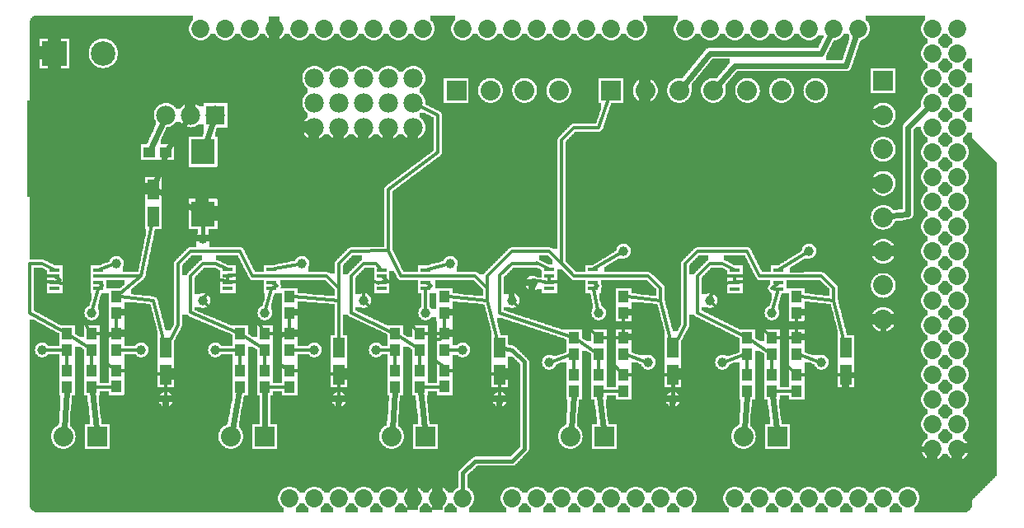
<source format=gtl>
G04 MADE WITH FRITZING*
G04 WWW.FRITZING.ORG*
G04 DOUBLE SIDED*
G04 HOLES PLATED*
G04 CONTOUR ON CENTER OF CONTOUR VECTOR*
%ASAXBY*%
%FSLAX23Y23*%
%MOIN*%
%OFA0B0*%
%SFA1.0B1.0*%
%ADD10C,0.075000*%
%ADD11C,0.078000*%
%ADD12C,0.080000*%
%ADD13C,0.072917*%
%ADD14C,0.099055*%
%ADD15C,0.039370*%
%ADD16R,0.043307X0.015748*%
%ADD17R,0.080000X0.080000*%
%ADD18R,0.078000X0.078000*%
%ADD19R,0.099055X0.099055*%
%ADD20R,0.094488X0.102362*%
%ADD21R,0.047244X0.078740*%
%ADD22R,0.047244X0.043307*%
%ADD23R,0.043307X0.047244*%
%ADD24C,0.012000*%
%ADD25C,0.024000*%
%ADD26C,0.016000*%
%LNCOPPER1*%
G90*
G70*
G54D10*
X770Y984D03*
X390Y2012D03*
X1194Y834D03*
G54D11*
X1500Y1807D03*
X1500Y1707D03*
X1500Y1607D03*
X1200Y1807D03*
X1200Y1707D03*
X1200Y1607D03*
X1300Y1807D03*
X1300Y1707D03*
X1300Y1607D03*
X1400Y1807D03*
X1400Y1707D03*
X1400Y1607D03*
X1600Y1807D03*
X1600Y1707D03*
X1600Y1607D03*
G54D12*
X3500Y1795D03*
X3500Y1657D03*
X3500Y1519D03*
X3500Y1381D03*
X3500Y1244D03*
X3500Y1106D03*
X3500Y968D03*
X3500Y830D03*
X1775Y1757D03*
X1912Y1757D03*
X2050Y1757D03*
X2188Y1757D03*
G54D11*
X800Y1657D03*
X700Y1657D03*
X600Y1657D03*
G54D13*
X3000Y107D03*
X1400Y107D03*
X3100Y107D03*
X3200Y107D03*
X3300Y107D03*
X3400Y107D03*
X3700Y1507D03*
X3500Y107D03*
X3600Y107D03*
X1440Y2007D03*
X2000Y107D03*
X2100Y107D03*
X2200Y107D03*
X2300Y107D03*
X3700Y707D03*
X2400Y107D03*
X2500Y107D03*
X2600Y107D03*
X2700Y107D03*
X2200Y2007D03*
X3700Y1907D03*
X3700Y1107D03*
X3700Y307D03*
X1040Y2007D03*
X1800Y107D03*
X1800Y2007D03*
X3700Y1707D03*
X3700Y1307D03*
X3700Y907D03*
X3400Y2007D03*
X3700Y507D03*
X3300Y2007D03*
X3200Y2007D03*
X3100Y2007D03*
X3000Y2007D03*
X2900Y2007D03*
X2800Y2007D03*
X2700Y2007D03*
X840Y2007D03*
X1240Y2007D03*
X1640Y2007D03*
X1200Y107D03*
X1600Y107D03*
X2400Y2007D03*
X2000Y2007D03*
X3700Y2007D03*
X3700Y1807D03*
X3700Y1607D03*
X3700Y1407D03*
X3700Y1207D03*
X3700Y1007D03*
X3700Y807D03*
X3700Y607D03*
X3700Y407D03*
X740Y2007D03*
X940Y2007D03*
X1140Y2007D03*
X1340Y2007D03*
X1540Y2007D03*
X1100Y107D03*
X1300Y107D03*
X1500Y107D03*
X1700Y107D03*
X2500Y2007D03*
X2300Y2007D03*
X2100Y2007D03*
X1900Y2007D03*
X3800Y2007D03*
X3800Y1907D03*
X3800Y1807D03*
X3800Y1707D03*
X3800Y1607D03*
X3800Y1507D03*
X3800Y1407D03*
X3800Y1307D03*
X3800Y1207D03*
X3800Y1107D03*
X3800Y1007D03*
X3800Y907D03*
X3800Y807D03*
X3800Y707D03*
X3800Y607D03*
X3800Y507D03*
X3800Y407D03*
X3800Y307D03*
X2900Y107D03*
G54D12*
X2400Y1757D03*
X2538Y1757D03*
X2676Y1757D03*
X2814Y1757D03*
X2951Y1757D03*
X3089Y1757D03*
X3227Y1757D03*
G54D14*
X150Y1907D03*
X347Y1907D03*
G54D12*
X3073Y357D03*
X2935Y357D03*
X2373Y357D03*
X2235Y357D03*
X1650Y357D03*
X1512Y357D03*
X1000Y357D03*
X862Y357D03*
X323Y357D03*
X185Y357D03*
G54D15*
X500Y707D03*
X100Y707D03*
X400Y1057D03*
X800Y707D03*
X1200Y707D03*
X1150Y1057D03*
X1450Y707D03*
X1800Y707D03*
X1750Y1057D03*
X2150Y657D03*
X2550Y657D03*
X2450Y1107D03*
X3200Y1107D03*
X3250Y657D03*
X2850Y657D03*
X300Y857D03*
X1000Y857D03*
X1650Y857D03*
X2350Y857D03*
X3050Y857D03*
X2800Y907D03*
X2650Y507D03*
X1950Y507D03*
X1300Y507D03*
X600Y507D03*
X2000Y907D03*
X1400Y907D03*
X750Y907D03*
X2082Y977D03*
X750Y1157D03*
G54D16*
X2900Y1031D03*
X2900Y1005D03*
X2900Y980D03*
X2900Y954D03*
X3077Y954D03*
X3077Y980D03*
X3077Y1005D03*
X3077Y1031D03*
X2150Y1032D03*
X2150Y1007D03*
X2150Y981D03*
X2150Y956D03*
X2327Y956D03*
X2327Y981D03*
X2327Y1007D03*
X2327Y1032D03*
X1473Y1031D03*
X1473Y1006D03*
X1473Y980D03*
X1473Y955D03*
X1650Y955D03*
X1650Y980D03*
X1650Y1006D03*
X1650Y1031D03*
X850Y1032D03*
X850Y1007D03*
X850Y981D03*
X850Y956D03*
X1027Y956D03*
X1027Y981D03*
X1027Y1007D03*
X1027Y1032D03*
X150Y1031D03*
X150Y1006D03*
X150Y980D03*
X150Y955D03*
X327Y955D03*
X327Y980D03*
X327Y1006D03*
X327Y1031D03*
G54D17*
X3500Y1795D03*
X1775Y1757D03*
G54D18*
X800Y1657D03*
G54D17*
X2400Y1757D03*
G54D19*
X150Y1907D03*
G54D17*
X3073Y357D03*
X2373Y357D03*
X1650Y357D03*
G54D20*
X750Y1509D03*
X750Y1257D03*
G54D17*
X1000Y357D03*
G54D21*
X550Y1247D03*
X550Y1357D03*
G54D22*
X600Y1507D03*
X533Y1507D03*
G54D17*
X323Y357D03*
G54D23*
X3050Y540D03*
X3050Y607D03*
X2350Y539D03*
X2350Y606D03*
X1627Y557D03*
X1627Y624D03*
X1000Y557D03*
X1000Y624D03*
X300Y557D03*
X300Y624D03*
X2950Y539D03*
X2950Y606D03*
X2250Y540D03*
X2250Y607D03*
X1527Y557D03*
X1527Y624D03*
X900Y557D03*
X900Y624D03*
X200Y557D03*
X200Y624D03*
X3150Y857D03*
X3150Y924D03*
X2450Y857D03*
X2450Y924D03*
X1727Y856D03*
X1727Y923D03*
X1100Y857D03*
X1100Y924D03*
X400Y857D03*
X400Y924D03*
X3050Y757D03*
X3050Y690D03*
X2350Y757D03*
X2350Y690D03*
X1627Y774D03*
X1627Y707D03*
X1000Y774D03*
X1000Y707D03*
X300Y774D03*
X300Y707D03*
G54D21*
X3350Y717D03*
X3350Y607D03*
X2650Y717D03*
X2650Y607D03*
X1950Y717D03*
X1950Y607D03*
X1300Y717D03*
X1300Y607D03*
X600Y717D03*
X600Y607D03*
G54D23*
X3150Y607D03*
X3150Y540D03*
X2450Y607D03*
X2450Y540D03*
X1727Y624D03*
X1727Y558D03*
X1100Y624D03*
X1100Y557D03*
X400Y624D03*
X400Y558D03*
X3150Y690D03*
X3150Y757D03*
X2450Y690D03*
X2450Y757D03*
X1727Y706D03*
X1727Y773D03*
X1100Y707D03*
X1100Y774D03*
X400Y707D03*
X400Y774D03*
X2950Y757D03*
X2950Y690D03*
X2250Y757D03*
X2250Y690D03*
X1527Y774D03*
X1527Y707D03*
X900Y774D03*
X900Y707D03*
X200Y774D03*
X200Y707D03*
G54D24*
X101Y1057D02*
X146Y1034D01*
D02*
X50Y1007D02*
X50Y1057D01*
D02*
X184Y783D02*
X50Y856D01*
D02*
X50Y856D02*
X50Y1007D01*
D02*
X50Y1057D02*
X101Y1057D01*
D02*
X800Y1057D02*
X845Y1035D01*
D02*
X750Y1057D02*
X800Y1057D01*
D02*
X700Y858D02*
X701Y1007D01*
D02*
X884Y780D02*
X700Y858D01*
D02*
X701Y1007D02*
X750Y1057D01*
D02*
X1450Y1057D02*
X1471Y1034D01*
D02*
X1511Y781D02*
X1350Y857D01*
D02*
X1400Y1057D02*
X1450Y1057D01*
D02*
X1350Y1007D02*
X1400Y1057D01*
D02*
X1350Y857D02*
X1350Y1007D01*
D02*
X2100Y1058D02*
X2146Y1035D01*
D02*
X2100Y1057D02*
X2100Y1058D01*
D02*
X2251Y757D02*
X1949Y856D01*
D02*
X2000Y1056D02*
X2100Y1057D01*
D02*
X1949Y856D02*
X1949Y1008D01*
D02*
X2250Y757D02*
X2251Y757D01*
D02*
X1949Y1008D02*
X2000Y1056D01*
D02*
X2800Y1057D02*
X2850Y1057D01*
D02*
X2750Y857D02*
X2750Y1007D01*
D02*
X2851Y807D02*
X2750Y857D01*
D02*
X2750Y1007D02*
X2800Y1057D01*
D02*
X2934Y765D02*
X2851Y807D01*
D02*
X2850Y1057D02*
X2896Y1033D01*
G54D25*
D02*
X188Y388D02*
X199Y539D01*
D02*
X302Y539D02*
X319Y388D01*
G54D24*
D02*
X316Y557D02*
X384Y557D01*
D02*
X582Y608D02*
X416Y623D01*
G54D25*
D02*
X868Y387D02*
X897Y539D01*
D02*
X1000Y539D02*
X1000Y388D01*
D02*
X1515Y388D02*
X1526Y539D01*
D02*
X1629Y539D02*
X1635Y488D01*
D02*
X2238Y388D02*
X2249Y522D01*
D02*
X2352Y521D02*
X2369Y388D01*
D02*
X2938Y388D02*
X2949Y521D01*
D02*
X3052Y522D02*
X3069Y388D01*
G54D24*
D02*
X3066Y540D02*
X3134Y540D01*
D02*
X2366Y539D02*
X2434Y540D01*
D02*
X1643Y557D02*
X1711Y557D01*
D02*
X1016Y557D02*
X1084Y557D01*
D02*
X200Y689D02*
X200Y642D01*
D02*
X900Y689D02*
X900Y642D01*
D02*
X1527Y689D02*
X1527Y642D01*
D02*
X1643Y773D02*
X1711Y773D01*
D02*
X2250Y672D02*
X2250Y625D01*
D02*
X3066Y757D02*
X3134Y757D01*
D02*
X2950Y672D02*
X2950Y624D01*
D02*
X3050Y672D02*
X3050Y625D01*
D02*
X2350Y672D02*
X2350Y624D01*
D02*
X1627Y689D02*
X1627Y642D01*
D02*
X1000Y689D02*
X1000Y642D01*
D02*
X300Y689D02*
X300Y642D01*
D02*
X1116Y622D02*
X1282Y608D01*
D02*
X1743Y623D02*
X1932Y608D01*
D02*
X2466Y607D02*
X2632Y607D01*
D02*
X3166Y607D02*
X3332Y607D01*
D02*
X284Y718D02*
X216Y764D01*
D02*
X984Y718D02*
X916Y763D01*
D02*
X1611Y718D02*
X1543Y763D01*
D02*
X400Y792D02*
X400Y807D01*
D02*
X400Y807D02*
X400Y839D01*
D02*
X550Y907D02*
X416Y922D01*
D02*
X591Y751D02*
X550Y907D01*
D02*
X1116Y923D02*
X1300Y907D01*
D02*
X1300Y907D02*
X1300Y751D01*
D02*
X401Y1007D02*
X343Y1006D01*
D02*
X499Y1006D02*
X401Y1007D01*
D02*
X416Y937D02*
X499Y1006D01*
D02*
X1100Y792D02*
X1100Y839D01*
D02*
X1727Y791D02*
X1727Y838D01*
D02*
X3101Y757D02*
X3134Y757D01*
D02*
X3134Y623D02*
X3100Y657D01*
D02*
X3100Y657D02*
X3101Y757D01*
D02*
X2334Y701D02*
X2266Y746D01*
D02*
X3034Y701D02*
X2966Y746D01*
D02*
X3150Y775D02*
X3150Y839D01*
D02*
X2450Y775D02*
X2450Y839D01*
D02*
X1941Y751D02*
X1900Y907D01*
D02*
X1900Y907D02*
X1743Y922D01*
D02*
X2601Y907D02*
X2641Y751D01*
D02*
X2466Y922D02*
X2601Y907D01*
D02*
X3301Y907D02*
X3341Y751D01*
D02*
X3166Y922D02*
X3301Y907D01*
G54D25*
D02*
X791Y1628D02*
X766Y1555D01*
D02*
X3250Y1907D02*
X2799Y1907D01*
D02*
X3287Y1980D02*
X3250Y1907D01*
D02*
X2799Y1907D02*
X2695Y1781D01*
D02*
X2899Y1857D02*
X2834Y1781D01*
D02*
X3351Y1857D02*
X2899Y1857D01*
D02*
X3391Y1978D02*
X3351Y1857D01*
D02*
X611Y1523D02*
X683Y1632D01*
D02*
X595Y1491D02*
X561Y1391D01*
D02*
X540Y1523D02*
X588Y1629D01*
D02*
X568Y1348D02*
X708Y1278D01*
G54D24*
D02*
X951Y1006D02*
X1011Y1007D01*
D02*
X701Y1107D02*
X900Y1107D01*
D02*
X650Y807D02*
X650Y1057D01*
D02*
X650Y1057D02*
X701Y1107D01*
D02*
X900Y1107D02*
X951Y1006D01*
D02*
X618Y750D02*
X650Y807D01*
D02*
X1300Y1057D02*
X1300Y751D01*
D02*
X1501Y1108D02*
X1350Y1107D01*
D02*
X1634Y1006D02*
X1550Y1007D01*
D02*
X1550Y1007D02*
X1501Y1108D01*
D02*
X1350Y1107D02*
X1300Y1057D01*
D02*
X3001Y1007D02*
X2950Y1107D01*
D02*
X2700Y1057D02*
X2700Y807D01*
D02*
X2700Y807D02*
X2668Y750D01*
D02*
X2900Y1107D02*
X2750Y1107D01*
D02*
X2750Y1107D02*
X2700Y1057D01*
D02*
X2950Y1107D02*
X2900Y1107D01*
D02*
X3061Y1005D02*
X3001Y1007D01*
D02*
X501Y1007D02*
X343Y1006D01*
D02*
X543Y1213D02*
X501Y1007D01*
D02*
X184Y707D02*
X114Y707D01*
D02*
X416Y707D02*
X487Y707D01*
G54D25*
D02*
X3350Y607D02*
X3350Y607D01*
D02*
X3670Y307D02*
X3599Y306D01*
D02*
X3368Y607D02*
X3451Y607D01*
G54D24*
D02*
X334Y1034D02*
X387Y1052D01*
D02*
X1116Y707D02*
X1187Y707D01*
D02*
X884Y707D02*
X814Y707D01*
D02*
X1039Y1035D02*
X1137Y1054D01*
D02*
X1743Y706D02*
X1787Y707D01*
D02*
X1511Y707D02*
X1464Y707D01*
D02*
X1659Y1034D02*
X1737Y1054D01*
D02*
X2234Y685D02*
X2163Y661D01*
D02*
X2537Y661D02*
X2466Y685D01*
D02*
X2331Y1035D02*
X2439Y1100D01*
D02*
X2934Y685D02*
X2863Y661D01*
D02*
X3237Y661D02*
X3166Y685D01*
D02*
X327Y952D02*
X304Y870D01*
D02*
X1027Y953D02*
X1004Y870D01*
D02*
X1650Y952D02*
X1650Y870D01*
D02*
X2328Y953D02*
X2347Y870D01*
D02*
X3077Y952D02*
X3054Y870D01*
D02*
X3189Y1100D02*
X3081Y1033D01*
D02*
X3301Y957D02*
X3250Y1007D01*
D02*
X3250Y1007D02*
X3093Y1005D01*
D02*
X3301Y907D02*
X3301Y957D01*
D02*
X3166Y922D02*
X3301Y907D01*
D02*
X2601Y907D02*
X2466Y922D01*
D02*
X2550Y1007D02*
X2601Y957D01*
D02*
X2343Y1007D02*
X2550Y1007D01*
D02*
X2601Y957D02*
X2601Y907D01*
D02*
X1900Y907D02*
X1743Y922D01*
D02*
X1851Y1007D02*
X1900Y957D01*
D02*
X1900Y957D02*
X1900Y907D01*
D02*
X1666Y1006D02*
X1851Y1007D01*
D02*
X1300Y907D02*
X1116Y923D01*
D02*
X1251Y1007D02*
X1300Y957D01*
D02*
X1300Y957D02*
X1300Y907D01*
D02*
X1043Y1007D02*
X1251Y1007D01*
D02*
X2434Y757D02*
X2366Y757D01*
D02*
X1084Y774D02*
X1016Y774D01*
D02*
X384Y774D02*
X316Y774D01*
D02*
X2400Y757D02*
X2434Y757D01*
D02*
X2434Y623D02*
X2400Y658D01*
D02*
X2400Y658D02*
X2400Y757D01*
D02*
X1049Y658D02*
X1084Y634D01*
D02*
X1049Y757D02*
X1049Y658D01*
D02*
X1084Y769D02*
X1049Y757D01*
D02*
X350Y757D02*
X350Y658D01*
D02*
X350Y658D02*
X384Y635D01*
D02*
X384Y769D02*
X350Y757D01*
G54D26*
D02*
X2050Y658D02*
X2001Y706D01*
D02*
X2001Y706D02*
X1968Y713D01*
D02*
X1851Y256D02*
X2001Y256D01*
D02*
X2001Y256D02*
X2050Y307D01*
D02*
X1800Y132D02*
X1801Y208D01*
D02*
X1800Y208D02*
X1851Y256D01*
D02*
X2050Y307D02*
X2050Y658D01*
D02*
X2650Y573D02*
X2650Y520D01*
G54D24*
D02*
X3000Y807D02*
X2950Y857D01*
D02*
X2950Y857D02*
X2850Y857D01*
D02*
X2850Y857D02*
X2810Y897D01*
D02*
X3034Y773D02*
X3000Y807D01*
D02*
X1950Y573D02*
X1950Y520D01*
D02*
X1300Y573D02*
X1300Y520D01*
D02*
X600Y573D02*
X600Y520D01*
D02*
X2250Y857D02*
X2200Y857D01*
D02*
X2200Y857D02*
X2050Y857D01*
D02*
X2300Y807D02*
X2250Y857D01*
D02*
X2050Y857D02*
X2010Y897D01*
D02*
X2334Y773D02*
X2300Y807D01*
D02*
X1550Y857D02*
X1450Y857D01*
D02*
X1450Y857D02*
X1410Y897D01*
D02*
X1611Y791D02*
X1550Y857D01*
D02*
X950Y857D02*
X799Y857D01*
D02*
X989Y792D02*
X950Y857D01*
D02*
X799Y857D02*
X760Y897D01*
D02*
X2330Y979D02*
X2346Y965D01*
D02*
X2346Y965D02*
X2332Y958D01*
D02*
X1654Y978D02*
X1674Y965D01*
D02*
X1674Y965D02*
X1655Y957D01*
D02*
X3075Y977D02*
X3051Y957D01*
D02*
X3051Y957D02*
X3061Y956D01*
D02*
X1031Y979D02*
X1050Y965D01*
D02*
X1050Y965D02*
X1033Y958D01*
D02*
X331Y978D02*
X342Y971D01*
D02*
X342Y971D02*
X342Y965D01*
D02*
X342Y965D02*
X331Y957D01*
D02*
X2900Y1003D02*
X2900Y982D01*
D02*
X2801Y920D02*
X2802Y929D01*
D02*
X2802Y929D02*
X2862Y977D01*
D02*
X2862Y977D02*
X2884Y978D01*
D02*
X1714Y755D02*
X1710Y749D01*
D02*
X1710Y749D02*
X1686Y749D01*
D02*
X1686Y749D02*
X1686Y665D01*
D02*
X1686Y665D02*
X1722Y641D01*
D02*
X1722Y641D02*
X1727Y624D01*
D02*
X1462Y978D02*
X1458Y977D01*
D02*
X1458Y977D02*
X1400Y1007D01*
D02*
X1400Y1007D02*
X1400Y956D01*
D02*
X1400Y956D02*
X1400Y920D01*
D02*
X1476Y1003D02*
X1494Y989D01*
D02*
X1494Y989D02*
X1479Y983D01*
D02*
X845Y984D02*
X834Y989D01*
D02*
X834Y989D02*
X810Y989D01*
D02*
X810Y989D02*
X762Y929D01*
D02*
X762Y929D02*
X757Y919D01*
D02*
X850Y1005D02*
X850Y984D01*
D02*
X2134Y983D02*
X2082Y989D01*
D02*
X2082Y989D02*
X2082Y990D01*
D02*
X2150Y1005D02*
X2150Y984D01*
D02*
X166Y978D02*
X174Y977D01*
X174Y977D02*
X198Y977D01*
X198Y977D02*
X282Y797D01*
X282Y797D02*
X286Y792D01*
D02*
X153Y1004D02*
X174Y989D01*
X174Y989D02*
X156Y983D01*
G54D26*
D02*
X750Y1211D02*
X750Y1170D01*
G54D24*
D02*
X1550Y1006D02*
X1634Y1006D01*
D02*
X1701Y1507D02*
X1500Y1357D01*
D02*
X1701Y1657D02*
X1701Y1606D01*
D02*
X1701Y1606D02*
X1701Y1507D01*
D02*
X1500Y1357D02*
X1500Y1107D01*
D02*
X1500Y1107D02*
X1550Y1006D01*
D02*
X1622Y1696D02*
X1701Y1657D01*
D02*
X2249Y1007D02*
X2311Y1007D01*
D02*
X2351Y1607D02*
X2249Y1607D01*
D02*
X2249Y1607D02*
X2200Y1556D01*
D02*
X2200Y1556D02*
X2200Y1058D01*
D02*
X2200Y1058D02*
X2249Y1007D01*
D02*
X2392Y1733D02*
X2351Y1607D01*
D02*
X2200Y1057D02*
X2250Y1007D01*
D02*
X2150Y1107D02*
X2200Y1057D01*
D02*
X2250Y1007D02*
X2311Y1007D01*
D02*
X1900Y907D02*
X1900Y1007D01*
D02*
X2000Y1107D02*
X2150Y1107D01*
D02*
X1900Y1007D02*
X2000Y1107D01*
D02*
X1941Y751D02*
X1900Y907D01*
G54D25*
D02*
X3599Y306D02*
X3451Y607D01*
D02*
X3451Y607D02*
X3350Y607D01*
D02*
X3500Y657D02*
X3500Y799D01*
D02*
X3451Y607D02*
X3500Y657D01*
D02*
X1635Y488D02*
X1647Y388D01*
D02*
X3600Y1607D02*
X3679Y1686D01*
D02*
X3531Y1248D02*
X3600Y1257D01*
D02*
X3600Y1257D02*
X3600Y1607D01*
G36*
X3340Y1985D02*
X3340Y1981D01*
X3338Y1981D01*
X3338Y1979D01*
X3336Y1979D01*
X3336Y1977D01*
X3334Y1977D01*
X3334Y1975D01*
X3332Y1975D01*
X3332Y1973D01*
X3330Y1973D01*
X3330Y1971D01*
X3328Y1971D01*
X3328Y1969D01*
X3326Y1969D01*
X3326Y1967D01*
X3322Y1967D01*
X3322Y1965D01*
X3318Y1965D01*
X3318Y1963D01*
X3312Y1963D01*
X3312Y1961D01*
X3302Y1961D01*
X3302Y1959D01*
X3300Y1959D01*
X3300Y1955D01*
X3298Y1955D01*
X3298Y1953D01*
X3296Y1953D01*
X3296Y1949D01*
X3294Y1949D01*
X3294Y1945D01*
X3292Y1945D01*
X3292Y1941D01*
X3290Y1941D01*
X3290Y1937D01*
X3288Y1937D01*
X3288Y1933D01*
X3286Y1933D01*
X3286Y1929D01*
X3284Y1929D01*
X3284Y1925D01*
X3282Y1925D01*
X3282Y1921D01*
X3280Y1921D01*
X3280Y1917D01*
X3278Y1917D01*
X3278Y1913D01*
X3276Y1913D01*
X3276Y1909D01*
X3274Y1909D01*
X3274Y1905D01*
X3272Y1905D01*
X3272Y1901D01*
X3270Y1901D01*
X3270Y1879D01*
X3336Y1879D01*
X3336Y1885D01*
X3338Y1885D01*
X3338Y1891D01*
X3340Y1891D01*
X3340Y1899D01*
X3342Y1899D01*
X3342Y1905D01*
X3344Y1905D01*
X3344Y1911D01*
X3346Y1911D01*
X3346Y1917D01*
X3348Y1917D01*
X3348Y1923D01*
X3350Y1923D01*
X3350Y1929D01*
X3352Y1929D01*
X3352Y1935D01*
X3354Y1935D01*
X3354Y1941D01*
X3356Y1941D01*
X3356Y1947D01*
X3358Y1947D01*
X3358Y1953D01*
X3360Y1953D01*
X3360Y1959D01*
X3362Y1959D01*
X3362Y1983D01*
X3360Y1983D01*
X3360Y1985D01*
X3340Y1985D01*
G37*
D02*
G36*
X3740Y1985D02*
X3740Y1981D01*
X3738Y1981D01*
X3738Y1979D01*
X3736Y1979D01*
X3736Y1977D01*
X3734Y1977D01*
X3734Y1975D01*
X3732Y1975D01*
X3732Y1973D01*
X3730Y1973D01*
X3730Y1971D01*
X3728Y1971D01*
X3728Y1969D01*
X3726Y1969D01*
X3726Y1967D01*
X3722Y1967D01*
X3722Y1947D01*
X3724Y1947D01*
X3724Y1945D01*
X3728Y1945D01*
X3728Y1943D01*
X3730Y1943D01*
X3730Y1941D01*
X3732Y1941D01*
X3732Y1939D01*
X3734Y1939D01*
X3734Y1937D01*
X3736Y1937D01*
X3736Y1935D01*
X3738Y1935D01*
X3738Y1933D01*
X3740Y1933D01*
X3740Y1929D01*
X3760Y1929D01*
X3760Y1931D01*
X3762Y1931D01*
X3762Y1935D01*
X3764Y1935D01*
X3764Y1937D01*
X3766Y1937D01*
X3766Y1939D01*
X3768Y1939D01*
X3768Y1941D01*
X3770Y1941D01*
X3770Y1943D01*
X3772Y1943D01*
X3772Y1945D01*
X3776Y1945D01*
X3776Y1947D01*
X3778Y1947D01*
X3778Y1967D01*
X3776Y1967D01*
X3776Y1969D01*
X3772Y1969D01*
X3772Y1971D01*
X3770Y1971D01*
X3770Y1973D01*
X3768Y1973D01*
X3768Y1975D01*
X3766Y1975D01*
X3766Y1977D01*
X3764Y1977D01*
X3764Y1979D01*
X3762Y1979D01*
X3762Y1983D01*
X3760Y1983D01*
X3760Y1985D01*
X3740Y1985D01*
G37*
D02*
G36*
X3740Y1885D02*
X3740Y1881D01*
X3738Y1881D01*
X3738Y1879D01*
X3736Y1879D01*
X3736Y1877D01*
X3734Y1877D01*
X3734Y1875D01*
X3732Y1875D01*
X3732Y1873D01*
X3730Y1873D01*
X3730Y1871D01*
X3728Y1871D01*
X3728Y1869D01*
X3726Y1869D01*
X3726Y1867D01*
X3722Y1867D01*
X3722Y1847D01*
X3724Y1847D01*
X3724Y1845D01*
X3728Y1845D01*
X3728Y1843D01*
X3730Y1843D01*
X3730Y1841D01*
X3732Y1841D01*
X3732Y1839D01*
X3734Y1839D01*
X3734Y1837D01*
X3736Y1837D01*
X3736Y1835D01*
X3738Y1835D01*
X3738Y1833D01*
X3740Y1833D01*
X3740Y1829D01*
X3760Y1829D01*
X3760Y1831D01*
X3762Y1831D01*
X3762Y1835D01*
X3764Y1835D01*
X3764Y1837D01*
X3766Y1837D01*
X3766Y1839D01*
X3768Y1839D01*
X3768Y1841D01*
X3770Y1841D01*
X3770Y1843D01*
X3772Y1843D01*
X3772Y1845D01*
X3776Y1845D01*
X3776Y1847D01*
X3778Y1847D01*
X3778Y1867D01*
X3776Y1867D01*
X3776Y1869D01*
X3772Y1869D01*
X3772Y1871D01*
X3770Y1871D01*
X3770Y1873D01*
X3768Y1873D01*
X3768Y1875D01*
X3766Y1875D01*
X3766Y1877D01*
X3764Y1877D01*
X3764Y1879D01*
X3762Y1879D01*
X3762Y1883D01*
X3760Y1883D01*
X3760Y1885D01*
X3740Y1885D01*
G37*
D02*
G36*
X3840Y1885D02*
X3840Y1881D01*
X3838Y1881D01*
X3838Y1879D01*
X3836Y1879D01*
X3836Y1877D01*
X3834Y1877D01*
X3834Y1875D01*
X3832Y1875D01*
X3832Y1873D01*
X3830Y1873D01*
X3830Y1871D01*
X3828Y1871D01*
X3828Y1869D01*
X3826Y1869D01*
X3826Y1867D01*
X3822Y1867D01*
X3822Y1847D01*
X3824Y1847D01*
X3824Y1845D01*
X3828Y1845D01*
X3828Y1843D01*
X3830Y1843D01*
X3830Y1841D01*
X3832Y1841D01*
X3832Y1839D01*
X3834Y1839D01*
X3834Y1837D01*
X3836Y1837D01*
X3836Y1835D01*
X3838Y1835D01*
X3838Y1833D01*
X3840Y1833D01*
X3840Y1829D01*
X3860Y1829D01*
X3860Y1885D01*
X3840Y1885D01*
G37*
D02*
G36*
X3740Y1785D02*
X3740Y1781D01*
X3738Y1781D01*
X3738Y1779D01*
X3736Y1779D01*
X3736Y1777D01*
X3734Y1777D01*
X3734Y1775D01*
X3732Y1775D01*
X3732Y1773D01*
X3730Y1773D01*
X3730Y1771D01*
X3728Y1771D01*
X3728Y1769D01*
X3726Y1769D01*
X3726Y1767D01*
X3722Y1767D01*
X3722Y1747D01*
X3724Y1747D01*
X3724Y1745D01*
X3728Y1745D01*
X3728Y1743D01*
X3730Y1743D01*
X3730Y1741D01*
X3732Y1741D01*
X3732Y1739D01*
X3734Y1739D01*
X3734Y1737D01*
X3736Y1737D01*
X3736Y1735D01*
X3738Y1735D01*
X3738Y1733D01*
X3740Y1733D01*
X3740Y1729D01*
X3760Y1729D01*
X3760Y1731D01*
X3762Y1731D01*
X3762Y1735D01*
X3764Y1735D01*
X3764Y1737D01*
X3766Y1737D01*
X3766Y1739D01*
X3768Y1739D01*
X3768Y1741D01*
X3770Y1741D01*
X3770Y1743D01*
X3772Y1743D01*
X3772Y1745D01*
X3776Y1745D01*
X3776Y1747D01*
X3778Y1747D01*
X3778Y1767D01*
X3776Y1767D01*
X3776Y1769D01*
X3772Y1769D01*
X3772Y1771D01*
X3770Y1771D01*
X3770Y1773D01*
X3768Y1773D01*
X3768Y1775D01*
X3766Y1775D01*
X3766Y1777D01*
X3764Y1777D01*
X3764Y1779D01*
X3762Y1779D01*
X3762Y1783D01*
X3760Y1783D01*
X3760Y1785D01*
X3740Y1785D01*
G37*
D02*
G36*
X3840Y1785D02*
X3840Y1781D01*
X3838Y1781D01*
X3838Y1779D01*
X3836Y1779D01*
X3836Y1777D01*
X3834Y1777D01*
X3834Y1775D01*
X3832Y1775D01*
X3832Y1773D01*
X3830Y1773D01*
X3830Y1771D01*
X3828Y1771D01*
X3828Y1769D01*
X3826Y1769D01*
X3826Y1767D01*
X3822Y1767D01*
X3822Y1747D01*
X3824Y1747D01*
X3824Y1745D01*
X3828Y1745D01*
X3828Y1743D01*
X3830Y1743D01*
X3830Y1741D01*
X3832Y1741D01*
X3832Y1739D01*
X3834Y1739D01*
X3834Y1737D01*
X3836Y1737D01*
X3836Y1735D01*
X3838Y1735D01*
X3838Y1733D01*
X3840Y1733D01*
X3840Y1729D01*
X3860Y1729D01*
X3860Y1785D01*
X3840Y1785D01*
G37*
D02*
G36*
X3740Y1685D02*
X3740Y1681D01*
X3738Y1681D01*
X3738Y1679D01*
X3736Y1679D01*
X3736Y1677D01*
X3734Y1677D01*
X3734Y1675D01*
X3732Y1675D01*
X3732Y1673D01*
X3730Y1673D01*
X3730Y1671D01*
X3728Y1671D01*
X3728Y1669D01*
X3726Y1669D01*
X3726Y1667D01*
X3722Y1667D01*
X3722Y1647D01*
X3724Y1647D01*
X3724Y1645D01*
X3728Y1645D01*
X3728Y1643D01*
X3730Y1643D01*
X3730Y1641D01*
X3732Y1641D01*
X3732Y1639D01*
X3734Y1639D01*
X3734Y1637D01*
X3736Y1637D01*
X3736Y1635D01*
X3738Y1635D01*
X3738Y1633D01*
X3740Y1633D01*
X3740Y1629D01*
X3760Y1629D01*
X3760Y1631D01*
X3762Y1631D01*
X3762Y1635D01*
X3764Y1635D01*
X3764Y1637D01*
X3766Y1637D01*
X3766Y1639D01*
X3768Y1639D01*
X3768Y1641D01*
X3770Y1641D01*
X3770Y1643D01*
X3772Y1643D01*
X3772Y1645D01*
X3776Y1645D01*
X3776Y1647D01*
X3778Y1647D01*
X3778Y1667D01*
X3776Y1667D01*
X3776Y1669D01*
X3772Y1669D01*
X3772Y1671D01*
X3770Y1671D01*
X3770Y1673D01*
X3768Y1673D01*
X3768Y1675D01*
X3766Y1675D01*
X3766Y1677D01*
X3764Y1677D01*
X3764Y1679D01*
X3762Y1679D01*
X3762Y1683D01*
X3760Y1683D01*
X3760Y1685D01*
X3740Y1685D01*
G37*
D02*
G36*
X3840Y1685D02*
X3840Y1681D01*
X3838Y1681D01*
X3838Y1679D01*
X3836Y1679D01*
X3836Y1677D01*
X3834Y1677D01*
X3834Y1675D01*
X3832Y1675D01*
X3832Y1673D01*
X3830Y1673D01*
X3830Y1671D01*
X3828Y1671D01*
X3828Y1669D01*
X3826Y1669D01*
X3826Y1667D01*
X3822Y1667D01*
X3822Y1647D01*
X3824Y1647D01*
X3824Y1645D01*
X3828Y1645D01*
X3828Y1643D01*
X3830Y1643D01*
X3830Y1641D01*
X3832Y1641D01*
X3832Y1639D01*
X3834Y1639D01*
X3834Y1637D01*
X3836Y1637D01*
X3836Y1635D01*
X3838Y1635D01*
X3838Y1633D01*
X3840Y1633D01*
X3840Y1629D01*
X3860Y1629D01*
X3860Y1685D01*
X3840Y1685D01*
G37*
D02*
G36*
X3740Y1585D02*
X3740Y1581D01*
X3738Y1581D01*
X3738Y1579D01*
X3736Y1579D01*
X3736Y1577D01*
X3734Y1577D01*
X3734Y1575D01*
X3732Y1575D01*
X3732Y1573D01*
X3730Y1573D01*
X3730Y1571D01*
X3728Y1571D01*
X3728Y1569D01*
X3726Y1569D01*
X3726Y1567D01*
X3722Y1567D01*
X3722Y1547D01*
X3724Y1547D01*
X3724Y1545D01*
X3728Y1545D01*
X3728Y1543D01*
X3730Y1543D01*
X3730Y1541D01*
X3732Y1541D01*
X3732Y1539D01*
X3734Y1539D01*
X3734Y1537D01*
X3736Y1537D01*
X3736Y1535D01*
X3738Y1535D01*
X3738Y1533D01*
X3740Y1533D01*
X3740Y1529D01*
X3760Y1529D01*
X3760Y1531D01*
X3762Y1531D01*
X3762Y1535D01*
X3764Y1535D01*
X3764Y1537D01*
X3766Y1537D01*
X3766Y1539D01*
X3768Y1539D01*
X3768Y1541D01*
X3770Y1541D01*
X3770Y1543D01*
X3772Y1543D01*
X3772Y1545D01*
X3776Y1545D01*
X3776Y1547D01*
X3778Y1547D01*
X3778Y1567D01*
X3776Y1567D01*
X3776Y1569D01*
X3772Y1569D01*
X3772Y1571D01*
X3770Y1571D01*
X3770Y1573D01*
X3768Y1573D01*
X3768Y1575D01*
X3766Y1575D01*
X3766Y1577D01*
X3764Y1577D01*
X3764Y1579D01*
X3762Y1579D01*
X3762Y1583D01*
X3760Y1583D01*
X3760Y1585D01*
X3740Y1585D01*
G37*
D02*
G36*
X3740Y1485D02*
X3740Y1481D01*
X3738Y1481D01*
X3738Y1479D01*
X3736Y1479D01*
X3736Y1477D01*
X3734Y1477D01*
X3734Y1475D01*
X3732Y1475D01*
X3732Y1473D01*
X3730Y1473D01*
X3730Y1471D01*
X3728Y1471D01*
X3728Y1469D01*
X3726Y1469D01*
X3726Y1467D01*
X3722Y1467D01*
X3722Y1447D01*
X3724Y1447D01*
X3724Y1445D01*
X3728Y1445D01*
X3728Y1443D01*
X3730Y1443D01*
X3730Y1441D01*
X3732Y1441D01*
X3732Y1439D01*
X3734Y1439D01*
X3734Y1437D01*
X3736Y1437D01*
X3736Y1435D01*
X3738Y1435D01*
X3738Y1433D01*
X3740Y1433D01*
X3740Y1429D01*
X3760Y1429D01*
X3760Y1431D01*
X3762Y1431D01*
X3762Y1435D01*
X3764Y1435D01*
X3764Y1437D01*
X3766Y1437D01*
X3766Y1439D01*
X3768Y1439D01*
X3768Y1441D01*
X3770Y1441D01*
X3770Y1443D01*
X3772Y1443D01*
X3772Y1445D01*
X3776Y1445D01*
X3776Y1447D01*
X3778Y1447D01*
X3778Y1467D01*
X3776Y1467D01*
X3776Y1469D01*
X3772Y1469D01*
X3772Y1471D01*
X3770Y1471D01*
X3770Y1473D01*
X3768Y1473D01*
X3768Y1475D01*
X3766Y1475D01*
X3766Y1477D01*
X3764Y1477D01*
X3764Y1479D01*
X3762Y1479D01*
X3762Y1483D01*
X3760Y1483D01*
X3760Y1485D01*
X3740Y1485D01*
G37*
D02*
G36*
X3740Y1385D02*
X3740Y1381D01*
X3738Y1381D01*
X3738Y1379D01*
X3736Y1379D01*
X3736Y1377D01*
X3734Y1377D01*
X3734Y1375D01*
X3732Y1375D01*
X3732Y1373D01*
X3730Y1373D01*
X3730Y1371D01*
X3728Y1371D01*
X3728Y1369D01*
X3726Y1369D01*
X3726Y1367D01*
X3722Y1367D01*
X3722Y1347D01*
X3724Y1347D01*
X3724Y1345D01*
X3728Y1345D01*
X3728Y1343D01*
X3730Y1343D01*
X3730Y1341D01*
X3732Y1341D01*
X3732Y1339D01*
X3734Y1339D01*
X3734Y1337D01*
X3736Y1337D01*
X3736Y1335D01*
X3738Y1335D01*
X3738Y1333D01*
X3740Y1333D01*
X3740Y1329D01*
X3760Y1329D01*
X3760Y1331D01*
X3762Y1331D01*
X3762Y1335D01*
X3764Y1335D01*
X3764Y1337D01*
X3766Y1337D01*
X3766Y1339D01*
X3768Y1339D01*
X3768Y1341D01*
X3770Y1341D01*
X3770Y1343D01*
X3772Y1343D01*
X3772Y1345D01*
X3776Y1345D01*
X3776Y1347D01*
X3778Y1347D01*
X3778Y1367D01*
X3776Y1367D01*
X3776Y1369D01*
X3772Y1369D01*
X3772Y1371D01*
X3770Y1371D01*
X3770Y1373D01*
X3768Y1373D01*
X3768Y1375D01*
X3766Y1375D01*
X3766Y1377D01*
X3764Y1377D01*
X3764Y1379D01*
X3762Y1379D01*
X3762Y1383D01*
X3760Y1383D01*
X3760Y1385D01*
X3740Y1385D01*
G37*
D02*
G36*
X3740Y1285D02*
X3740Y1281D01*
X3738Y1281D01*
X3738Y1279D01*
X3736Y1279D01*
X3736Y1277D01*
X3734Y1277D01*
X3734Y1275D01*
X3732Y1275D01*
X3732Y1273D01*
X3730Y1273D01*
X3730Y1271D01*
X3728Y1271D01*
X3728Y1269D01*
X3726Y1269D01*
X3726Y1267D01*
X3722Y1267D01*
X3722Y1247D01*
X3724Y1247D01*
X3724Y1245D01*
X3728Y1245D01*
X3728Y1243D01*
X3730Y1243D01*
X3730Y1241D01*
X3732Y1241D01*
X3732Y1239D01*
X3734Y1239D01*
X3734Y1237D01*
X3736Y1237D01*
X3736Y1235D01*
X3738Y1235D01*
X3738Y1233D01*
X3740Y1233D01*
X3740Y1229D01*
X3760Y1229D01*
X3760Y1231D01*
X3762Y1231D01*
X3762Y1235D01*
X3764Y1235D01*
X3764Y1237D01*
X3766Y1237D01*
X3766Y1239D01*
X3768Y1239D01*
X3768Y1241D01*
X3770Y1241D01*
X3770Y1243D01*
X3772Y1243D01*
X3772Y1245D01*
X3776Y1245D01*
X3776Y1247D01*
X3778Y1247D01*
X3778Y1267D01*
X3776Y1267D01*
X3776Y1269D01*
X3772Y1269D01*
X3772Y1271D01*
X3770Y1271D01*
X3770Y1273D01*
X3768Y1273D01*
X3768Y1275D01*
X3766Y1275D01*
X3766Y1277D01*
X3764Y1277D01*
X3764Y1279D01*
X3762Y1279D01*
X3762Y1283D01*
X3760Y1283D01*
X3760Y1285D01*
X3740Y1285D01*
G37*
D02*
G36*
X3740Y1185D02*
X3740Y1181D01*
X3738Y1181D01*
X3738Y1179D01*
X3736Y1179D01*
X3736Y1177D01*
X3734Y1177D01*
X3734Y1175D01*
X3732Y1175D01*
X3732Y1173D01*
X3730Y1173D01*
X3730Y1171D01*
X3728Y1171D01*
X3728Y1169D01*
X3726Y1169D01*
X3726Y1167D01*
X3722Y1167D01*
X3722Y1147D01*
X3724Y1147D01*
X3724Y1145D01*
X3728Y1145D01*
X3728Y1143D01*
X3730Y1143D01*
X3730Y1141D01*
X3732Y1141D01*
X3732Y1139D01*
X3734Y1139D01*
X3734Y1137D01*
X3736Y1137D01*
X3736Y1135D01*
X3738Y1135D01*
X3738Y1133D01*
X3740Y1133D01*
X3740Y1129D01*
X3760Y1129D01*
X3760Y1131D01*
X3762Y1131D01*
X3762Y1135D01*
X3764Y1135D01*
X3764Y1137D01*
X3766Y1137D01*
X3766Y1139D01*
X3768Y1139D01*
X3768Y1141D01*
X3770Y1141D01*
X3770Y1143D01*
X3772Y1143D01*
X3772Y1145D01*
X3776Y1145D01*
X3776Y1147D01*
X3778Y1147D01*
X3778Y1167D01*
X3776Y1167D01*
X3776Y1169D01*
X3772Y1169D01*
X3772Y1171D01*
X3770Y1171D01*
X3770Y1173D01*
X3768Y1173D01*
X3768Y1175D01*
X3766Y1175D01*
X3766Y1177D01*
X3764Y1177D01*
X3764Y1179D01*
X3762Y1179D01*
X3762Y1183D01*
X3760Y1183D01*
X3760Y1185D01*
X3740Y1185D01*
G37*
D02*
G36*
X706Y1091D02*
X706Y1089D01*
X704Y1089D01*
X704Y1087D01*
X702Y1087D01*
X702Y1085D01*
X700Y1085D01*
X700Y1083D01*
X698Y1083D01*
X698Y1081D01*
X696Y1081D01*
X696Y1079D01*
X694Y1079D01*
X694Y1077D01*
X692Y1077D01*
X692Y1075D01*
X690Y1075D01*
X690Y1073D01*
X688Y1073D01*
X688Y1071D01*
X686Y1071D01*
X686Y1069D01*
X684Y1069D01*
X684Y1067D01*
X682Y1067D01*
X682Y1065D01*
X680Y1065D01*
X680Y1063D01*
X678Y1063D01*
X678Y1061D01*
X676Y1061D01*
X676Y1059D01*
X674Y1059D01*
X674Y1057D01*
X672Y1057D01*
X672Y1055D01*
X670Y1055D01*
X670Y1053D01*
X668Y1053D01*
X668Y1051D01*
X666Y1051D01*
X666Y1011D01*
X686Y1011D01*
X686Y1015D01*
X688Y1015D01*
X688Y1019D01*
X690Y1019D01*
X690Y1021D01*
X692Y1021D01*
X692Y1023D01*
X694Y1023D01*
X694Y1025D01*
X696Y1025D01*
X696Y1027D01*
X698Y1027D01*
X698Y1029D01*
X700Y1029D01*
X700Y1031D01*
X702Y1031D01*
X702Y1033D01*
X704Y1033D01*
X704Y1035D01*
X706Y1035D01*
X706Y1037D01*
X708Y1037D01*
X708Y1039D01*
X710Y1039D01*
X710Y1041D01*
X712Y1041D01*
X712Y1043D01*
X714Y1043D01*
X714Y1045D01*
X716Y1045D01*
X716Y1047D01*
X718Y1047D01*
X718Y1049D01*
X720Y1049D01*
X720Y1051D01*
X722Y1051D01*
X722Y1053D01*
X724Y1053D01*
X724Y1055D01*
X726Y1055D01*
X726Y1057D01*
X728Y1057D01*
X728Y1059D01*
X730Y1059D01*
X730Y1061D01*
X732Y1061D01*
X732Y1063D01*
X734Y1063D01*
X734Y1065D01*
X736Y1065D01*
X736Y1067D01*
X738Y1067D01*
X738Y1069D01*
X742Y1069D01*
X742Y1071D01*
X746Y1071D01*
X746Y1091D01*
X706Y1091D01*
G37*
D02*
G36*
X1356Y1091D02*
X1356Y1089D01*
X1354Y1089D01*
X1354Y1087D01*
X1352Y1087D01*
X1352Y1085D01*
X1350Y1085D01*
X1350Y1083D01*
X1348Y1083D01*
X1348Y1081D01*
X1346Y1081D01*
X1346Y1079D01*
X1344Y1079D01*
X1344Y1077D01*
X1342Y1077D01*
X1342Y1075D01*
X1340Y1075D01*
X1340Y1073D01*
X1338Y1073D01*
X1338Y1071D01*
X1336Y1071D01*
X1336Y1069D01*
X1334Y1069D01*
X1334Y1067D01*
X1332Y1067D01*
X1332Y1065D01*
X1330Y1065D01*
X1330Y1063D01*
X1328Y1063D01*
X1328Y1061D01*
X1326Y1061D01*
X1326Y1059D01*
X1324Y1059D01*
X1324Y1057D01*
X1322Y1057D01*
X1322Y1055D01*
X1320Y1055D01*
X1320Y1053D01*
X1318Y1053D01*
X1318Y1051D01*
X1316Y1051D01*
X1316Y1013D01*
X1336Y1013D01*
X1336Y1017D01*
X1338Y1017D01*
X1338Y1019D01*
X1340Y1019D01*
X1340Y1021D01*
X1342Y1021D01*
X1342Y1023D01*
X1344Y1023D01*
X1344Y1025D01*
X1346Y1025D01*
X1346Y1027D01*
X1348Y1027D01*
X1348Y1029D01*
X1350Y1029D01*
X1350Y1031D01*
X1352Y1031D01*
X1352Y1033D01*
X1354Y1033D01*
X1354Y1035D01*
X1356Y1035D01*
X1356Y1037D01*
X1358Y1037D01*
X1358Y1039D01*
X1360Y1039D01*
X1360Y1041D01*
X1362Y1041D01*
X1362Y1043D01*
X1364Y1043D01*
X1364Y1045D01*
X1366Y1045D01*
X1366Y1047D01*
X1368Y1047D01*
X1368Y1049D01*
X1370Y1049D01*
X1370Y1051D01*
X1372Y1051D01*
X1372Y1053D01*
X1374Y1053D01*
X1374Y1055D01*
X1376Y1055D01*
X1376Y1057D01*
X1378Y1057D01*
X1378Y1059D01*
X1380Y1059D01*
X1380Y1061D01*
X1382Y1061D01*
X1382Y1063D01*
X1384Y1063D01*
X1384Y1065D01*
X1386Y1065D01*
X1386Y1067D01*
X1388Y1067D01*
X1388Y1069D01*
X1392Y1069D01*
X1392Y1071D01*
X1394Y1071D01*
X1394Y1091D01*
X1356Y1091D01*
G37*
D02*
G36*
X2108Y1091D02*
X2108Y1071D01*
X2112Y1071D01*
X2112Y1069D01*
X2116Y1069D01*
X2116Y1067D01*
X2120Y1067D01*
X2120Y1065D01*
X2124Y1065D01*
X2124Y1063D01*
X2128Y1063D01*
X2128Y1061D01*
X2132Y1061D01*
X2132Y1059D01*
X2136Y1059D01*
X2136Y1057D01*
X2138Y1057D01*
X2138Y1055D01*
X2142Y1055D01*
X2142Y1053D01*
X2164Y1053D01*
X2164Y1071D01*
X2162Y1071D01*
X2162Y1073D01*
X2160Y1073D01*
X2160Y1075D01*
X2158Y1075D01*
X2158Y1077D01*
X2156Y1077D01*
X2156Y1079D01*
X2154Y1079D01*
X2154Y1081D01*
X2152Y1081D01*
X2152Y1083D01*
X2150Y1083D01*
X2150Y1085D01*
X2148Y1085D01*
X2148Y1087D01*
X2146Y1087D01*
X2146Y1089D01*
X2144Y1089D01*
X2144Y1091D01*
X2108Y1091D01*
G37*
D02*
G36*
X2756Y1091D02*
X2756Y1089D01*
X2754Y1089D01*
X2754Y1087D01*
X2752Y1087D01*
X2752Y1085D01*
X2750Y1085D01*
X2750Y1083D01*
X2748Y1083D01*
X2748Y1081D01*
X2746Y1081D01*
X2746Y1079D01*
X2744Y1079D01*
X2744Y1077D01*
X2742Y1077D01*
X2742Y1075D01*
X2740Y1075D01*
X2740Y1073D01*
X2738Y1073D01*
X2738Y1071D01*
X2736Y1071D01*
X2736Y1069D01*
X2734Y1069D01*
X2734Y1067D01*
X2732Y1067D01*
X2732Y1065D01*
X2730Y1065D01*
X2730Y1063D01*
X2728Y1063D01*
X2728Y1061D01*
X2726Y1061D01*
X2726Y1059D01*
X2724Y1059D01*
X2724Y1057D01*
X2722Y1057D01*
X2722Y1055D01*
X2720Y1055D01*
X2720Y1053D01*
X2718Y1053D01*
X2718Y1051D01*
X2716Y1051D01*
X2716Y1013D01*
X2736Y1013D01*
X2736Y1017D01*
X2738Y1017D01*
X2738Y1019D01*
X2740Y1019D01*
X2740Y1021D01*
X2742Y1021D01*
X2742Y1023D01*
X2744Y1023D01*
X2744Y1025D01*
X2746Y1025D01*
X2746Y1027D01*
X2748Y1027D01*
X2748Y1029D01*
X2750Y1029D01*
X2750Y1031D01*
X2752Y1031D01*
X2752Y1033D01*
X2754Y1033D01*
X2754Y1035D01*
X2756Y1035D01*
X2756Y1037D01*
X2758Y1037D01*
X2758Y1039D01*
X2760Y1039D01*
X2760Y1041D01*
X2762Y1041D01*
X2762Y1043D01*
X2764Y1043D01*
X2764Y1045D01*
X2766Y1045D01*
X2766Y1047D01*
X2768Y1047D01*
X2768Y1049D01*
X2770Y1049D01*
X2770Y1051D01*
X2772Y1051D01*
X2772Y1053D01*
X2774Y1053D01*
X2774Y1055D01*
X2776Y1055D01*
X2776Y1057D01*
X2778Y1057D01*
X2778Y1059D01*
X2780Y1059D01*
X2780Y1061D01*
X2782Y1061D01*
X2782Y1063D01*
X2784Y1063D01*
X2784Y1065D01*
X2786Y1065D01*
X2786Y1067D01*
X2788Y1067D01*
X2788Y1069D01*
X2792Y1069D01*
X2792Y1071D01*
X2794Y1071D01*
X2794Y1091D01*
X2756Y1091D01*
G37*
D02*
G36*
X3740Y1085D02*
X3740Y1081D01*
X3738Y1081D01*
X3738Y1079D01*
X3736Y1079D01*
X3736Y1077D01*
X3734Y1077D01*
X3734Y1075D01*
X3732Y1075D01*
X3732Y1073D01*
X3730Y1073D01*
X3730Y1071D01*
X3728Y1071D01*
X3728Y1069D01*
X3726Y1069D01*
X3726Y1067D01*
X3722Y1067D01*
X3722Y1047D01*
X3724Y1047D01*
X3724Y1045D01*
X3728Y1045D01*
X3728Y1043D01*
X3730Y1043D01*
X3730Y1041D01*
X3732Y1041D01*
X3732Y1039D01*
X3734Y1039D01*
X3734Y1037D01*
X3736Y1037D01*
X3736Y1035D01*
X3738Y1035D01*
X3738Y1033D01*
X3740Y1033D01*
X3740Y1029D01*
X3760Y1029D01*
X3760Y1031D01*
X3762Y1031D01*
X3762Y1035D01*
X3764Y1035D01*
X3764Y1037D01*
X3766Y1037D01*
X3766Y1039D01*
X3768Y1039D01*
X3768Y1041D01*
X3770Y1041D01*
X3770Y1043D01*
X3772Y1043D01*
X3772Y1045D01*
X3776Y1045D01*
X3776Y1047D01*
X3778Y1047D01*
X3778Y1067D01*
X3776Y1067D01*
X3776Y1069D01*
X3772Y1069D01*
X3772Y1071D01*
X3770Y1071D01*
X3770Y1073D01*
X3768Y1073D01*
X3768Y1075D01*
X3766Y1075D01*
X3766Y1077D01*
X3764Y1077D01*
X3764Y1079D01*
X3762Y1079D01*
X3762Y1083D01*
X3760Y1083D01*
X3760Y1085D01*
X3740Y1085D01*
G37*
D02*
G36*
X360Y991D02*
X360Y989D01*
X358Y989D01*
X358Y957D01*
X416Y957D01*
X416Y959D01*
X418Y959D01*
X418Y961D01*
X422Y961D01*
X422Y963D01*
X424Y963D01*
X424Y965D01*
X426Y965D01*
X426Y967D01*
X428Y967D01*
X428Y969D01*
X430Y969D01*
X430Y971D01*
X434Y971D01*
X434Y991D01*
X360Y991D01*
G37*
D02*
G36*
X1064Y991D02*
X1064Y971D01*
X1066Y971D01*
X1066Y959D01*
X1064Y959D01*
X1064Y957D01*
X1132Y957D01*
X1132Y937D01*
X1146Y937D01*
X1146Y935D01*
X1168Y935D01*
X1168Y933D01*
X1192Y933D01*
X1192Y931D01*
X1214Y931D01*
X1214Y929D01*
X1238Y929D01*
X1238Y927D01*
X1260Y927D01*
X1260Y925D01*
X1284Y925D01*
X1284Y951D01*
X1282Y951D01*
X1282Y953D01*
X1280Y953D01*
X1280Y955D01*
X1278Y955D01*
X1278Y957D01*
X1276Y957D01*
X1276Y959D01*
X1274Y959D01*
X1274Y961D01*
X1272Y961D01*
X1272Y963D01*
X1270Y963D01*
X1270Y965D01*
X1268Y965D01*
X1268Y967D01*
X1266Y967D01*
X1266Y969D01*
X1264Y969D01*
X1264Y971D01*
X1262Y971D01*
X1262Y973D01*
X1260Y973D01*
X1260Y975D01*
X1258Y975D01*
X1258Y977D01*
X1256Y977D01*
X1256Y979D01*
X1254Y979D01*
X1254Y981D01*
X1252Y981D01*
X1252Y983D01*
X1250Y983D01*
X1250Y985D01*
X1248Y985D01*
X1248Y987D01*
X1246Y987D01*
X1246Y989D01*
X1244Y989D01*
X1244Y991D01*
X1064Y991D01*
G37*
D02*
G36*
X1706Y991D02*
X1706Y989D01*
X1690Y989D01*
X1690Y959D01*
X1688Y959D01*
X1688Y957D01*
X1758Y957D01*
X1758Y937D01*
X1762Y937D01*
X1762Y935D01*
X1782Y935D01*
X1782Y933D01*
X1804Y933D01*
X1804Y931D01*
X1824Y931D01*
X1824Y929D01*
X1844Y929D01*
X1844Y927D01*
X1884Y927D01*
X1884Y951D01*
X1882Y951D01*
X1882Y953D01*
X1880Y953D01*
X1880Y955D01*
X1878Y955D01*
X1878Y957D01*
X1876Y957D01*
X1876Y959D01*
X1874Y959D01*
X1874Y961D01*
X1872Y961D01*
X1872Y963D01*
X1870Y963D01*
X1870Y965D01*
X1868Y965D01*
X1868Y967D01*
X1866Y967D01*
X1866Y969D01*
X1864Y969D01*
X1864Y971D01*
X1862Y971D01*
X1862Y973D01*
X1860Y973D01*
X1860Y975D01*
X1858Y975D01*
X1858Y977D01*
X1856Y977D01*
X1856Y979D01*
X1854Y979D01*
X1854Y981D01*
X1852Y981D01*
X1852Y983D01*
X1850Y983D01*
X1850Y985D01*
X1848Y985D01*
X1848Y987D01*
X1846Y987D01*
X1846Y989D01*
X1844Y989D01*
X1844Y991D01*
X1706Y991D01*
G37*
D02*
G36*
X3182Y991D02*
X3182Y989D01*
X3108Y989D01*
X3108Y957D01*
X3182Y957D01*
X3182Y937D01*
X3188Y937D01*
X3188Y935D01*
X3204Y935D01*
X3204Y933D01*
X3222Y933D01*
X3222Y931D01*
X3238Y931D01*
X3238Y929D01*
X3256Y929D01*
X3256Y927D01*
X3284Y927D01*
X3284Y953D01*
X3282Y953D01*
X3282Y955D01*
X3280Y955D01*
X3280Y957D01*
X3278Y957D01*
X3278Y959D01*
X3276Y959D01*
X3276Y961D01*
X3274Y961D01*
X3274Y963D01*
X3272Y963D01*
X3272Y965D01*
X3270Y965D01*
X3270Y967D01*
X3266Y967D01*
X3266Y969D01*
X3264Y969D01*
X3264Y971D01*
X3262Y971D01*
X3262Y973D01*
X3260Y973D01*
X3260Y975D01*
X3258Y975D01*
X3258Y977D01*
X3256Y977D01*
X3256Y979D01*
X3254Y979D01*
X3254Y981D01*
X3252Y981D01*
X3252Y983D01*
X3250Y983D01*
X3250Y985D01*
X3248Y985D01*
X3248Y987D01*
X3246Y987D01*
X3246Y989D01*
X3244Y989D01*
X3244Y991D01*
X3182Y991D01*
G37*
D02*
G36*
X3740Y985D02*
X3740Y981D01*
X3738Y981D01*
X3738Y979D01*
X3736Y979D01*
X3736Y977D01*
X3734Y977D01*
X3734Y975D01*
X3732Y975D01*
X3732Y973D01*
X3730Y973D01*
X3730Y971D01*
X3728Y971D01*
X3728Y969D01*
X3726Y969D01*
X3726Y967D01*
X3722Y967D01*
X3722Y947D01*
X3724Y947D01*
X3724Y945D01*
X3728Y945D01*
X3728Y943D01*
X3730Y943D01*
X3730Y941D01*
X3732Y941D01*
X3732Y939D01*
X3734Y939D01*
X3734Y937D01*
X3736Y937D01*
X3736Y935D01*
X3738Y935D01*
X3738Y933D01*
X3740Y933D01*
X3740Y929D01*
X3760Y929D01*
X3760Y931D01*
X3762Y931D01*
X3762Y935D01*
X3764Y935D01*
X3764Y937D01*
X3766Y937D01*
X3766Y939D01*
X3768Y939D01*
X3768Y941D01*
X3770Y941D01*
X3770Y943D01*
X3772Y943D01*
X3772Y945D01*
X3776Y945D01*
X3776Y947D01*
X3778Y947D01*
X3778Y967D01*
X3776Y967D01*
X3776Y969D01*
X3772Y969D01*
X3772Y971D01*
X3770Y971D01*
X3770Y973D01*
X3768Y973D01*
X3768Y975D01*
X3766Y975D01*
X3766Y977D01*
X3764Y977D01*
X3764Y979D01*
X3762Y979D01*
X3762Y983D01*
X3760Y983D01*
X3760Y985D01*
X3740Y985D01*
G37*
D02*
G36*
X1666Y937D02*
X1666Y881D01*
X1668Y881D01*
X1668Y879D01*
X1670Y879D01*
X1670Y877D01*
X1672Y877D01*
X1672Y875D01*
X1674Y875D01*
X1674Y873D01*
X1694Y873D01*
X1694Y937D01*
X1666Y937D01*
G37*
D02*
G36*
X3740Y885D02*
X3740Y881D01*
X3738Y881D01*
X3738Y879D01*
X3736Y879D01*
X3736Y877D01*
X3734Y877D01*
X3734Y875D01*
X3732Y875D01*
X3732Y873D01*
X3730Y873D01*
X3730Y871D01*
X3728Y871D01*
X3728Y869D01*
X3726Y869D01*
X3726Y867D01*
X3722Y867D01*
X3722Y847D01*
X3724Y847D01*
X3724Y845D01*
X3728Y845D01*
X3728Y843D01*
X3730Y843D01*
X3730Y841D01*
X3732Y841D01*
X3732Y839D01*
X3734Y839D01*
X3734Y837D01*
X3736Y837D01*
X3736Y835D01*
X3738Y835D01*
X3738Y833D01*
X3740Y833D01*
X3740Y829D01*
X3760Y829D01*
X3760Y831D01*
X3762Y831D01*
X3762Y835D01*
X3764Y835D01*
X3764Y837D01*
X3766Y837D01*
X3766Y839D01*
X3768Y839D01*
X3768Y841D01*
X3770Y841D01*
X3770Y843D01*
X3772Y843D01*
X3772Y845D01*
X3776Y845D01*
X3776Y847D01*
X3778Y847D01*
X3778Y867D01*
X3776Y867D01*
X3776Y869D01*
X3772Y869D01*
X3772Y871D01*
X3770Y871D01*
X3770Y873D01*
X3768Y873D01*
X3768Y875D01*
X3766Y875D01*
X3766Y877D01*
X3764Y877D01*
X3764Y879D01*
X3762Y879D01*
X3762Y883D01*
X3760Y883D01*
X3760Y885D01*
X3740Y885D01*
G37*
D02*
G36*
X804Y1091D02*
X804Y1071D01*
X808Y1071D01*
X808Y1069D01*
X814Y1069D01*
X814Y1067D01*
X818Y1067D01*
X818Y1065D01*
X822Y1065D01*
X822Y1063D01*
X826Y1063D01*
X826Y1061D01*
X830Y1061D01*
X830Y1059D01*
X834Y1059D01*
X834Y1057D01*
X838Y1057D01*
X838Y1055D01*
X842Y1055D01*
X842Y1053D01*
X846Y1053D01*
X846Y1051D01*
X882Y1051D01*
X882Y937D01*
X996Y937D01*
X996Y991D01*
X944Y991D01*
X944Y993D01*
X940Y993D01*
X940Y995D01*
X938Y995D01*
X938Y999D01*
X936Y999D01*
X936Y1003D01*
X934Y1003D01*
X934Y1007D01*
X932Y1007D01*
X932Y1011D01*
X930Y1011D01*
X930Y1015D01*
X928Y1015D01*
X928Y1019D01*
X926Y1019D01*
X926Y1023D01*
X924Y1023D01*
X924Y1025D01*
X922Y1025D01*
X922Y1029D01*
X920Y1029D01*
X920Y1033D01*
X918Y1033D01*
X918Y1037D01*
X916Y1037D01*
X916Y1041D01*
X914Y1041D01*
X914Y1045D01*
X912Y1045D01*
X912Y1049D01*
X910Y1049D01*
X910Y1053D01*
X908Y1053D01*
X908Y1057D01*
X906Y1057D01*
X906Y1061D01*
X904Y1061D01*
X904Y1065D01*
X902Y1065D01*
X902Y1069D01*
X900Y1069D01*
X900Y1073D01*
X898Y1073D01*
X898Y1077D01*
X896Y1077D01*
X896Y1081D01*
X894Y1081D01*
X894Y1085D01*
X892Y1085D01*
X892Y1089D01*
X890Y1089D01*
X890Y1091D01*
X804Y1091D01*
G37*
D02*
G36*
X756Y1041D02*
X756Y1039D01*
X754Y1039D01*
X754Y1037D01*
X752Y1037D01*
X752Y1035D01*
X750Y1035D01*
X750Y1033D01*
X748Y1033D01*
X748Y1031D01*
X746Y1031D01*
X746Y1029D01*
X744Y1029D01*
X744Y1027D01*
X742Y1027D01*
X742Y1025D01*
X740Y1025D01*
X740Y1023D01*
X738Y1023D01*
X738Y1021D01*
X736Y1021D01*
X736Y1019D01*
X734Y1019D01*
X734Y1017D01*
X732Y1017D01*
X732Y1015D01*
X730Y1015D01*
X730Y1013D01*
X728Y1013D01*
X728Y1011D01*
X726Y1011D01*
X726Y1009D01*
X724Y1009D01*
X724Y1007D01*
X722Y1007D01*
X722Y1005D01*
X720Y1005D01*
X720Y1003D01*
X718Y1003D01*
X718Y1001D01*
X716Y1001D01*
X716Y933D01*
X738Y933D01*
X738Y935D01*
X744Y935D01*
X744Y937D01*
X820Y937D01*
X820Y939D01*
X818Y939D01*
X818Y1031D01*
X814Y1031D01*
X814Y1033D01*
X810Y1033D01*
X810Y1035D01*
X806Y1035D01*
X806Y1037D01*
X802Y1037D01*
X802Y1039D01*
X798Y1039D01*
X798Y1041D01*
X756Y1041D01*
G37*
D02*
G36*
X756Y937D02*
X756Y935D01*
X1000Y935D01*
X1000Y937D01*
X756Y937D01*
G37*
D02*
G36*
X756Y937D02*
X756Y935D01*
X1000Y935D01*
X1000Y937D01*
X756Y937D01*
G37*
D02*
G36*
X1038Y937D02*
X1038Y931D01*
X1036Y931D01*
X1036Y923D01*
X1034Y923D01*
X1034Y915D01*
X1032Y915D01*
X1032Y909D01*
X1030Y909D01*
X1030Y901D01*
X1028Y901D01*
X1028Y895D01*
X1026Y895D01*
X1026Y869D01*
X1028Y869D01*
X1028Y863D01*
X1030Y863D01*
X1030Y851D01*
X1028Y851D01*
X1028Y845D01*
X1026Y845D01*
X1026Y841D01*
X1024Y841D01*
X1024Y839D01*
X1022Y839D01*
X1022Y835D01*
X1018Y835D01*
X1018Y833D01*
X1016Y833D01*
X1016Y831D01*
X1012Y831D01*
X1012Y829D01*
X1006Y829D01*
X1006Y827D01*
X1068Y827D01*
X1068Y937D01*
X1038Y937D01*
G37*
D02*
G36*
X762Y935D02*
X762Y933D01*
X766Y933D01*
X766Y931D01*
X768Y931D01*
X768Y929D01*
X770Y929D01*
X770Y927D01*
X772Y927D01*
X772Y925D01*
X774Y925D01*
X774Y923D01*
X776Y923D01*
X776Y919D01*
X778Y919D01*
X778Y913D01*
X780Y913D01*
X780Y901D01*
X778Y901D01*
X778Y895D01*
X776Y895D01*
X776Y891D01*
X774Y891D01*
X774Y889D01*
X772Y889D01*
X772Y885D01*
X768Y885D01*
X768Y883D01*
X766Y883D01*
X766Y881D01*
X762Y881D01*
X762Y879D01*
X756Y879D01*
X756Y877D01*
X980Y877D01*
X980Y879D01*
X982Y879D01*
X982Y881D01*
X984Y881D01*
X984Y883D01*
X988Y883D01*
X988Y885D01*
X992Y885D01*
X992Y891D01*
X994Y891D01*
X994Y899D01*
X996Y899D01*
X996Y905D01*
X998Y905D01*
X998Y913D01*
X1000Y913D01*
X1000Y935D01*
X762Y935D01*
G37*
D02*
G36*
X716Y881D02*
X716Y877D01*
X744Y877D01*
X744Y879D01*
X738Y879D01*
X738Y881D01*
X716Y881D01*
G37*
D02*
G36*
X716Y877D02*
X716Y875D01*
X978Y875D01*
X978Y877D01*
X716Y877D01*
G37*
D02*
G36*
X716Y877D02*
X716Y875D01*
X978Y875D01*
X978Y877D01*
X716Y877D01*
G37*
D02*
G36*
X716Y875D02*
X716Y867D01*
X722Y867D01*
X722Y865D01*
X726Y865D01*
X726Y863D01*
X730Y863D01*
X730Y861D01*
X736Y861D01*
X736Y859D01*
X740Y859D01*
X740Y857D01*
X744Y857D01*
X744Y855D01*
X750Y855D01*
X750Y853D01*
X754Y853D01*
X754Y851D01*
X760Y851D01*
X760Y849D01*
X764Y849D01*
X764Y847D01*
X768Y847D01*
X768Y845D01*
X774Y845D01*
X774Y843D01*
X778Y843D01*
X778Y841D01*
X784Y841D01*
X784Y839D01*
X788Y839D01*
X788Y837D01*
X792Y837D01*
X792Y835D01*
X798Y835D01*
X798Y833D01*
X802Y833D01*
X802Y831D01*
X808Y831D01*
X808Y829D01*
X812Y829D01*
X812Y827D01*
X994Y827D01*
X994Y829D01*
X988Y829D01*
X988Y831D01*
X984Y831D01*
X984Y833D01*
X982Y833D01*
X982Y835D01*
X980Y835D01*
X980Y837D01*
X978Y837D01*
X978Y839D01*
X976Y839D01*
X976Y841D01*
X974Y841D01*
X974Y845D01*
X972Y845D01*
X972Y853D01*
X970Y853D01*
X970Y861D01*
X972Y861D01*
X972Y869D01*
X974Y869D01*
X974Y873D01*
X976Y873D01*
X976Y875D01*
X716Y875D01*
G37*
D02*
G36*
X816Y827D02*
X816Y825D01*
X1068Y825D01*
X1068Y827D01*
X816Y827D01*
G37*
D02*
G36*
X816Y827D02*
X816Y825D01*
X1068Y825D01*
X1068Y827D01*
X816Y827D01*
G37*
D02*
G36*
X822Y825D02*
X822Y823D01*
X826Y823D01*
X826Y821D01*
X830Y821D01*
X830Y819D01*
X836Y819D01*
X836Y817D01*
X840Y817D01*
X840Y815D01*
X846Y815D01*
X846Y813D01*
X850Y813D01*
X850Y811D01*
X854Y811D01*
X854Y809D01*
X860Y809D01*
X860Y807D01*
X1032Y807D01*
X1032Y573D01*
X1068Y573D01*
X1068Y825D01*
X822Y825D01*
G37*
D02*
G36*
X932Y807D02*
X932Y771D01*
X934Y771D01*
X934Y769D01*
X938Y769D01*
X938Y767D01*
X940Y767D01*
X940Y765D01*
X944Y765D01*
X944Y763D01*
X946Y763D01*
X946Y761D01*
X968Y761D01*
X968Y807D01*
X932Y807D01*
G37*
D02*
G36*
X1406Y1041D02*
X1406Y1039D01*
X1404Y1039D01*
X1404Y1037D01*
X1402Y1037D01*
X1402Y1035D01*
X1400Y1035D01*
X1400Y1033D01*
X1398Y1033D01*
X1398Y1031D01*
X1396Y1031D01*
X1396Y1029D01*
X1394Y1029D01*
X1394Y1027D01*
X1392Y1027D01*
X1392Y1025D01*
X1390Y1025D01*
X1390Y1023D01*
X1388Y1023D01*
X1388Y1021D01*
X1386Y1021D01*
X1386Y1019D01*
X1384Y1019D01*
X1384Y1017D01*
X1382Y1017D01*
X1382Y1015D01*
X1380Y1015D01*
X1380Y1013D01*
X1378Y1013D01*
X1378Y1011D01*
X1376Y1011D01*
X1376Y1009D01*
X1374Y1009D01*
X1374Y1007D01*
X1372Y1007D01*
X1372Y1005D01*
X1370Y1005D01*
X1370Y1003D01*
X1368Y1003D01*
X1368Y1001D01*
X1366Y1001D01*
X1366Y933D01*
X1388Y933D01*
X1388Y935D01*
X1394Y935D01*
X1394Y937D01*
X1442Y937D01*
X1442Y1041D01*
X1406Y1041D01*
G37*
D02*
G36*
X1504Y1025D02*
X1504Y937D01*
X1618Y937D01*
X1618Y989D01*
X1608Y989D01*
X1608Y991D01*
X1544Y991D01*
X1544Y993D01*
X1540Y993D01*
X1540Y995D01*
X1538Y995D01*
X1538Y997D01*
X1536Y997D01*
X1536Y1001D01*
X1534Y1001D01*
X1534Y1005D01*
X1532Y1005D01*
X1532Y1009D01*
X1530Y1009D01*
X1530Y1013D01*
X1528Y1013D01*
X1528Y1017D01*
X1526Y1017D01*
X1526Y1021D01*
X1524Y1021D01*
X1524Y1025D01*
X1504Y1025D01*
G37*
D02*
G36*
X1406Y937D02*
X1406Y935D01*
X1634Y935D01*
X1634Y937D01*
X1406Y937D01*
G37*
D02*
G36*
X1406Y937D02*
X1406Y935D01*
X1634Y935D01*
X1634Y937D01*
X1406Y937D01*
G37*
D02*
G36*
X1412Y935D02*
X1412Y933D01*
X1416Y933D01*
X1416Y931D01*
X1418Y931D01*
X1418Y929D01*
X1420Y929D01*
X1420Y927D01*
X1422Y927D01*
X1422Y925D01*
X1424Y925D01*
X1424Y923D01*
X1426Y923D01*
X1426Y919D01*
X1428Y919D01*
X1428Y913D01*
X1430Y913D01*
X1430Y901D01*
X1428Y901D01*
X1428Y895D01*
X1426Y895D01*
X1426Y891D01*
X1424Y891D01*
X1424Y889D01*
X1422Y889D01*
X1422Y885D01*
X1418Y885D01*
X1418Y883D01*
X1416Y883D01*
X1416Y881D01*
X1412Y881D01*
X1412Y879D01*
X1406Y879D01*
X1406Y877D01*
X1630Y877D01*
X1630Y879D01*
X1632Y879D01*
X1632Y881D01*
X1634Y881D01*
X1634Y935D01*
X1412Y935D01*
G37*
D02*
G36*
X1366Y881D02*
X1366Y877D01*
X1394Y877D01*
X1394Y879D01*
X1388Y879D01*
X1388Y881D01*
X1366Y881D01*
G37*
D02*
G36*
X1366Y877D02*
X1366Y875D01*
X1628Y875D01*
X1628Y877D01*
X1366Y877D01*
G37*
D02*
G36*
X1366Y877D02*
X1366Y875D01*
X1628Y875D01*
X1628Y877D01*
X1366Y877D01*
G37*
D02*
G36*
X1366Y875D02*
X1366Y867D01*
X1368Y867D01*
X1368Y865D01*
X1372Y865D01*
X1372Y863D01*
X1376Y863D01*
X1376Y861D01*
X1380Y861D01*
X1380Y859D01*
X1386Y859D01*
X1386Y857D01*
X1390Y857D01*
X1390Y855D01*
X1394Y855D01*
X1394Y853D01*
X1398Y853D01*
X1398Y851D01*
X1402Y851D01*
X1402Y849D01*
X1406Y849D01*
X1406Y847D01*
X1410Y847D01*
X1410Y845D01*
X1416Y845D01*
X1416Y843D01*
X1420Y843D01*
X1420Y841D01*
X1424Y841D01*
X1424Y839D01*
X1428Y839D01*
X1428Y837D01*
X1432Y837D01*
X1432Y835D01*
X1436Y835D01*
X1436Y833D01*
X1440Y833D01*
X1440Y831D01*
X1444Y831D01*
X1444Y829D01*
X1450Y829D01*
X1450Y827D01*
X1644Y827D01*
X1644Y829D01*
X1638Y829D01*
X1638Y831D01*
X1634Y831D01*
X1634Y833D01*
X1632Y833D01*
X1632Y835D01*
X1630Y835D01*
X1630Y837D01*
X1628Y837D01*
X1628Y839D01*
X1626Y839D01*
X1626Y841D01*
X1624Y841D01*
X1624Y845D01*
X1622Y845D01*
X1622Y853D01*
X1620Y853D01*
X1620Y861D01*
X1622Y861D01*
X1622Y869D01*
X1624Y869D01*
X1624Y873D01*
X1626Y873D01*
X1626Y875D01*
X1366Y875D01*
G37*
D02*
G36*
X1674Y841D02*
X1674Y839D01*
X1672Y839D01*
X1672Y835D01*
X1668Y835D01*
X1668Y833D01*
X1666Y833D01*
X1666Y831D01*
X1662Y831D01*
X1662Y829D01*
X1656Y829D01*
X1656Y827D01*
X1694Y827D01*
X1694Y841D01*
X1674Y841D01*
G37*
D02*
G36*
X1454Y827D02*
X1454Y825D01*
X1694Y825D01*
X1694Y827D01*
X1454Y827D01*
G37*
D02*
G36*
X1454Y827D02*
X1454Y825D01*
X1694Y825D01*
X1694Y827D01*
X1454Y827D01*
G37*
D02*
G36*
X1458Y825D02*
X1458Y823D01*
X1462Y823D01*
X1462Y821D01*
X1466Y821D01*
X1466Y819D01*
X1470Y819D01*
X1470Y817D01*
X1474Y817D01*
X1474Y815D01*
X1480Y815D01*
X1480Y813D01*
X1484Y813D01*
X1484Y811D01*
X1488Y811D01*
X1488Y809D01*
X1492Y809D01*
X1492Y807D01*
X1658Y807D01*
X1658Y573D01*
X1696Y573D01*
X1696Y823D01*
X1694Y823D01*
X1694Y825D01*
X1458Y825D01*
G37*
D02*
G36*
X1558Y807D02*
X1558Y771D01*
X1562Y771D01*
X1562Y769D01*
X1564Y769D01*
X1564Y767D01*
X1568Y767D01*
X1568Y765D01*
X1570Y765D01*
X1570Y763D01*
X1574Y763D01*
X1574Y761D01*
X1576Y761D01*
X1576Y759D01*
X1596Y759D01*
X1596Y807D01*
X1558Y807D01*
G37*
D02*
G36*
X70Y2061D02*
X70Y2059D01*
X66Y2059D01*
X66Y2057D01*
X64Y2057D01*
X64Y2055D01*
X60Y2055D01*
X60Y2053D01*
X58Y2053D01*
X58Y2051D01*
X56Y2051D01*
X56Y2049D01*
X54Y2049D01*
X54Y2045D01*
X52Y2045D01*
X52Y2041D01*
X50Y2041D01*
X50Y2037D01*
X48Y2037D01*
X48Y1967D01*
X354Y1967D01*
X354Y1965D01*
X364Y1965D01*
X364Y1963D01*
X370Y1963D01*
X370Y1961D01*
X730Y1961D01*
X730Y1963D01*
X722Y1963D01*
X722Y1965D01*
X718Y1965D01*
X718Y1967D01*
X716Y1967D01*
X716Y1969D01*
X712Y1969D01*
X712Y1971D01*
X710Y1971D01*
X710Y1973D01*
X708Y1973D01*
X708Y1975D01*
X706Y1975D01*
X706Y1977D01*
X704Y1977D01*
X704Y1979D01*
X702Y1979D01*
X702Y1983D01*
X700Y1983D01*
X700Y1985D01*
X698Y1985D01*
X698Y1989D01*
X696Y1989D01*
X696Y1997D01*
X694Y1997D01*
X694Y2017D01*
X696Y2017D01*
X696Y2023D01*
X698Y2023D01*
X698Y2027D01*
X700Y2027D01*
X700Y2031D01*
X702Y2031D01*
X702Y2035D01*
X704Y2035D01*
X704Y2037D01*
X706Y2037D01*
X706Y2039D01*
X708Y2039D01*
X708Y2041D01*
X710Y2041D01*
X710Y2061D01*
X70Y2061D01*
G37*
D02*
G36*
X1670Y2061D02*
X1670Y2041D01*
X1672Y2041D01*
X1672Y2039D01*
X1674Y2039D01*
X1674Y2037D01*
X1676Y2037D01*
X1676Y2035D01*
X1678Y2035D01*
X1678Y2033D01*
X1680Y2033D01*
X1680Y2029D01*
X1682Y2029D01*
X1682Y2025D01*
X1684Y2025D01*
X1684Y2019D01*
X1686Y2019D01*
X1686Y1995D01*
X1684Y1995D01*
X1684Y1989D01*
X1682Y1989D01*
X1682Y1985D01*
X1680Y1985D01*
X1680Y1981D01*
X1678Y1981D01*
X1678Y1979D01*
X1676Y1979D01*
X1676Y1977D01*
X1674Y1977D01*
X1674Y1975D01*
X1672Y1975D01*
X1672Y1973D01*
X1670Y1973D01*
X1670Y1971D01*
X1668Y1971D01*
X1668Y1969D01*
X1666Y1969D01*
X1666Y1967D01*
X1662Y1967D01*
X1662Y1965D01*
X1658Y1965D01*
X1658Y1963D01*
X1652Y1963D01*
X1652Y1961D01*
X1790Y1961D01*
X1790Y1963D01*
X1782Y1963D01*
X1782Y1965D01*
X1778Y1965D01*
X1778Y1967D01*
X1776Y1967D01*
X1776Y1969D01*
X1772Y1969D01*
X1772Y1971D01*
X1770Y1971D01*
X1770Y1973D01*
X1768Y1973D01*
X1768Y1975D01*
X1766Y1975D01*
X1766Y1977D01*
X1764Y1977D01*
X1764Y1979D01*
X1762Y1979D01*
X1762Y1983D01*
X1760Y1983D01*
X1760Y1985D01*
X1758Y1985D01*
X1758Y1991D01*
X1756Y1991D01*
X1756Y1997D01*
X1754Y1997D01*
X1754Y2017D01*
X1756Y2017D01*
X1756Y2023D01*
X1758Y2023D01*
X1758Y2027D01*
X1760Y2027D01*
X1760Y2031D01*
X1762Y2031D01*
X1762Y2035D01*
X1764Y2035D01*
X1764Y2037D01*
X1766Y2037D01*
X1766Y2039D01*
X1768Y2039D01*
X1768Y2041D01*
X1770Y2041D01*
X1770Y2061D01*
X1670Y2061D01*
G37*
D02*
G36*
X2530Y2061D02*
X2530Y2041D01*
X2532Y2041D01*
X2532Y2039D01*
X2534Y2039D01*
X2534Y2037D01*
X2536Y2037D01*
X2536Y2035D01*
X2538Y2035D01*
X2538Y2033D01*
X2540Y2033D01*
X2540Y2029D01*
X2542Y2029D01*
X2542Y2025D01*
X2544Y2025D01*
X2544Y2019D01*
X2546Y2019D01*
X2546Y1995D01*
X2544Y1995D01*
X2544Y1989D01*
X2542Y1989D01*
X2542Y1985D01*
X2540Y1985D01*
X2540Y1981D01*
X2538Y1981D01*
X2538Y1979D01*
X2536Y1979D01*
X2536Y1977D01*
X2534Y1977D01*
X2534Y1975D01*
X2532Y1975D01*
X2532Y1973D01*
X2530Y1973D01*
X2530Y1971D01*
X2528Y1971D01*
X2528Y1969D01*
X2526Y1969D01*
X2526Y1967D01*
X2522Y1967D01*
X2522Y1965D01*
X2518Y1965D01*
X2518Y1963D01*
X2512Y1963D01*
X2512Y1961D01*
X2690Y1961D01*
X2690Y1963D01*
X2682Y1963D01*
X2682Y1965D01*
X2678Y1965D01*
X2678Y1967D01*
X2676Y1967D01*
X2676Y1969D01*
X2672Y1969D01*
X2672Y1971D01*
X2670Y1971D01*
X2670Y1973D01*
X2668Y1973D01*
X2668Y1975D01*
X2666Y1975D01*
X2666Y1977D01*
X2664Y1977D01*
X2664Y1979D01*
X2662Y1979D01*
X2662Y1983D01*
X2660Y1983D01*
X2660Y1985D01*
X2658Y1985D01*
X2658Y1991D01*
X2656Y1991D01*
X2656Y1997D01*
X2654Y1997D01*
X2654Y2017D01*
X2656Y2017D01*
X2656Y2023D01*
X2658Y2023D01*
X2658Y2027D01*
X2660Y2027D01*
X2660Y2031D01*
X2662Y2031D01*
X2662Y2035D01*
X2664Y2035D01*
X2664Y2037D01*
X2666Y2037D01*
X2666Y2039D01*
X2668Y2039D01*
X2668Y2041D01*
X2670Y2041D01*
X2670Y2061D01*
X2530Y2061D01*
G37*
D02*
G36*
X3430Y2061D02*
X3430Y2041D01*
X3432Y2041D01*
X3432Y2039D01*
X3434Y2039D01*
X3434Y2037D01*
X3436Y2037D01*
X3436Y2035D01*
X3438Y2035D01*
X3438Y2033D01*
X3440Y2033D01*
X3440Y2029D01*
X3442Y2029D01*
X3442Y2025D01*
X3444Y2025D01*
X3444Y2019D01*
X3446Y2019D01*
X3446Y1995D01*
X3444Y1995D01*
X3444Y1989D01*
X3442Y1989D01*
X3442Y1985D01*
X3440Y1985D01*
X3440Y1981D01*
X3438Y1981D01*
X3438Y1979D01*
X3436Y1979D01*
X3436Y1977D01*
X3434Y1977D01*
X3434Y1975D01*
X3432Y1975D01*
X3432Y1973D01*
X3430Y1973D01*
X3430Y1971D01*
X3428Y1971D01*
X3428Y1969D01*
X3426Y1969D01*
X3426Y1967D01*
X3422Y1967D01*
X3422Y1965D01*
X3418Y1965D01*
X3418Y1963D01*
X3412Y1963D01*
X3412Y1961D01*
X3408Y1961D01*
X3408Y1957D01*
X3406Y1957D01*
X3406Y1951D01*
X3404Y1951D01*
X3404Y1945D01*
X3402Y1945D01*
X3402Y1939D01*
X3400Y1939D01*
X3400Y1933D01*
X3398Y1933D01*
X3398Y1927D01*
X3396Y1927D01*
X3396Y1921D01*
X3394Y1921D01*
X3394Y1915D01*
X3392Y1915D01*
X3392Y1909D01*
X3390Y1909D01*
X3390Y1903D01*
X3388Y1903D01*
X3388Y1897D01*
X3386Y1897D01*
X3386Y1891D01*
X3384Y1891D01*
X3384Y1885D01*
X3382Y1885D01*
X3382Y1879D01*
X3380Y1879D01*
X3380Y1873D01*
X3378Y1873D01*
X3378Y1867D01*
X3376Y1867D01*
X3376Y1861D01*
X3374Y1861D01*
X3374Y1855D01*
X3372Y1855D01*
X3372Y1849D01*
X3370Y1849D01*
X3370Y1845D01*
X3550Y1845D01*
X3550Y1745D01*
X3676Y1745D01*
X3676Y1747D01*
X3678Y1747D01*
X3678Y1767D01*
X3676Y1767D01*
X3676Y1769D01*
X3672Y1769D01*
X3672Y1771D01*
X3670Y1771D01*
X3670Y1773D01*
X3668Y1773D01*
X3668Y1775D01*
X3666Y1775D01*
X3666Y1777D01*
X3664Y1777D01*
X3664Y1779D01*
X3662Y1779D01*
X3662Y1783D01*
X3660Y1783D01*
X3660Y1785D01*
X3658Y1785D01*
X3658Y1791D01*
X3656Y1791D01*
X3656Y1797D01*
X3654Y1797D01*
X3654Y1817D01*
X3656Y1817D01*
X3656Y1823D01*
X3658Y1823D01*
X3658Y1827D01*
X3660Y1827D01*
X3660Y1831D01*
X3662Y1831D01*
X3662Y1835D01*
X3664Y1835D01*
X3664Y1837D01*
X3666Y1837D01*
X3666Y1839D01*
X3668Y1839D01*
X3668Y1841D01*
X3670Y1841D01*
X3670Y1843D01*
X3672Y1843D01*
X3672Y1845D01*
X3676Y1845D01*
X3676Y1847D01*
X3678Y1847D01*
X3678Y1867D01*
X3676Y1867D01*
X3676Y1869D01*
X3672Y1869D01*
X3672Y1871D01*
X3670Y1871D01*
X3670Y1873D01*
X3668Y1873D01*
X3668Y1875D01*
X3666Y1875D01*
X3666Y1877D01*
X3664Y1877D01*
X3664Y1879D01*
X3662Y1879D01*
X3662Y1883D01*
X3660Y1883D01*
X3660Y1885D01*
X3658Y1885D01*
X3658Y1891D01*
X3656Y1891D01*
X3656Y1897D01*
X3654Y1897D01*
X3654Y1917D01*
X3656Y1917D01*
X3656Y1923D01*
X3658Y1923D01*
X3658Y1927D01*
X3660Y1927D01*
X3660Y1931D01*
X3662Y1931D01*
X3662Y1935D01*
X3664Y1935D01*
X3664Y1937D01*
X3666Y1937D01*
X3666Y1939D01*
X3668Y1939D01*
X3668Y1941D01*
X3670Y1941D01*
X3670Y1943D01*
X3672Y1943D01*
X3672Y1945D01*
X3676Y1945D01*
X3676Y1947D01*
X3678Y1947D01*
X3678Y1967D01*
X3676Y1967D01*
X3676Y1969D01*
X3672Y1969D01*
X3672Y1971D01*
X3670Y1971D01*
X3670Y1973D01*
X3668Y1973D01*
X3668Y1975D01*
X3666Y1975D01*
X3666Y1977D01*
X3664Y1977D01*
X3664Y1979D01*
X3662Y1979D01*
X3662Y1983D01*
X3660Y1983D01*
X3660Y1985D01*
X3658Y1985D01*
X3658Y1991D01*
X3656Y1991D01*
X3656Y1997D01*
X3654Y1997D01*
X3654Y2017D01*
X3656Y2017D01*
X3656Y2023D01*
X3658Y2023D01*
X3658Y2027D01*
X3660Y2027D01*
X3660Y2031D01*
X3662Y2031D01*
X3662Y2035D01*
X3664Y2035D01*
X3664Y2037D01*
X3666Y2037D01*
X3666Y2039D01*
X3668Y2039D01*
X3668Y2041D01*
X3670Y2041D01*
X3670Y2061D01*
X3430Y2061D01*
G37*
D02*
G36*
X780Y1985D02*
X780Y1981D01*
X778Y1981D01*
X778Y1979D01*
X776Y1979D01*
X776Y1977D01*
X774Y1977D01*
X774Y1975D01*
X772Y1975D01*
X772Y1973D01*
X770Y1973D01*
X770Y1971D01*
X768Y1971D01*
X768Y1969D01*
X766Y1969D01*
X766Y1967D01*
X762Y1967D01*
X762Y1965D01*
X758Y1965D01*
X758Y1963D01*
X752Y1963D01*
X752Y1961D01*
X830Y1961D01*
X830Y1963D01*
X822Y1963D01*
X822Y1965D01*
X818Y1965D01*
X818Y1967D01*
X816Y1967D01*
X816Y1969D01*
X812Y1969D01*
X812Y1971D01*
X810Y1971D01*
X810Y1973D01*
X808Y1973D01*
X808Y1975D01*
X806Y1975D01*
X806Y1977D01*
X804Y1977D01*
X804Y1979D01*
X802Y1979D01*
X802Y1983D01*
X800Y1983D01*
X800Y1985D01*
X780Y1985D01*
G37*
D02*
G36*
X880Y1985D02*
X880Y1981D01*
X878Y1981D01*
X878Y1979D01*
X876Y1979D01*
X876Y1977D01*
X874Y1977D01*
X874Y1975D01*
X872Y1975D01*
X872Y1973D01*
X870Y1973D01*
X870Y1971D01*
X868Y1971D01*
X868Y1969D01*
X866Y1969D01*
X866Y1967D01*
X862Y1967D01*
X862Y1965D01*
X858Y1965D01*
X858Y1963D01*
X852Y1963D01*
X852Y1961D01*
X930Y1961D01*
X930Y1963D01*
X922Y1963D01*
X922Y1965D01*
X918Y1965D01*
X918Y1967D01*
X916Y1967D01*
X916Y1969D01*
X912Y1969D01*
X912Y1971D01*
X910Y1971D01*
X910Y1973D01*
X908Y1973D01*
X908Y1975D01*
X906Y1975D01*
X906Y1977D01*
X904Y1977D01*
X904Y1979D01*
X902Y1979D01*
X902Y1983D01*
X900Y1983D01*
X900Y1985D01*
X880Y1985D01*
G37*
D02*
G36*
X980Y1985D02*
X980Y1981D01*
X978Y1981D01*
X978Y1979D01*
X976Y1979D01*
X976Y1977D01*
X974Y1977D01*
X974Y1975D01*
X972Y1975D01*
X972Y1973D01*
X970Y1973D01*
X970Y1971D01*
X968Y1971D01*
X968Y1969D01*
X966Y1969D01*
X966Y1967D01*
X962Y1967D01*
X962Y1965D01*
X958Y1965D01*
X958Y1963D01*
X952Y1963D01*
X952Y1961D01*
X1030Y1961D01*
X1030Y1963D01*
X1022Y1963D01*
X1022Y1965D01*
X1018Y1965D01*
X1018Y1967D01*
X1016Y1967D01*
X1016Y1969D01*
X1012Y1969D01*
X1012Y1971D01*
X1010Y1971D01*
X1010Y1973D01*
X1008Y1973D01*
X1008Y1975D01*
X1006Y1975D01*
X1006Y1977D01*
X1004Y1977D01*
X1004Y1979D01*
X1002Y1979D01*
X1002Y1983D01*
X1000Y1983D01*
X1000Y1985D01*
X980Y1985D01*
G37*
D02*
G36*
X1080Y1985D02*
X1080Y1981D01*
X1078Y1981D01*
X1078Y1979D01*
X1076Y1979D01*
X1076Y1977D01*
X1074Y1977D01*
X1074Y1975D01*
X1072Y1975D01*
X1072Y1973D01*
X1070Y1973D01*
X1070Y1971D01*
X1068Y1971D01*
X1068Y1969D01*
X1066Y1969D01*
X1066Y1967D01*
X1062Y1967D01*
X1062Y1965D01*
X1058Y1965D01*
X1058Y1963D01*
X1052Y1963D01*
X1052Y1961D01*
X1130Y1961D01*
X1130Y1963D01*
X1122Y1963D01*
X1122Y1965D01*
X1118Y1965D01*
X1118Y1967D01*
X1116Y1967D01*
X1116Y1969D01*
X1112Y1969D01*
X1112Y1971D01*
X1110Y1971D01*
X1110Y1973D01*
X1108Y1973D01*
X1108Y1975D01*
X1106Y1975D01*
X1106Y1977D01*
X1104Y1977D01*
X1104Y1979D01*
X1102Y1979D01*
X1102Y1983D01*
X1100Y1983D01*
X1100Y1985D01*
X1080Y1985D01*
G37*
D02*
G36*
X1180Y1985D02*
X1180Y1981D01*
X1178Y1981D01*
X1178Y1979D01*
X1176Y1979D01*
X1176Y1977D01*
X1174Y1977D01*
X1174Y1975D01*
X1172Y1975D01*
X1172Y1973D01*
X1170Y1973D01*
X1170Y1971D01*
X1168Y1971D01*
X1168Y1969D01*
X1166Y1969D01*
X1166Y1967D01*
X1162Y1967D01*
X1162Y1965D01*
X1158Y1965D01*
X1158Y1963D01*
X1152Y1963D01*
X1152Y1961D01*
X1230Y1961D01*
X1230Y1963D01*
X1222Y1963D01*
X1222Y1965D01*
X1218Y1965D01*
X1218Y1967D01*
X1216Y1967D01*
X1216Y1969D01*
X1212Y1969D01*
X1212Y1971D01*
X1210Y1971D01*
X1210Y1973D01*
X1208Y1973D01*
X1208Y1975D01*
X1206Y1975D01*
X1206Y1977D01*
X1204Y1977D01*
X1204Y1979D01*
X1202Y1979D01*
X1202Y1983D01*
X1200Y1983D01*
X1200Y1985D01*
X1180Y1985D01*
G37*
D02*
G36*
X1280Y1985D02*
X1280Y1981D01*
X1278Y1981D01*
X1278Y1979D01*
X1276Y1979D01*
X1276Y1977D01*
X1274Y1977D01*
X1274Y1975D01*
X1272Y1975D01*
X1272Y1973D01*
X1270Y1973D01*
X1270Y1971D01*
X1268Y1971D01*
X1268Y1969D01*
X1266Y1969D01*
X1266Y1967D01*
X1262Y1967D01*
X1262Y1965D01*
X1258Y1965D01*
X1258Y1963D01*
X1252Y1963D01*
X1252Y1961D01*
X1330Y1961D01*
X1330Y1963D01*
X1322Y1963D01*
X1322Y1965D01*
X1318Y1965D01*
X1318Y1967D01*
X1316Y1967D01*
X1316Y1969D01*
X1312Y1969D01*
X1312Y1971D01*
X1310Y1971D01*
X1310Y1973D01*
X1308Y1973D01*
X1308Y1975D01*
X1306Y1975D01*
X1306Y1977D01*
X1304Y1977D01*
X1304Y1979D01*
X1302Y1979D01*
X1302Y1983D01*
X1300Y1983D01*
X1300Y1985D01*
X1280Y1985D01*
G37*
D02*
G36*
X1380Y1985D02*
X1380Y1981D01*
X1378Y1981D01*
X1378Y1979D01*
X1376Y1979D01*
X1376Y1977D01*
X1374Y1977D01*
X1374Y1975D01*
X1372Y1975D01*
X1372Y1973D01*
X1370Y1973D01*
X1370Y1971D01*
X1368Y1971D01*
X1368Y1969D01*
X1366Y1969D01*
X1366Y1967D01*
X1362Y1967D01*
X1362Y1965D01*
X1358Y1965D01*
X1358Y1963D01*
X1352Y1963D01*
X1352Y1961D01*
X1430Y1961D01*
X1430Y1963D01*
X1422Y1963D01*
X1422Y1965D01*
X1418Y1965D01*
X1418Y1967D01*
X1416Y1967D01*
X1416Y1969D01*
X1412Y1969D01*
X1412Y1971D01*
X1410Y1971D01*
X1410Y1973D01*
X1408Y1973D01*
X1408Y1975D01*
X1406Y1975D01*
X1406Y1977D01*
X1404Y1977D01*
X1404Y1979D01*
X1402Y1979D01*
X1402Y1983D01*
X1400Y1983D01*
X1400Y1985D01*
X1380Y1985D01*
G37*
D02*
G36*
X1480Y1985D02*
X1480Y1981D01*
X1478Y1981D01*
X1478Y1979D01*
X1476Y1979D01*
X1476Y1977D01*
X1474Y1977D01*
X1474Y1975D01*
X1472Y1975D01*
X1472Y1973D01*
X1470Y1973D01*
X1470Y1971D01*
X1468Y1971D01*
X1468Y1969D01*
X1466Y1969D01*
X1466Y1967D01*
X1462Y1967D01*
X1462Y1965D01*
X1458Y1965D01*
X1458Y1963D01*
X1452Y1963D01*
X1452Y1961D01*
X1530Y1961D01*
X1530Y1963D01*
X1522Y1963D01*
X1522Y1965D01*
X1518Y1965D01*
X1518Y1967D01*
X1516Y1967D01*
X1516Y1969D01*
X1512Y1969D01*
X1512Y1971D01*
X1510Y1971D01*
X1510Y1973D01*
X1508Y1973D01*
X1508Y1975D01*
X1506Y1975D01*
X1506Y1977D01*
X1504Y1977D01*
X1504Y1979D01*
X1502Y1979D01*
X1502Y1983D01*
X1500Y1983D01*
X1500Y1985D01*
X1480Y1985D01*
G37*
D02*
G36*
X1580Y1985D02*
X1580Y1981D01*
X1578Y1981D01*
X1578Y1979D01*
X1576Y1979D01*
X1576Y1977D01*
X1574Y1977D01*
X1574Y1975D01*
X1572Y1975D01*
X1572Y1973D01*
X1570Y1973D01*
X1570Y1971D01*
X1568Y1971D01*
X1568Y1969D01*
X1566Y1969D01*
X1566Y1967D01*
X1562Y1967D01*
X1562Y1965D01*
X1558Y1965D01*
X1558Y1963D01*
X1552Y1963D01*
X1552Y1961D01*
X1630Y1961D01*
X1630Y1963D01*
X1622Y1963D01*
X1622Y1965D01*
X1618Y1965D01*
X1618Y1967D01*
X1616Y1967D01*
X1616Y1969D01*
X1612Y1969D01*
X1612Y1971D01*
X1610Y1971D01*
X1610Y1973D01*
X1608Y1973D01*
X1608Y1975D01*
X1606Y1975D01*
X1606Y1977D01*
X1604Y1977D01*
X1604Y1979D01*
X1602Y1979D01*
X1602Y1983D01*
X1600Y1983D01*
X1600Y1985D01*
X1580Y1985D01*
G37*
D02*
G36*
X1840Y1985D02*
X1840Y1981D01*
X1838Y1981D01*
X1838Y1979D01*
X1836Y1979D01*
X1836Y1977D01*
X1834Y1977D01*
X1834Y1975D01*
X1832Y1975D01*
X1832Y1973D01*
X1830Y1973D01*
X1830Y1971D01*
X1828Y1971D01*
X1828Y1969D01*
X1826Y1969D01*
X1826Y1967D01*
X1822Y1967D01*
X1822Y1965D01*
X1818Y1965D01*
X1818Y1963D01*
X1812Y1963D01*
X1812Y1961D01*
X1890Y1961D01*
X1890Y1963D01*
X1882Y1963D01*
X1882Y1965D01*
X1878Y1965D01*
X1878Y1967D01*
X1876Y1967D01*
X1876Y1969D01*
X1872Y1969D01*
X1872Y1971D01*
X1870Y1971D01*
X1870Y1973D01*
X1868Y1973D01*
X1868Y1975D01*
X1866Y1975D01*
X1866Y1977D01*
X1864Y1977D01*
X1864Y1979D01*
X1862Y1979D01*
X1862Y1983D01*
X1860Y1983D01*
X1860Y1985D01*
X1840Y1985D01*
G37*
D02*
G36*
X1940Y1985D02*
X1940Y1981D01*
X1938Y1981D01*
X1938Y1979D01*
X1936Y1979D01*
X1936Y1977D01*
X1934Y1977D01*
X1934Y1975D01*
X1932Y1975D01*
X1932Y1973D01*
X1930Y1973D01*
X1930Y1971D01*
X1928Y1971D01*
X1928Y1969D01*
X1926Y1969D01*
X1926Y1967D01*
X1922Y1967D01*
X1922Y1965D01*
X1918Y1965D01*
X1918Y1963D01*
X1912Y1963D01*
X1912Y1961D01*
X1990Y1961D01*
X1990Y1963D01*
X1982Y1963D01*
X1982Y1965D01*
X1978Y1965D01*
X1978Y1967D01*
X1976Y1967D01*
X1976Y1969D01*
X1972Y1969D01*
X1972Y1971D01*
X1970Y1971D01*
X1970Y1973D01*
X1968Y1973D01*
X1968Y1975D01*
X1966Y1975D01*
X1966Y1977D01*
X1964Y1977D01*
X1964Y1979D01*
X1962Y1979D01*
X1962Y1983D01*
X1960Y1983D01*
X1960Y1985D01*
X1940Y1985D01*
G37*
D02*
G36*
X2040Y1985D02*
X2040Y1981D01*
X2038Y1981D01*
X2038Y1979D01*
X2036Y1979D01*
X2036Y1977D01*
X2034Y1977D01*
X2034Y1975D01*
X2032Y1975D01*
X2032Y1973D01*
X2030Y1973D01*
X2030Y1971D01*
X2028Y1971D01*
X2028Y1969D01*
X2026Y1969D01*
X2026Y1967D01*
X2022Y1967D01*
X2022Y1965D01*
X2018Y1965D01*
X2018Y1963D01*
X2012Y1963D01*
X2012Y1961D01*
X2090Y1961D01*
X2090Y1963D01*
X2082Y1963D01*
X2082Y1965D01*
X2078Y1965D01*
X2078Y1967D01*
X2076Y1967D01*
X2076Y1969D01*
X2072Y1969D01*
X2072Y1971D01*
X2070Y1971D01*
X2070Y1973D01*
X2068Y1973D01*
X2068Y1975D01*
X2066Y1975D01*
X2066Y1977D01*
X2064Y1977D01*
X2064Y1979D01*
X2062Y1979D01*
X2062Y1983D01*
X2060Y1983D01*
X2060Y1985D01*
X2040Y1985D01*
G37*
D02*
G36*
X2140Y1985D02*
X2140Y1981D01*
X2138Y1981D01*
X2138Y1979D01*
X2136Y1979D01*
X2136Y1977D01*
X2134Y1977D01*
X2134Y1975D01*
X2132Y1975D01*
X2132Y1973D01*
X2130Y1973D01*
X2130Y1971D01*
X2128Y1971D01*
X2128Y1969D01*
X2126Y1969D01*
X2126Y1967D01*
X2122Y1967D01*
X2122Y1965D01*
X2118Y1965D01*
X2118Y1963D01*
X2112Y1963D01*
X2112Y1961D01*
X2190Y1961D01*
X2190Y1963D01*
X2182Y1963D01*
X2182Y1965D01*
X2178Y1965D01*
X2178Y1967D01*
X2176Y1967D01*
X2176Y1969D01*
X2172Y1969D01*
X2172Y1971D01*
X2170Y1971D01*
X2170Y1973D01*
X2168Y1973D01*
X2168Y1975D01*
X2166Y1975D01*
X2166Y1977D01*
X2164Y1977D01*
X2164Y1979D01*
X2162Y1979D01*
X2162Y1983D01*
X2160Y1983D01*
X2160Y1985D01*
X2140Y1985D01*
G37*
D02*
G36*
X2240Y1985D02*
X2240Y1981D01*
X2238Y1981D01*
X2238Y1979D01*
X2236Y1979D01*
X2236Y1977D01*
X2234Y1977D01*
X2234Y1975D01*
X2232Y1975D01*
X2232Y1973D01*
X2230Y1973D01*
X2230Y1971D01*
X2228Y1971D01*
X2228Y1969D01*
X2226Y1969D01*
X2226Y1967D01*
X2222Y1967D01*
X2222Y1965D01*
X2218Y1965D01*
X2218Y1963D01*
X2212Y1963D01*
X2212Y1961D01*
X2290Y1961D01*
X2290Y1963D01*
X2282Y1963D01*
X2282Y1965D01*
X2278Y1965D01*
X2278Y1967D01*
X2276Y1967D01*
X2276Y1969D01*
X2272Y1969D01*
X2272Y1971D01*
X2270Y1971D01*
X2270Y1973D01*
X2268Y1973D01*
X2268Y1975D01*
X2266Y1975D01*
X2266Y1977D01*
X2264Y1977D01*
X2264Y1979D01*
X2262Y1979D01*
X2262Y1983D01*
X2260Y1983D01*
X2260Y1985D01*
X2240Y1985D01*
G37*
D02*
G36*
X2340Y1985D02*
X2340Y1981D01*
X2338Y1981D01*
X2338Y1979D01*
X2336Y1979D01*
X2336Y1977D01*
X2334Y1977D01*
X2334Y1975D01*
X2332Y1975D01*
X2332Y1973D01*
X2330Y1973D01*
X2330Y1971D01*
X2328Y1971D01*
X2328Y1969D01*
X2326Y1969D01*
X2326Y1967D01*
X2322Y1967D01*
X2322Y1965D01*
X2318Y1965D01*
X2318Y1963D01*
X2312Y1963D01*
X2312Y1961D01*
X2390Y1961D01*
X2390Y1963D01*
X2382Y1963D01*
X2382Y1965D01*
X2378Y1965D01*
X2378Y1967D01*
X2376Y1967D01*
X2376Y1969D01*
X2372Y1969D01*
X2372Y1971D01*
X2370Y1971D01*
X2370Y1973D01*
X2368Y1973D01*
X2368Y1975D01*
X2366Y1975D01*
X2366Y1977D01*
X2364Y1977D01*
X2364Y1979D01*
X2362Y1979D01*
X2362Y1983D01*
X2360Y1983D01*
X2360Y1985D01*
X2340Y1985D01*
G37*
D02*
G36*
X2440Y1985D02*
X2440Y1981D01*
X2438Y1981D01*
X2438Y1979D01*
X2436Y1979D01*
X2436Y1977D01*
X2434Y1977D01*
X2434Y1975D01*
X2432Y1975D01*
X2432Y1973D01*
X2430Y1973D01*
X2430Y1971D01*
X2428Y1971D01*
X2428Y1969D01*
X2426Y1969D01*
X2426Y1967D01*
X2422Y1967D01*
X2422Y1965D01*
X2418Y1965D01*
X2418Y1963D01*
X2412Y1963D01*
X2412Y1961D01*
X2490Y1961D01*
X2490Y1963D01*
X2482Y1963D01*
X2482Y1965D01*
X2478Y1965D01*
X2478Y1967D01*
X2476Y1967D01*
X2476Y1969D01*
X2472Y1969D01*
X2472Y1971D01*
X2470Y1971D01*
X2470Y1973D01*
X2468Y1973D01*
X2468Y1975D01*
X2466Y1975D01*
X2466Y1977D01*
X2464Y1977D01*
X2464Y1979D01*
X2462Y1979D01*
X2462Y1983D01*
X2460Y1983D01*
X2460Y1985D01*
X2440Y1985D01*
G37*
D02*
G36*
X2740Y1985D02*
X2740Y1981D01*
X2738Y1981D01*
X2738Y1979D01*
X2736Y1979D01*
X2736Y1977D01*
X2734Y1977D01*
X2734Y1975D01*
X2732Y1975D01*
X2732Y1973D01*
X2730Y1973D01*
X2730Y1971D01*
X2728Y1971D01*
X2728Y1969D01*
X2726Y1969D01*
X2726Y1967D01*
X2722Y1967D01*
X2722Y1965D01*
X2718Y1965D01*
X2718Y1963D01*
X2712Y1963D01*
X2712Y1961D01*
X2790Y1961D01*
X2790Y1963D01*
X2782Y1963D01*
X2782Y1965D01*
X2778Y1965D01*
X2778Y1967D01*
X2776Y1967D01*
X2776Y1969D01*
X2772Y1969D01*
X2772Y1971D01*
X2770Y1971D01*
X2770Y1973D01*
X2768Y1973D01*
X2768Y1975D01*
X2766Y1975D01*
X2766Y1977D01*
X2764Y1977D01*
X2764Y1979D01*
X2762Y1979D01*
X2762Y1983D01*
X2760Y1983D01*
X2760Y1985D01*
X2740Y1985D01*
G37*
D02*
G36*
X2840Y1985D02*
X2840Y1981D01*
X2838Y1981D01*
X2838Y1979D01*
X2836Y1979D01*
X2836Y1977D01*
X2834Y1977D01*
X2834Y1975D01*
X2832Y1975D01*
X2832Y1973D01*
X2830Y1973D01*
X2830Y1971D01*
X2828Y1971D01*
X2828Y1969D01*
X2826Y1969D01*
X2826Y1967D01*
X2822Y1967D01*
X2822Y1965D01*
X2818Y1965D01*
X2818Y1963D01*
X2812Y1963D01*
X2812Y1961D01*
X2890Y1961D01*
X2890Y1963D01*
X2882Y1963D01*
X2882Y1965D01*
X2878Y1965D01*
X2878Y1967D01*
X2876Y1967D01*
X2876Y1969D01*
X2872Y1969D01*
X2872Y1971D01*
X2870Y1971D01*
X2870Y1973D01*
X2868Y1973D01*
X2868Y1975D01*
X2866Y1975D01*
X2866Y1977D01*
X2864Y1977D01*
X2864Y1979D01*
X2862Y1979D01*
X2862Y1983D01*
X2860Y1983D01*
X2860Y1985D01*
X2840Y1985D01*
G37*
D02*
G36*
X2940Y1985D02*
X2940Y1981D01*
X2938Y1981D01*
X2938Y1979D01*
X2936Y1979D01*
X2936Y1977D01*
X2934Y1977D01*
X2934Y1975D01*
X2932Y1975D01*
X2932Y1973D01*
X2930Y1973D01*
X2930Y1971D01*
X2928Y1971D01*
X2928Y1969D01*
X2926Y1969D01*
X2926Y1967D01*
X2922Y1967D01*
X2922Y1965D01*
X2918Y1965D01*
X2918Y1963D01*
X2912Y1963D01*
X2912Y1961D01*
X2990Y1961D01*
X2990Y1963D01*
X2982Y1963D01*
X2982Y1965D01*
X2978Y1965D01*
X2978Y1967D01*
X2976Y1967D01*
X2976Y1969D01*
X2972Y1969D01*
X2972Y1971D01*
X2970Y1971D01*
X2970Y1973D01*
X2968Y1973D01*
X2968Y1975D01*
X2966Y1975D01*
X2966Y1977D01*
X2964Y1977D01*
X2964Y1979D01*
X2962Y1979D01*
X2962Y1983D01*
X2960Y1983D01*
X2960Y1985D01*
X2940Y1985D01*
G37*
D02*
G36*
X3040Y1985D02*
X3040Y1981D01*
X3038Y1981D01*
X3038Y1979D01*
X3036Y1979D01*
X3036Y1977D01*
X3034Y1977D01*
X3034Y1975D01*
X3032Y1975D01*
X3032Y1973D01*
X3030Y1973D01*
X3030Y1971D01*
X3028Y1971D01*
X3028Y1969D01*
X3026Y1969D01*
X3026Y1967D01*
X3022Y1967D01*
X3022Y1965D01*
X3018Y1965D01*
X3018Y1963D01*
X3012Y1963D01*
X3012Y1961D01*
X3090Y1961D01*
X3090Y1963D01*
X3082Y1963D01*
X3082Y1965D01*
X3078Y1965D01*
X3078Y1967D01*
X3076Y1967D01*
X3076Y1969D01*
X3072Y1969D01*
X3072Y1971D01*
X3070Y1971D01*
X3070Y1973D01*
X3068Y1973D01*
X3068Y1975D01*
X3066Y1975D01*
X3066Y1977D01*
X3064Y1977D01*
X3064Y1979D01*
X3062Y1979D01*
X3062Y1983D01*
X3060Y1983D01*
X3060Y1985D01*
X3040Y1985D01*
G37*
D02*
G36*
X3140Y1985D02*
X3140Y1981D01*
X3138Y1981D01*
X3138Y1979D01*
X3136Y1979D01*
X3136Y1977D01*
X3134Y1977D01*
X3134Y1975D01*
X3132Y1975D01*
X3132Y1973D01*
X3130Y1973D01*
X3130Y1971D01*
X3128Y1971D01*
X3128Y1969D01*
X3126Y1969D01*
X3126Y1967D01*
X3122Y1967D01*
X3122Y1965D01*
X3118Y1965D01*
X3118Y1963D01*
X3112Y1963D01*
X3112Y1961D01*
X3190Y1961D01*
X3190Y1963D01*
X3182Y1963D01*
X3182Y1965D01*
X3178Y1965D01*
X3178Y1967D01*
X3176Y1967D01*
X3176Y1969D01*
X3172Y1969D01*
X3172Y1971D01*
X3170Y1971D01*
X3170Y1973D01*
X3168Y1973D01*
X3168Y1975D01*
X3166Y1975D01*
X3166Y1977D01*
X3164Y1977D01*
X3164Y1979D01*
X3162Y1979D01*
X3162Y1983D01*
X3160Y1983D01*
X3160Y1985D01*
X3140Y1985D01*
G37*
D02*
G36*
X3238Y1981D02*
X3238Y1979D01*
X3236Y1979D01*
X3236Y1977D01*
X3234Y1977D01*
X3234Y1975D01*
X3232Y1975D01*
X3232Y1973D01*
X3230Y1973D01*
X3230Y1971D01*
X3228Y1971D01*
X3228Y1969D01*
X3226Y1969D01*
X3226Y1967D01*
X3222Y1967D01*
X3222Y1965D01*
X3218Y1965D01*
X3218Y1963D01*
X3212Y1963D01*
X3212Y1961D01*
X3252Y1961D01*
X3252Y1963D01*
X3254Y1963D01*
X3254Y1967D01*
X3256Y1967D01*
X3256Y1971D01*
X3258Y1971D01*
X3258Y1981D01*
X3238Y1981D01*
G37*
D02*
G36*
X48Y1967D02*
X48Y1847D01*
X90Y1847D01*
X90Y1965D01*
X92Y1965D01*
X92Y1967D01*
X48Y1967D01*
G37*
D02*
G36*
X210Y1967D02*
X210Y1847D01*
X340Y1847D01*
X340Y1849D01*
X330Y1849D01*
X330Y1851D01*
X324Y1851D01*
X324Y1853D01*
X320Y1853D01*
X320Y1855D01*
X316Y1855D01*
X316Y1857D01*
X314Y1857D01*
X314Y1859D01*
X310Y1859D01*
X310Y1861D01*
X308Y1861D01*
X308Y1863D01*
X306Y1863D01*
X306Y1865D01*
X304Y1865D01*
X304Y1867D01*
X302Y1867D01*
X302Y1869D01*
X300Y1869D01*
X300Y1871D01*
X298Y1871D01*
X298Y1875D01*
X296Y1875D01*
X296Y1879D01*
X294Y1879D01*
X294Y1881D01*
X292Y1881D01*
X292Y1887D01*
X290Y1887D01*
X290Y1895D01*
X288Y1895D01*
X288Y1919D01*
X290Y1919D01*
X290Y1927D01*
X292Y1927D01*
X292Y1931D01*
X294Y1931D01*
X294Y1935D01*
X296Y1935D01*
X296Y1939D01*
X298Y1939D01*
X298Y1941D01*
X300Y1941D01*
X300Y1945D01*
X302Y1945D01*
X302Y1947D01*
X304Y1947D01*
X304Y1949D01*
X306Y1949D01*
X306Y1951D01*
X308Y1951D01*
X308Y1953D01*
X310Y1953D01*
X310Y1955D01*
X314Y1955D01*
X314Y1957D01*
X316Y1957D01*
X316Y1959D01*
X320Y1959D01*
X320Y1961D01*
X324Y1961D01*
X324Y1963D01*
X330Y1963D01*
X330Y1965D01*
X340Y1965D01*
X340Y1967D01*
X210Y1967D01*
G37*
D02*
G36*
X374Y1961D02*
X374Y1959D01*
X3252Y1959D01*
X3252Y1961D01*
X374Y1961D01*
G37*
D02*
G36*
X374Y1961D02*
X374Y1959D01*
X3252Y1959D01*
X3252Y1961D01*
X374Y1961D01*
G37*
D02*
G36*
X374Y1961D02*
X374Y1959D01*
X3252Y1959D01*
X3252Y1961D01*
X374Y1961D01*
G37*
D02*
G36*
X374Y1961D02*
X374Y1959D01*
X3252Y1959D01*
X3252Y1961D01*
X374Y1961D01*
G37*
D02*
G36*
X374Y1961D02*
X374Y1959D01*
X3252Y1959D01*
X3252Y1961D01*
X374Y1961D01*
G37*
D02*
G36*
X374Y1961D02*
X374Y1959D01*
X3252Y1959D01*
X3252Y1961D01*
X374Y1961D01*
G37*
D02*
G36*
X374Y1961D02*
X374Y1959D01*
X3252Y1959D01*
X3252Y1961D01*
X374Y1961D01*
G37*
D02*
G36*
X374Y1961D02*
X374Y1959D01*
X3252Y1959D01*
X3252Y1961D01*
X374Y1961D01*
G37*
D02*
G36*
X374Y1961D02*
X374Y1959D01*
X3252Y1959D01*
X3252Y1961D01*
X374Y1961D01*
G37*
D02*
G36*
X374Y1961D02*
X374Y1959D01*
X3252Y1959D01*
X3252Y1961D01*
X374Y1961D01*
G37*
D02*
G36*
X374Y1961D02*
X374Y1959D01*
X3252Y1959D01*
X3252Y1961D01*
X374Y1961D01*
G37*
D02*
G36*
X374Y1961D02*
X374Y1959D01*
X3252Y1959D01*
X3252Y1961D01*
X374Y1961D01*
G37*
D02*
G36*
X374Y1961D02*
X374Y1959D01*
X3252Y1959D01*
X3252Y1961D01*
X374Y1961D01*
G37*
D02*
G36*
X374Y1961D02*
X374Y1959D01*
X3252Y1959D01*
X3252Y1961D01*
X374Y1961D01*
G37*
D02*
G36*
X374Y1961D02*
X374Y1959D01*
X3252Y1959D01*
X3252Y1961D01*
X374Y1961D01*
G37*
D02*
G36*
X374Y1961D02*
X374Y1959D01*
X3252Y1959D01*
X3252Y1961D01*
X374Y1961D01*
G37*
D02*
G36*
X374Y1961D02*
X374Y1959D01*
X3252Y1959D01*
X3252Y1961D01*
X374Y1961D01*
G37*
D02*
G36*
X374Y1961D02*
X374Y1959D01*
X3252Y1959D01*
X3252Y1961D01*
X374Y1961D01*
G37*
D02*
G36*
X374Y1961D02*
X374Y1959D01*
X3252Y1959D01*
X3252Y1961D01*
X374Y1961D01*
G37*
D02*
G36*
X374Y1961D02*
X374Y1959D01*
X3252Y1959D01*
X3252Y1961D01*
X374Y1961D01*
G37*
D02*
G36*
X374Y1961D02*
X374Y1959D01*
X3252Y1959D01*
X3252Y1961D01*
X374Y1961D01*
G37*
D02*
G36*
X374Y1961D02*
X374Y1959D01*
X3252Y1959D01*
X3252Y1961D01*
X374Y1961D01*
G37*
D02*
G36*
X374Y1961D02*
X374Y1959D01*
X3252Y1959D01*
X3252Y1961D01*
X374Y1961D01*
G37*
D02*
G36*
X374Y1961D02*
X374Y1959D01*
X3252Y1959D01*
X3252Y1961D01*
X374Y1961D01*
G37*
D02*
G36*
X374Y1961D02*
X374Y1959D01*
X3252Y1959D01*
X3252Y1961D01*
X374Y1961D01*
G37*
D02*
G36*
X378Y1959D02*
X378Y1957D01*
X380Y1957D01*
X380Y1955D01*
X384Y1955D01*
X384Y1953D01*
X386Y1953D01*
X386Y1951D01*
X388Y1951D01*
X388Y1949D01*
X390Y1949D01*
X390Y1947D01*
X392Y1947D01*
X392Y1945D01*
X394Y1945D01*
X394Y1941D01*
X396Y1941D01*
X396Y1939D01*
X398Y1939D01*
X398Y1935D01*
X400Y1935D01*
X400Y1931D01*
X402Y1931D01*
X402Y1927D01*
X404Y1927D01*
X404Y1919D01*
X406Y1919D01*
X406Y1895D01*
X404Y1895D01*
X404Y1887D01*
X402Y1887D01*
X402Y1881D01*
X400Y1881D01*
X400Y1879D01*
X398Y1879D01*
X398Y1875D01*
X396Y1875D01*
X396Y1871D01*
X394Y1871D01*
X394Y1869D01*
X392Y1869D01*
X392Y1867D01*
X390Y1867D01*
X390Y1865D01*
X388Y1865D01*
X388Y1863D01*
X386Y1863D01*
X386Y1861D01*
X384Y1861D01*
X384Y1859D01*
X380Y1859D01*
X380Y1857D01*
X378Y1857D01*
X378Y1855D01*
X1612Y1855D01*
X1612Y1853D01*
X1620Y1853D01*
X1620Y1851D01*
X1622Y1851D01*
X1622Y1849D01*
X1626Y1849D01*
X1626Y1847D01*
X1630Y1847D01*
X1630Y1845D01*
X1632Y1845D01*
X1632Y1843D01*
X1634Y1843D01*
X1634Y1841D01*
X1636Y1841D01*
X1636Y1839D01*
X1638Y1839D01*
X1638Y1837D01*
X1640Y1837D01*
X1640Y1833D01*
X1642Y1833D01*
X1642Y1831D01*
X1644Y1831D01*
X1644Y1827D01*
X1646Y1827D01*
X1646Y1821D01*
X1648Y1821D01*
X1648Y1809D01*
X1650Y1809D01*
X1650Y1807D01*
X2546Y1807D01*
X2546Y1805D01*
X2554Y1805D01*
X2554Y1803D01*
X2560Y1803D01*
X2560Y1801D01*
X2562Y1801D01*
X2562Y1799D01*
X2566Y1799D01*
X2566Y1797D01*
X2568Y1797D01*
X2568Y1795D01*
X2572Y1795D01*
X2572Y1793D01*
X2574Y1793D01*
X2574Y1791D01*
X2576Y1791D01*
X2576Y1787D01*
X2578Y1787D01*
X2578Y1785D01*
X2580Y1785D01*
X2580Y1781D01*
X2582Y1781D01*
X2582Y1779D01*
X2584Y1779D01*
X2584Y1773D01*
X2586Y1773D01*
X2586Y1767D01*
X2588Y1767D01*
X2588Y1747D01*
X2586Y1747D01*
X2586Y1741D01*
X2584Y1741D01*
X2584Y1735D01*
X2582Y1735D01*
X2582Y1733D01*
X2580Y1733D01*
X2580Y1729D01*
X2578Y1729D01*
X2578Y1727D01*
X2576Y1727D01*
X2576Y1723D01*
X2574Y1723D01*
X2574Y1721D01*
X2572Y1721D01*
X2572Y1719D01*
X2568Y1719D01*
X2568Y1717D01*
X2566Y1717D01*
X2566Y1715D01*
X2564Y1715D01*
X2564Y1713D01*
X2560Y1713D01*
X2560Y1711D01*
X2556Y1711D01*
X2556Y1709D01*
X2548Y1709D01*
X2548Y1707D01*
X2666Y1707D01*
X2666Y1709D01*
X2658Y1709D01*
X2658Y1711D01*
X2654Y1711D01*
X2654Y1713D01*
X2650Y1713D01*
X2650Y1715D01*
X2648Y1715D01*
X2648Y1717D01*
X2644Y1717D01*
X2644Y1719D01*
X2642Y1719D01*
X2642Y1721D01*
X2640Y1721D01*
X2640Y1723D01*
X2638Y1723D01*
X2638Y1725D01*
X2636Y1725D01*
X2636Y1729D01*
X2634Y1729D01*
X2634Y1731D01*
X2632Y1731D01*
X2632Y1735D01*
X2630Y1735D01*
X2630Y1739D01*
X2628Y1739D01*
X2628Y1747D01*
X2626Y1747D01*
X2626Y1767D01*
X2628Y1767D01*
X2628Y1775D01*
X2630Y1775D01*
X2630Y1779D01*
X2632Y1779D01*
X2632Y1783D01*
X2634Y1783D01*
X2634Y1785D01*
X2636Y1785D01*
X2636Y1789D01*
X2638Y1789D01*
X2638Y1791D01*
X2640Y1791D01*
X2640Y1793D01*
X2642Y1793D01*
X2642Y1795D01*
X2644Y1795D01*
X2644Y1797D01*
X2648Y1797D01*
X2648Y1799D01*
X2650Y1799D01*
X2650Y1801D01*
X2654Y1801D01*
X2654Y1803D01*
X2660Y1803D01*
X2660Y1805D01*
X2668Y1805D01*
X2668Y1807D01*
X2690Y1807D01*
X2690Y1811D01*
X2692Y1811D01*
X2692Y1813D01*
X2694Y1813D01*
X2694Y1815D01*
X2696Y1815D01*
X2696Y1817D01*
X2698Y1817D01*
X2698Y1819D01*
X2700Y1819D01*
X2700Y1823D01*
X2702Y1823D01*
X2702Y1825D01*
X2704Y1825D01*
X2704Y1827D01*
X2706Y1827D01*
X2706Y1829D01*
X2708Y1829D01*
X2708Y1833D01*
X2710Y1833D01*
X2710Y1835D01*
X2712Y1835D01*
X2712Y1837D01*
X2714Y1837D01*
X2714Y1839D01*
X2716Y1839D01*
X2716Y1841D01*
X2718Y1841D01*
X2718Y1845D01*
X2720Y1845D01*
X2720Y1847D01*
X2722Y1847D01*
X2722Y1849D01*
X2724Y1849D01*
X2724Y1851D01*
X2726Y1851D01*
X2726Y1855D01*
X2728Y1855D01*
X2728Y1857D01*
X2730Y1857D01*
X2730Y1859D01*
X2732Y1859D01*
X2732Y1861D01*
X2734Y1861D01*
X2734Y1863D01*
X2736Y1863D01*
X2736Y1867D01*
X2738Y1867D01*
X2738Y1869D01*
X2740Y1869D01*
X2740Y1871D01*
X2742Y1871D01*
X2742Y1873D01*
X2744Y1873D01*
X2744Y1877D01*
X2746Y1877D01*
X2746Y1879D01*
X2748Y1879D01*
X2748Y1881D01*
X2750Y1881D01*
X2750Y1883D01*
X2752Y1883D01*
X2752Y1885D01*
X2754Y1885D01*
X2754Y1889D01*
X2756Y1889D01*
X2756Y1891D01*
X2758Y1891D01*
X2758Y1893D01*
X2760Y1893D01*
X2760Y1895D01*
X2762Y1895D01*
X2762Y1899D01*
X2764Y1899D01*
X2764Y1901D01*
X2766Y1901D01*
X2766Y1903D01*
X2768Y1903D01*
X2768Y1905D01*
X2770Y1905D01*
X2770Y1907D01*
X2772Y1907D01*
X2772Y1911D01*
X2774Y1911D01*
X2774Y1913D01*
X2776Y1913D01*
X2776Y1915D01*
X2778Y1915D01*
X2778Y1917D01*
X2780Y1917D01*
X2780Y1921D01*
X2782Y1921D01*
X2782Y1923D01*
X2784Y1923D01*
X2784Y1925D01*
X2788Y1925D01*
X2788Y1927D01*
X2792Y1927D01*
X2792Y1929D01*
X3236Y1929D01*
X3236Y1931D01*
X3238Y1931D01*
X3238Y1935D01*
X3240Y1935D01*
X3240Y1939D01*
X3242Y1939D01*
X3242Y1943D01*
X3244Y1943D01*
X3244Y1947D01*
X3246Y1947D01*
X3246Y1951D01*
X3248Y1951D01*
X3248Y1955D01*
X3250Y1955D01*
X3250Y1959D01*
X378Y1959D01*
G37*
D02*
G36*
X2808Y1885D02*
X2808Y1883D01*
X2806Y1883D01*
X2806Y1879D01*
X2804Y1879D01*
X2804Y1877D01*
X2802Y1877D01*
X2802Y1875D01*
X2800Y1875D01*
X2800Y1873D01*
X2798Y1873D01*
X2798Y1871D01*
X2796Y1871D01*
X2796Y1867D01*
X2794Y1867D01*
X2794Y1865D01*
X2792Y1865D01*
X2792Y1863D01*
X2790Y1863D01*
X2790Y1861D01*
X2788Y1861D01*
X2788Y1857D01*
X2786Y1857D01*
X2786Y1855D01*
X2784Y1855D01*
X2784Y1853D01*
X2782Y1853D01*
X2782Y1851D01*
X2780Y1851D01*
X2780Y1849D01*
X2778Y1849D01*
X2778Y1845D01*
X2776Y1845D01*
X2776Y1843D01*
X2774Y1843D01*
X2774Y1841D01*
X2772Y1841D01*
X2772Y1839D01*
X2770Y1839D01*
X2770Y1835D01*
X2768Y1835D01*
X2768Y1833D01*
X2766Y1833D01*
X2766Y1831D01*
X2764Y1831D01*
X2764Y1829D01*
X2762Y1829D01*
X2762Y1827D01*
X2760Y1827D01*
X2760Y1823D01*
X2758Y1823D01*
X2758Y1821D01*
X2756Y1821D01*
X2756Y1819D01*
X2754Y1819D01*
X2754Y1817D01*
X2752Y1817D01*
X2752Y1813D01*
X2750Y1813D01*
X2750Y1811D01*
X2748Y1811D01*
X2748Y1809D01*
X2746Y1809D01*
X2746Y1807D01*
X2744Y1807D01*
X2744Y1805D01*
X2742Y1805D01*
X2742Y1801D01*
X2740Y1801D01*
X2740Y1799D01*
X2738Y1799D01*
X2738Y1797D01*
X2736Y1797D01*
X2736Y1795D01*
X2734Y1795D01*
X2734Y1793D01*
X2732Y1793D01*
X2732Y1789D01*
X2730Y1789D01*
X2730Y1787D01*
X2728Y1787D01*
X2728Y1785D01*
X2726Y1785D01*
X2726Y1749D01*
X2724Y1749D01*
X2724Y1741D01*
X2722Y1741D01*
X2722Y1735D01*
X2720Y1735D01*
X2720Y1733D01*
X2718Y1733D01*
X2718Y1729D01*
X2716Y1729D01*
X2716Y1727D01*
X2714Y1727D01*
X2714Y1723D01*
X2712Y1723D01*
X2712Y1721D01*
X2710Y1721D01*
X2710Y1719D01*
X2706Y1719D01*
X2706Y1717D01*
X2704Y1717D01*
X2704Y1715D01*
X2700Y1715D01*
X2700Y1713D01*
X2698Y1713D01*
X2698Y1711D01*
X2692Y1711D01*
X2692Y1709D01*
X2686Y1709D01*
X2686Y1707D01*
X2804Y1707D01*
X2804Y1709D01*
X2796Y1709D01*
X2796Y1711D01*
X2792Y1711D01*
X2792Y1713D01*
X2788Y1713D01*
X2788Y1715D01*
X2786Y1715D01*
X2786Y1717D01*
X2782Y1717D01*
X2782Y1719D01*
X2780Y1719D01*
X2780Y1721D01*
X2778Y1721D01*
X2778Y1723D01*
X2776Y1723D01*
X2776Y1725D01*
X2774Y1725D01*
X2774Y1727D01*
X2772Y1727D01*
X2772Y1731D01*
X2770Y1731D01*
X2770Y1735D01*
X2768Y1735D01*
X2768Y1739D01*
X2766Y1739D01*
X2766Y1745D01*
X2764Y1745D01*
X2764Y1769D01*
X2766Y1769D01*
X2766Y1775D01*
X2768Y1775D01*
X2768Y1779D01*
X2770Y1779D01*
X2770Y1783D01*
X2772Y1783D01*
X2772Y1785D01*
X2774Y1785D01*
X2774Y1789D01*
X2776Y1789D01*
X2776Y1791D01*
X2778Y1791D01*
X2778Y1793D01*
X2780Y1793D01*
X2780Y1795D01*
X2782Y1795D01*
X2782Y1797D01*
X2786Y1797D01*
X2786Y1799D01*
X2788Y1799D01*
X2788Y1801D01*
X2792Y1801D01*
X2792Y1803D01*
X2796Y1803D01*
X2796Y1805D01*
X2804Y1805D01*
X2804Y1807D01*
X2828Y1807D01*
X2828Y1809D01*
X2830Y1809D01*
X2830Y1811D01*
X2832Y1811D01*
X2832Y1813D01*
X2834Y1813D01*
X2834Y1815D01*
X2836Y1815D01*
X2836Y1819D01*
X2838Y1819D01*
X2838Y1821D01*
X2840Y1821D01*
X2840Y1823D01*
X2842Y1823D01*
X2842Y1825D01*
X2844Y1825D01*
X2844Y1827D01*
X2846Y1827D01*
X2846Y1831D01*
X2848Y1831D01*
X2848Y1833D01*
X2850Y1833D01*
X2850Y1835D01*
X2852Y1835D01*
X2852Y1837D01*
X2854Y1837D01*
X2854Y1839D01*
X2856Y1839D01*
X2856Y1841D01*
X2858Y1841D01*
X2858Y1845D01*
X2860Y1845D01*
X2860Y1847D01*
X2862Y1847D01*
X2862Y1849D01*
X2864Y1849D01*
X2864Y1851D01*
X2866Y1851D01*
X2866Y1853D01*
X2868Y1853D01*
X2868Y1855D01*
X2870Y1855D01*
X2870Y1859D01*
X2872Y1859D01*
X2872Y1861D01*
X2874Y1861D01*
X2874Y1863D01*
X2876Y1863D01*
X2876Y1865D01*
X2878Y1865D01*
X2878Y1885D01*
X2808Y1885D01*
G37*
D02*
G36*
X374Y1855D02*
X374Y1853D01*
X370Y1853D01*
X370Y1851D01*
X364Y1851D01*
X364Y1849D01*
X354Y1849D01*
X354Y1847D01*
X1174Y1847D01*
X1174Y1849D01*
X1178Y1849D01*
X1178Y1851D01*
X1182Y1851D01*
X1182Y1853D01*
X1188Y1853D01*
X1188Y1855D01*
X374Y1855D01*
G37*
D02*
G36*
X1212Y1855D02*
X1212Y1853D01*
X1220Y1853D01*
X1220Y1851D01*
X1222Y1851D01*
X1222Y1849D01*
X1226Y1849D01*
X1226Y1847D01*
X1230Y1847D01*
X1230Y1845D01*
X1232Y1845D01*
X1232Y1843D01*
X1234Y1843D01*
X1234Y1841D01*
X1236Y1841D01*
X1236Y1839D01*
X1238Y1839D01*
X1238Y1837D01*
X1240Y1837D01*
X1240Y1833D01*
X1260Y1833D01*
X1260Y1835D01*
X1262Y1835D01*
X1262Y1839D01*
X1264Y1839D01*
X1264Y1841D01*
X1266Y1841D01*
X1266Y1843D01*
X1268Y1843D01*
X1268Y1845D01*
X1272Y1845D01*
X1272Y1847D01*
X1274Y1847D01*
X1274Y1849D01*
X1278Y1849D01*
X1278Y1851D01*
X1282Y1851D01*
X1282Y1853D01*
X1288Y1853D01*
X1288Y1855D01*
X1212Y1855D01*
G37*
D02*
G36*
X1312Y1855D02*
X1312Y1853D01*
X1320Y1853D01*
X1320Y1851D01*
X1322Y1851D01*
X1322Y1849D01*
X1326Y1849D01*
X1326Y1847D01*
X1330Y1847D01*
X1330Y1845D01*
X1332Y1845D01*
X1332Y1843D01*
X1334Y1843D01*
X1334Y1841D01*
X1336Y1841D01*
X1336Y1839D01*
X1338Y1839D01*
X1338Y1837D01*
X1340Y1837D01*
X1340Y1833D01*
X1360Y1833D01*
X1360Y1835D01*
X1362Y1835D01*
X1362Y1839D01*
X1364Y1839D01*
X1364Y1841D01*
X1366Y1841D01*
X1366Y1843D01*
X1368Y1843D01*
X1368Y1845D01*
X1372Y1845D01*
X1372Y1847D01*
X1374Y1847D01*
X1374Y1849D01*
X1378Y1849D01*
X1378Y1851D01*
X1382Y1851D01*
X1382Y1853D01*
X1388Y1853D01*
X1388Y1855D01*
X1312Y1855D01*
G37*
D02*
G36*
X1412Y1855D02*
X1412Y1853D01*
X1420Y1853D01*
X1420Y1851D01*
X1422Y1851D01*
X1422Y1849D01*
X1426Y1849D01*
X1426Y1847D01*
X1430Y1847D01*
X1430Y1845D01*
X1432Y1845D01*
X1432Y1843D01*
X1434Y1843D01*
X1434Y1841D01*
X1436Y1841D01*
X1436Y1839D01*
X1438Y1839D01*
X1438Y1837D01*
X1440Y1837D01*
X1440Y1833D01*
X1460Y1833D01*
X1460Y1835D01*
X1462Y1835D01*
X1462Y1839D01*
X1464Y1839D01*
X1464Y1841D01*
X1466Y1841D01*
X1466Y1843D01*
X1468Y1843D01*
X1468Y1845D01*
X1472Y1845D01*
X1472Y1847D01*
X1474Y1847D01*
X1474Y1849D01*
X1478Y1849D01*
X1478Y1851D01*
X1482Y1851D01*
X1482Y1853D01*
X1488Y1853D01*
X1488Y1855D01*
X1412Y1855D01*
G37*
D02*
G36*
X1512Y1855D02*
X1512Y1853D01*
X1520Y1853D01*
X1520Y1851D01*
X1522Y1851D01*
X1522Y1849D01*
X1526Y1849D01*
X1526Y1847D01*
X1530Y1847D01*
X1530Y1845D01*
X1532Y1845D01*
X1532Y1843D01*
X1534Y1843D01*
X1534Y1841D01*
X1536Y1841D01*
X1536Y1839D01*
X1538Y1839D01*
X1538Y1837D01*
X1540Y1837D01*
X1540Y1833D01*
X1560Y1833D01*
X1560Y1835D01*
X1562Y1835D01*
X1562Y1839D01*
X1564Y1839D01*
X1564Y1841D01*
X1566Y1841D01*
X1566Y1843D01*
X1568Y1843D01*
X1568Y1845D01*
X1572Y1845D01*
X1572Y1847D01*
X1574Y1847D01*
X1574Y1849D01*
X1578Y1849D01*
X1578Y1851D01*
X1582Y1851D01*
X1582Y1853D01*
X1588Y1853D01*
X1588Y1855D01*
X1512Y1855D01*
G37*
D02*
G36*
X48Y1847D02*
X48Y1845D01*
X1172Y1845D01*
X1172Y1847D01*
X48Y1847D01*
G37*
D02*
G36*
X48Y1847D02*
X48Y1845D01*
X1172Y1845D01*
X1172Y1847D01*
X48Y1847D01*
G37*
D02*
G36*
X48Y1847D02*
X48Y1845D01*
X1172Y1845D01*
X1172Y1847D01*
X48Y1847D01*
G37*
D02*
G36*
X48Y1845D02*
X48Y1717D01*
X40Y1717D01*
X40Y1705D01*
X850Y1705D01*
X850Y1609D01*
X848Y1609D01*
X848Y1607D01*
X806Y1607D01*
X806Y1603D01*
X804Y1603D01*
X804Y1597D01*
X802Y1597D01*
X802Y1591D01*
X800Y1591D01*
X800Y1571D01*
X806Y1571D01*
X806Y1569D01*
X808Y1569D01*
X808Y1557D01*
X1198Y1557D01*
X1198Y1559D01*
X1186Y1559D01*
X1186Y1561D01*
X1180Y1561D01*
X1180Y1563D01*
X1178Y1563D01*
X1178Y1565D01*
X1174Y1565D01*
X1174Y1567D01*
X1170Y1567D01*
X1170Y1569D01*
X1168Y1569D01*
X1168Y1571D01*
X1166Y1571D01*
X1166Y1573D01*
X1164Y1573D01*
X1164Y1575D01*
X1162Y1575D01*
X1162Y1577D01*
X1160Y1577D01*
X1160Y1581D01*
X1158Y1581D01*
X1158Y1585D01*
X1156Y1585D01*
X1156Y1589D01*
X1154Y1589D01*
X1154Y1595D01*
X1152Y1595D01*
X1152Y1619D01*
X1154Y1619D01*
X1154Y1625D01*
X1156Y1625D01*
X1156Y1629D01*
X1158Y1629D01*
X1158Y1633D01*
X1160Y1633D01*
X1160Y1635D01*
X1162Y1635D01*
X1162Y1639D01*
X1164Y1639D01*
X1164Y1641D01*
X1166Y1641D01*
X1166Y1643D01*
X1168Y1643D01*
X1168Y1645D01*
X1172Y1645D01*
X1172Y1647D01*
X1174Y1647D01*
X1174Y1667D01*
X1170Y1667D01*
X1170Y1669D01*
X1168Y1669D01*
X1168Y1671D01*
X1166Y1671D01*
X1166Y1673D01*
X1164Y1673D01*
X1164Y1675D01*
X1162Y1675D01*
X1162Y1677D01*
X1160Y1677D01*
X1160Y1681D01*
X1158Y1681D01*
X1158Y1685D01*
X1156Y1685D01*
X1156Y1689D01*
X1154Y1689D01*
X1154Y1695D01*
X1152Y1695D01*
X1152Y1719D01*
X1154Y1719D01*
X1154Y1725D01*
X1156Y1725D01*
X1156Y1729D01*
X1158Y1729D01*
X1158Y1733D01*
X1160Y1733D01*
X1160Y1735D01*
X1162Y1735D01*
X1162Y1739D01*
X1164Y1739D01*
X1164Y1741D01*
X1166Y1741D01*
X1166Y1743D01*
X1168Y1743D01*
X1168Y1745D01*
X1172Y1745D01*
X1172Y1747D01*
X1174Y1747D01*
X1174Y1767D01*
X1170Y1767D01*
X1170Y1769D01*
X1168Y1769D01*
X1168Y1771D01*
X1166Y1771D01*
X1166Y1773D01*
X1164Y1773D01*
X1164Y1775D01*
X1162Y1775D01*
X1162Y1777D01*
X1160Y1777D01*
X1160Y1781D01*
X1158Y1781D01*
X1158Y1785D01*
X1156Y1785D01*
X1156Y1789D01*
X1154Y1789D01*
X1154Y1795D01*
X1152Y1795D01*
X1152Y1819D01*
X1154Y1819D01*
X1154Y1825D01*
X1156Y1825D01*
X1156Y1829D01*
X1158Y1829D01*
X1158Y1833D01*
X1160Y1833D01*
X1160Y1835D01*
X1162Y1835D01*
X1162Y1839D01*
X1164Y1839D01*
X1164Y1841D01*
X1166Y1841D01*
X1166Y1843D01*
X1168Y1843D01*
X1168Y1845D01*
X48Y1845D01*
G37*
D02*
G36*
X3368Y1845D02*
X3368Y1843D01*
X3366Y1843D01*
X3366Y1841D01*
X3364Y1841D01*
X3364Y1839D01*
X3362Y1839D01*
X3362Y1837D01*
X3358Y1837D01*
X3358Y1835D01*
X2908Y1835D01*
X2908Y1833D01*
X2906Y1833D01*
X2906Y1831D01*
X2904Y1831D01*
X2904Y1827D01*
X2902Y1827D01*
X2902Y1825D01*
X2900Y1825D01*
X2900Y1823D01*
X2898Y1823D01*
X2898Y1821D01*
X2896Y1821D01*
X2896Y1819D01*
X2894Y1819D01*
X2894Y1817D01*
X2892Y1817D01*
X2892Y1813D01*
X2890Y1813D01*
X2890Y1811D01*
X2888Y1811D01*
X2888Y1809D01*
X2886Y1809D01*
X2886Y1807D01*
X3236Y1807D01*
X3236Y1805D01*
X3244Y1805D01*
X3244Y1803D01*
X3248Y1803D01*
X3248Y1801D01*
X3252Y1801D01*
X3252Y1799D01*
X3256Y1799D01*
X3256Y1797D01*
X3258Y1797D01*
X3258Y1795D01*
X3260Y1795D01*
X3260Y1793D01*
X3262Y1793D01*
X3262Y1791D01*
X3264Y1791D01*
X3264Y1789D01*
X3266Y1789D01*
X3266Y1787D01*
X3268Y1787D01*
X3268Y1783D01*
X3270Y1783D01*
X3270Y1779D01*
X3272Y1779D01*
X3272Y1777D01*
X3274Y1777D01*
X3274Y1771D01*
X3276Y1771D01*
X3276Y1745D01*
X3450Y1745D01*
X3450Y1845D01*
X3368Y1845D01*
G37*
D02*
G36*
X1650Y1807D02*
X1650Y1805D01*
X1648Y1805D01*
X1648Y1793D01*
X1646Y1793D01*
X1646Y1787D01*
X1644Y1787D01*
X1644Y1783D01*
X1642Y1783D01*
X1642Y1781D01*
X1640Y1781D01*
X1640Y1777D01*
X1638Y1777D01*
X1638Y1775D01*
X1636Y1775D01*
X1636Y1773D01*
X1634Y1773D01*
X1634Y1771D01*
X1632Y1771D01*
X1632Y1769D01*
X1630Y1769D01*
X1630Y1767D01*
X1626Y1767D01*
X1626Y1747D01*
X1630Y1747D01*
X1630Y1745D01*
X1632Y1745D01*
X1632Y1743D01*
X1634Y1743D01*
X1634Y1741D01*
X1636Y1741D01*
X1636Y1739D01*
X1638Y1739D01*
X1638Y1737D01*
X1640Y1737D01*
X1640Y1733D01*
X1642Y1733D01*
X1642Y1731D01*
X1644Y1731D01*
X1644Y1727D01*
X1646Y1727D01*
X1646Y1721D01*
X1648Y1721D01*
X1648Y1709D01*
X1650Y1709D01*
X1650Y1707D01*
X1724Y1707D01*
X1724Y1807D01*
X1650Y1807D01*
G37*
D02*
G36*
X1824Y1807D02*
X1824Y1707D01*
X1902Y1707D01*
X1902Y1709D01*
X1896Y1709D01*
X1896Y1711D01*
X1890Y1711D01*
X1890Y1713D01*
X1888Y1713D01*
X1888Y1715D01*
X1884Y1715D01*
X1884Y1717D01*
X1882Y1717D01*
X1882Y1719D01*
X1878Y1719D01*
X1878Y1721D01*
X1876Y1721D01*
X1876Y1725D01*
X1874Y1725D01*
X1874Y1727D01*
X1872Y1727D01*
X1872Y1729D01*
X1870Y1729D01*
X1870Y1733D01*
X1868Y1733D01*
X1868Y1737D01*
X1866Y1737D01*
X1866Y1741D01*
X1864Y1741D01*
X1864Y1749D01*
X1862Y1749D01*
X1862Y1765D01*
X1864Y1765D01*
X1864Y1773D01*
X1866Y1773D01*
X1866Y1777D01*
X1868Y1777D01*
X1868Y1781D01*
X1870Y1781D01*
X1870Y1785D01*
X1872Y1785D01*
X1872Y1787D01*
X1874Y1787D01*
X1874Y1789D01*
X1876Y1789D01*
X1876Y1793D01*
X1880Y1793D01*
X1880Y1795D01*
X1882Y1795D01*
X1882Y1797D01*
X1884Y1797D01*
X1884Y1799D01*
X1888Y1799D01*
X1888Y1801D01*
X1892Y1801D01*
X1892Y1803D01*
X1896Y1803D01*
X1896Y1805D01*
X1904Y1805D01*
X1904Y1807D01*
X1824Y1807D01*
G37*
D02*
G36*
X1922Y1807D02*
X1922Y1805D01*
X1928Y1805D01*
X1928Y1803D01*
X1934Y1803D01*
X1934Y1801D01*
X1938Y1801D01*
X1938Y1799D01*
X1940Y1799D01*
X1940Y1797D01*
X1944Y1797D01*
X1944Y1795D01*
X1946Y1795D01*
X1946Y1793D01*
X1948Y1793D01*
X1948Y1791D01*
X1950Y1791D01*
X1950Y1789D01*
X1952Y1789D01*
X1952Y1785D01*
X1954Y1785D01*
X1954Y1783D01*
X1956Y1783D01*
X1956Y1779D01*
X1958Y1779D01*
X1958Y1775D01*
X1960Y1775D01*
X1960Y1767D01*
X1962Y1767D01*
X1962Y1745D01*
X1960Y1745D01*
X1960Y1739D01*
X1958Y1739D01*
X1958Y1735D01*
X1956Y1735D01*
X1956Y1731D01*
X1954Y1731D01*
X1954Y1729D01*
X1952Y1729D01*
X1952Y1725D01*
X1950Y1725D01*
X1950Y1723D01*
X1948Y1723D01*
X1948Y1721D01*
X1946Y1721D01*
X1946Y1719D01*
X1944Y1719D01*
X1944Y1717D01*
X1940Y1717D01*
X1940Y1715D01*
X1938Y1715D01*
X1938Y1713D01*
X1934Y1713D01*
X1934Y1711D01*
X1930Y1711D01*
X1930Y1709D01*
X1922Y1709D01*
X1922Y1707D01*
X2040Y1707D01*
X2040Y1709D01*
X2034Y1709D01*
X2034Y1711D01*
X2028Y1711D01*
X2028Y1713D01*
X2026Y1713D01*
X2026Y1715D01*
X2022Y1715D01*
X2022Y1717D01*
X2020Y1717D01*
X2020Y1719D01*
X2016Y1719D01*
X2016Y1721D01*
X2014Y1721D01*
X2014Y1723D01*
X2012Y1723D01*
X2012Y1727D01*
X2010Y1727D01*
X2010Y1729D01*
X2008Y1729D01*
X2008Y1733D01*
X2006Y1733D01*
X2006Y1735D01*
X2004Y1735D01*
X2004Y1741D01*
X2002Y1741D01*
X2002Y1749D01*
X2000Y1749D01*
X2000Y1765D01*
X2002Y1765D01*
X2002Y1773D01*
X2004Y1773D01*
X2004Y1779D01*
X2006Y1779D01*
X2006Y1781D01*
X2008Y1781D01*
X2008Y1785D01*
X2010Y1785D01*
X2010Y1787D01*
X2012Y1787D01*
X2012Y1791D01*
X2014Y1791D01*
X2014Y1793D01*
X2016Y1793D01*
X2016Y1795D01*
X2020Y1795D01*
X2020Y1797D01*
X2022Y1797D01*
X2022Y1799D01*
X2026Y1799D01*
X2026Y1801D01*
X2028Y1801D01*
X2028Y1803D01*
X2034Y1803D01*
X2034Y1805D01*
X2042Y1805D01*
X2042Y1807D01*
X1922Y1807D01*
G37*
D02*
G36*
X2058Y1807D02*
X2058Y1805D01*
X2066Y1805D01*
X2066Y1803D01*
X2072Y1803D01*
X2072Y1801D01*
X2074Y1801D01*
X2074Y1799D01*
X2078Y1799D01*
X2078Y1797D01*
X2080Y1797D01*
X2080Y1795D01*
X2084Y1795D01*
X2084Y1793D01*
X2086Y1793D01*
X2086Y1791D01*
X2088Y1791D01*
X2088Y1787D01*
X2090Y1787D01*
X2090Y1785D01*
X2092Y1785D01*
X2092Y1783D01*
X2094Y1783D01*
X2094Y1779D01*
X2096Y1779D01*
X2096Y1775D01*
X2098Y1775D01*
X2098Y1767D01*
X2100Y1767D01*
X2100Y1747D01*
X2098Y1747D01*
X2098Y1739D01*
X2096Y1739D01*
X2096Y1735D01*
X2094Y1735D01*
X2094Y1731D01*
X2092Y1731D01*
X2092Y1729D01*
X2090Y1729D01*
X2090Y1725D01*
X2088Y1725D01*
X2088Y1723D01*
X2086Y1723D01*
X2086Y1721D01*
X2084Y1721D01*
X2084Y1719D01*
X2082Y1719D01*
X2082Y1717D01*
X2078Y1717D01*
X2078Y1715D01*
X2076Y1715D01*
X2076Y1713D01*
X2072Y1713D01*
X2072Y1711D01*
X2068Y1711D01*
X2068Y1709D01*
X2060Y1709D01*
X2060Y1707D01*
X2178Y1707D01*
X2178Y1709D01*
X2170Y1709D01*
X2170Y1711D01*
X2166Y1711D01*
X2166Y1713D01*
X2162Y1713D01*
X2162Y1715D01*
X2160Y1715D01*
X2160Y1717D01*
X2156Y1717D01*
X2156Y1719D01*
X2154Y1719D01*
X2154Y1721D01*
X2152Y1721D01*
X2152Y1723D01*
X2150Y1723D01*
X2150Y1727D01*
X2148Y1727D01*
X2148Y1729D01*
X2146Y1729D01*
X2146Y1731D01*
X2144Y1731D01*
X2144Y1735D01*
X2142Y1735D01*
X2142Y1739D01*
X2140Y1739D01*
X2140Y1747D01*
X2138Y1747D01*
X2138Y1767D01*
X2140Y1767D01*
X2140Y1773D01*
X2142Y1773D01*
X2142Y1779D01*
X2144Y1779D01*
X2144Y1781D01*
X2146Y1781D01*
X2146Y1785D01*
X2148Y1785D01*
X2148Y1787D01*
X2150Y1787D01*
X2150Y1791D01*
X2152Y1791D01*
X2152Y1793D01*
X2154Y1793D01*
X2154Y1795D01*
X2158Y1795D01*
X2158Y1797D01*
X2160Y1797D01*
X2160Y1799D01*
X2164Y1799D01*
X2164Y1801D01*
X2166Y1801D01*
X2166Y1803D01*
X2172Y1803D01*
X2172Y1805D01*
X2180Y1805D01*
X2180Y1807D01*
X2058Y1807D01*
G37*
D02*
G36*
X2196Y1807D02*
X2196Y1805D01*
X2204Y1805D01*
X2204Y1803D01*
X2210Y1803D01*
X2210Y1801D01*
X2212Y1801D01*
X2212Y1799D01*
X2216Y1799D01*
X2216Y1797D01*
X2218Y1797D01*
X2218Y1795D01*
X2222Y1795D01*
X2222Y1793D01*
X2224Y1793D01*
X2224Y1791D01*
X2226Y1791D01*
X2226Y1787D01*
X2228Y1787D01*
X2228Y1785D01*
X2230Y1785D01*
X2230Y1781D01*
X2232Y1781D01*
X2232Y1779D01*
X2234Y1779D01*
X2234Y1773D01*
X2236Y1773D01*
X2236Y1767D01*
X2238Y1767D01*
X2238Y1747D01*
X2236Y1747D01*
X2236Y1741D01*
X2234Y1741D01*
X2234Y1735D01*
X2232Y1735D01*
X2232Y1733D01*
X2230Y1733D01*
X2230Y1729D01*
X2228Y1729D01*
X2228Y1727D01*
X2226Y1727D01*
X2226Y1723D01*
X2224Y1723D01*
X2224Y1721D01*
X2222Y1721D01*
X2222Y1719D01*
X2218Y1719D01*
X2218Y1717D01*
X2216Y1717D01*
X2216Y1715D01*
X2214Y1715D01*
X2214Y1713D01*
X2210Y1713D01*
X2210Y1711D01*
X2206Y1711D01*
X2206Y1709D01*
X2198Y1709D01*
X2198Y1707D01*
X2350Y1707D01*
X2350Y1807D01*
X2196Y1807D01*
G37*
D02*
G36*
X2450Y1807D02*
X2450Y1707D01*
X2528Y1707D01*
X2528Y1709D01*
X2520Y1709D01*
X2520Y1711D01*
X2516Y1711D01*
X2516Y1713D01*
X2512Y1713D01*
X2512Y1715D01*
X2510Y1715D01*
X2510Y1717D01*
X2506Y1717D01*
X2506Y1719D01*
X2504Y1719D01*
X2504Y1721D01*
X2502Y1721D01*
X2502Y1723D01*
X2500Y1723D01*
X2500Y1727D01*
X2498Y1727D01*
X2498Y1729D01*
X2496Y1729D01*
X2496Y1731D01*
X2494Y1731D01*
X2494Y1735D01*
X2492Y1735D01*
X2492Y1739D01*
X2490Y1739D01*
X2490Y1747D01*
X2488Y1747D01*
X2488Y1767D01*
X2490Y1767D01*
X2490Y1773D01*
X2492Y1773D01*
X2492Y1779D01*
X2494Y1779D01*
X2494Y1781D01*
X2496Y1781D01*
X2496Y1785D01*
X2498Y1785D01*
X2498Y1787D01*
X2500Y1787D01*
X2500Y1791D01*
X2502Y1791D01*
X2502Y1793D01*
X2504Y1793D01*
X2504Y1795D01*
X2508Y1795D01*
X2508Y1797D01*
X2510Y1797D01*
X2510Y1799D01*
X2514Y1799D01*
X2514Y1801D01*
X2516Y1801D01*
X2516Y1803D01*
X2522Y1803D01*
X2522Y1805D01*
X2530Y1805D01*
X2530Y1807D01*
X2450Y1807D01*
G37*
D02*
G36*
X2884Y1807D02*
X2884Y1805D01*
X2882Y1805D01*
X2882Y1803D01*
X2880Y1803D01*
X2880Y1799D01*
X2878Y1799D01*
X2878Y1797D01*
X2876Y1797D01*
X2876Y1795D01*
X2874Y1795D01*
X2874Y1793D01*
X2872Y1793D01*
X2872Y1791D01*
X2870Y1791D01*
X2870Y1789D01*
X2868Y1789D01*
X2868Y1785D01*
X2866Y1785D01*
X2866Y1783D01*
X2864Y1783D01*
X2864Y1751D01*
X2862Y1751D01*
X2862Y1741D01*
X2860Y1741D01*
X2860Y1737D01*
X2858Y1737D01*
X2858Y1733D01*
X2856Y1733D01*
X2856Y1729D01*
X2854Y1729D01*
X2854Y1727D01*
X2852Y1727D01*
X2852Y1725D01*
X2850Y1725D01*
X2850Y1721D01*
X2846Y1721D01*
X2846Y1719D01*
X2844Y1719D01*
X2844Y1717D01*
X2842Y1717D01*
X2842Y1715D01*
X2838Y1715D01*
X2838Y1713D01*
X2836Y1713D01*
X2836Y1711D01*
X2830Y1711D01*
X2830Y1709D01*
X2824Y1709D01*
X2824Y1707D01*
X2942Y1707D01*
X2942Y1709D01*
X2934Y1709D01*
X2934Y1711D01*
X2930Y1711D01*
X2930Y1713D01*
X2926Y1713D01*
X2926Y1715D01*
X2922Y1715D01*
X2922Y1717D01*
X2920Y1717D01*
X2920Y1719D01*
X2918Y1719D01*
X2918Y1721D01*
X2916Y1721D01*
X2916Y1723D01*
X2914Y1723D01*
X2914Y1725D01*
X2912Y1725D01*
X2912Y1727D01*
X2910Y1727D01*
X2910Y1731D01*
X2908Y1731D01*
X2908Y1735D01*
X2906Y1735D01*
X2906Y1739D01*
X2904Y1739D01*
X2904Y1745D01*
X2902Y1745D01*
X2902Y1769D01*
X2904Y1769D01*
X2904Y1775D01*
X2906Y1775D01*
X2906Y1779D01*
X2908Y1779D01*
X2908Y1783D01*
X2910Y1783D01*
X2910Y1787D01*
X2912Y1787D01*
X2912Y1789D01*
X2914Y1789D01*
X2914Y1791D01*
X2916Y1791D01*
X2916Y1793D01*
X2918Y1793D01*
X2918Y1795D01*
X2920Y1795D01*
X2920Y1797D01*
X2924Y1797D01*
X2924Y1799D01*
X2926Y1799D01*
X2926Y1801D01*
X2930Y1801D01*
X2930Y1803D01*
X2934Y1803D01*
X2934Y1805D01*
X2942Y1805D01*
X2942Y1807D01*
X2884Y1807D01*
G37*
D02*
G36*
X2960Y1807D02*
X2960Y1805D01*
X2968Y1805D01*
X2968Y1803D01*
X2972Y1803D01*
X2972Y1801D01*
X2976Y1801D01*
X2976Y1799D01*
X2980Y1799D01*
X2980Y1797D01*
X2982Y1797D01*
X2982Y1795D01*
X2984Y1795D01*
X2984Y1793D01*
X2986Y1793D01*
X2986Y1791D01*
X2988Y1791D01*
X2988Y1789D01*
X2990Y1789D01*
X2990Y1787D01*
X2992Y1787D01*
X2992Y1785D01*
X2994Y1785D01*
X2994Y1781D01*
X2996Y1781D01*
X2996Y1777D01*
X2998Y1777D01*
X2998Y1771D01*
X3000Y1771D01*
X3000Y1761D01*
X3002Y1761D01*
X3002Y1751D01*
X3000Y1751D01*
X3000Y1743D01*
X2998Y1743D01*
X2998Y1737D01*
X2996Y1737D01*
X2996Y1733D01*
X2994Y1733D01*
X2994Y1729D01*
X2992Y1729D01*
X2992Y1727D01*
X2990Y1727D01*
X2990Y1725D01*
X2988Y1725D01*
X2988Y1721D01*
X2984Y1721D01*
X2984Y1719D01*
X2982Y1719D01*
X2982Y1717D01*
X2980Y1717D01*
X2980Y1715D01*
X2976Y1715D01*
X2976Y1713D01*
X2972Y1713D01*
X2972Y1711D01*
X2968Y1711D01*
X2968Y1709D01*
X2962Y1709D01*
X2962Y1707D01*
X3080Y1707D01*
X3080Y1709D01*
X3072Y1709D01*
X3072Y1711D01*
X3068Y1711D01*
X3068Y1713D01*
X3064Y1713D01*
X3064Y1715D01*
X3060Y1715D01*
X3060Y1717D01*
X3058Y1717D01*
X3058Y1719D01*
X3056Y1719D01*
X3056Y1721D01*
X3054Y1721D01*
X3054Y1723D01*
X3052Y1723D01*
X3052Y1725D01*
X3050Y1725D01*
X3050Y1727D01*
X3048Y1727D01*
X3048Y1731D01*
X3046Y1731D01*
X3046Y1733D01*
X3044Y1733D01*
X3044Y1737D01*
X3042Y1737D01*
X3042Y1743D01*
X3040Y1743D01*
X3040Y1769D01*
X3042Y1769D01*
X3042Y1777D01*
X3044Y1777D01*
X3044Y1779D01*
X3046Y1779D01*
X3046Y1783D01*
X3048Y1783D01*
X3048Y1787D01*
X3050Y1787D01*
X3050Y1789D01*
X3052Y1789D01*
X3052Y1791D01*
X3054Y1791D01*
X3054Y1793D01*
X3056Y1793D01*
X3056Y1795D01*
X3058Y1795D01*
X3058Y1797D01*
X3060Y1797D01*
X3060Y1799D01*
X3064Y1799D01*
X3064Y1801D01*
X3068Y1801D01*
X3068Y1803D01*
X3072Y1803D01*
X3072Y1805D01*
X3080Y1805D01*
X3080Y1807D01*
X2960Y1807D01*
G37*
D02*
G36*
X3098Y1807D02*
X3098Y1805D01*
X3106Y1805D01*
X3106Y1803D01*
X3110Y1803D01*
X3110Y1801D01*
X3114Y1801D01*
X3114Y1799D01*
X3118Y1799D01*
X3118Y1797D01*
X3120Y1797D01*
X3120Y1795D01*
X3122Y1795D01*
X3122Y1793D01*
X3124Y1793D01*
X3124Y1791D01*
X3126Y1791D01*
X3126Y1789D01*
X3128Y1789D01*
X3128Y1787D01*
X3130Y1787D01*
X3130Y1783D01*
X3132Y1783D01*
X3132Y1781D01*
X3134Y1781D01*
X3134Y1777D01*
X3136Y1777D01*
X3136Y1771D01*
X3138Y1771D01*
X3138Y1759D01*
X3140Y1759D01*
X3140Y1755D01*
X3138Y1755D01*
X3138Y1743D01*
X3136Y1743D01*
X3136Y1737D01*
X3134Y1737D01*
X3134Y1733D01*
X3132Y1733D01*
X3132Y1729D01*
X3130Y1729D01*
X3130Y1727D01*
X3128Y1727D01*
X3128Y1725D01*
X3126Y1725D01*
X3126Y1723D01*
X3124Y1723D01*
X3124Y1721D01*
X3122Y1721D01*
X3122Y1719D01*
X3120Y1719D01*
X3120Y1717D01*
X3118Y1717D01*
X3118Y1715D01*
X3114Y1715D01*
X3114Y1713D01*
X3110Y1713D01*
X3110Y1711D01*
X3106Y1711D01*
X3106Y1709D01*
X3098Y1709D01*
X3098Y1707D01*
X3218Y1707D01*
X3218Y1709D01*
X3210Y1709D01*
X3210Y1711D01*
X3206Y1711D01*
X3206Y1713D01*
X3202Y1713D01*
X3202Y1715D01*
X3198Y1715D01*
X3198Y1717D01*
X3196Y1717D01*
X3196Y1719D01*
X3194Y1719D01*
X3194Y1721D01*
X3192Y1721D01*
X3192Y1723D01*
X3190Y1723D01*
X3190Y1725D01*
X3188Y1725D01*
X3188Y1727D01*
X3186Y1727D01*
X3186Y1729D01*
X3184Y1729D01*
X3184Y1733D01*
X3182Y1733D01*
X3182Y1737D01*
X3180Y1737D01*
X3180Y1743D01*
X3178Y1743D01*
X3178Y1755D01*
X3176Y1755D01*
X3176Y1759D01*
X3178Y1759D01*
X3178Y1771D01*
X3180Y1771D01*
X3180Y1777D01*
X3182Y1777D01*
X3182Y1781D01*
X3184Y1781D01*
X3184Y1783D01*
X3186Y1783D01*
X3186Y1787D01*
X3188Y1787D01*
X3188Y1789D01*
X3190Y1789D01*
X3190Y1791D01*
X3192Y1791D01*
X3192Y1793D01*
X3194Y1793D01*
X3194Y1795D01*
X3196Y1795D01*
X3196Y1797D01*
X3198Y1797D01*
X3198Y1799D01*
X3202Y1799D01*
X3202Y1801D01*
X3206Y1801D01*
X3206Y1803D01*
X3210Y1803D01*
X3210Y1805D01*
X3218Y1805D01*
X3218Y1807D01*
X3098Y1807D01*
G37*
D02*
G36*
X3276Y1745D02*
X3276Y1743D01*
X3672Y1743D01*
X3672Y1745D01*
X3276Y1745D01*
G37*
D02*
G36*
X3276Y1745D02*
X3276Y1743D01*
X3672Y1743D01*
X3672Y1745D01*
X3276Y1745D01*
G37*
D02*
G36*
X3274Y1743D02*
X3274Y1737D01*
X3272Y1737D01*
X3272Y1733D01*
X3270Y1733D01*
X3270Y1731D01*
X3268Y1731D01*
X3268Y1727D01*
X3266Y1727D01*
X3266Y1725D01*
X3264Y1725D01*
X3264Y1723D01*
X3262Y1723D01*
X3262Y1721D01*
X3260Y1721D01*
X3260Y1719D01*
X3258Y1719D01*
X3258Y1717D01*
X3256Y1717D01*
X3256Y1715D01*
X3252Y1715D01*
X3252Y1713D01*
X3248Y1713D01*
X3248Y1711D01*
X3244Y1711D01*
X3244Y1709D01*
X3236Y1709D01*
X3236Y1707D01*
X3508Y1707D01*
X3508Y1705D01*
X3516Y1705D01*
X3516Y1703D01*
X3522Y1703D01*
X3522Y1701D01*
X3524Y1701D01*
X3524Y1699D01*
X3528Y1699D01*
X3528Y1697D01*
X3530Y1697D01*
X3530Y1695D01*
X3534Y1695D01*
X3534Y1693D01*
X3536Y1693D01*
X3536Y1691D01*
X3538Y1691D01*
X3538Y1687D01*
X3540Y1687D01*
X3540Y1685D01*
X3542Y1685D01*
X3542Y1683D01*
X3544Y1683D01*
X3544Y1679D01*
X3546Y1679D01*
X3546Y1675D01*
X3548Y1675D01*
X3548Y1667D01*
X3550Y1667D01*
X3550Y1647D01*
X3548Y1647D01*
X3548Y1639D01*
X3546Y1639D01*
X3546Y1635D01*
X3544Y1635D01*
X3544Y1631D01*
X3542Y1631D01*
X3542Y1629D01*
X3540Y1629D01*
X3540Y1625D01*
X3538Y1625D01*
X3538Y1623D01*
X3536Y1623D01*
X3536Y1621D01*
X3534Y1621D01*
X3534Y1619D01*
X3532Y1619D01*
X3532Y1617D01*
X3528Y1617D01*
X3528Y1615D01*
X3526Y1615D01*
X3526Y1613D01*
X3522Y1613D01*
X3522Y1611D01*
X3518Y1611D01*
X3518Y1609D01*
X3510Y1609D01*
X3510Y1607D01*
X3578Y1607D01*
X3578Y1613D01*
X3580Y1613D01*
X3580Y1617D01*
X3582Y1617D01*
X3582Y1621D01*
X3584Y1621D01*
X3584Y1623D01*
X3586Y1623D01*
X3586Y1625D01*
X3588Y1625D01*
X3588Y1627D01*
X3590Y1627D01*
X3590Y1629D01*
X3592Y1629D01*
X3592Y1631D01*
X3594Y1631D01*
X3594Y1633D01*
X3596Y1633D01*
X3596Y1635D01*
X3598Y1635D01*
X3598Y1637D01*
X3600Y1637D01*
X3600Y1639D01*
X3602Y1639D01*
X3602Y1641D01*
X3604Y1641D01*
X3604Y1643D01*
X3606Y1643D01*
X3606Y1645D01*
X3608Y1645D01*
X3608Y1647D01*
X3610Y1647D01*
X3610Y1649D01*
X3612Y1649D01*
X3612Y1651D01*
X3614Y1651D01*
X3614Y1653D01*
X3616Y1653D01*
X3616Y1655D01*
X3618Y1655D01*
X3618Y1657D01*
X3620Y1657D01*
X3620Y1659D01*
X3622Y1659D01*
X3622Y1661D01*
X3624Y1661D01*
X3624Y1663D01*
X3626Y1663D01*
X3626Y1665D01*
X3628Y1665D01*
X3628Y1667D01*
X3630Y1667D01*
X3630Y1669D01*
X3632Y1669D01*
X3632Y1671D01*
X3634Y1671D01*
X3634Y1673D01*
X3636Y1673D01*
X3636Y1675D01*
X3638Y1675D01*
X3638Y1677D01*
X3640Y1677D01*
X3640Y1679D01*
X3642Y1679D01*
X3642Y1681D01*
X3644Y1681D01*
X3644Y1683D01*
X3646Y1683D01*
X3646Y1685D01*
X3648Y1685D01*
X3648Y1687D01*
X3650Y1687D01*
X3650Y1689D01*
X3652Y1689D01*
X3652Y1691D01*
X3654Y1691D01*
X3654Y1717D01*
X3656Y1717D01*
X3656Y1723D01*
X3658Y1723D01*
X3658Y1727D01*
X3660Y1727D01*
X3660Y1731D01*
X3662Y1731D01*
X3662Y1735D01*
X3664Y1735D01*
X3664Y1737D01*
X3666Y1737D01*
X3666Y1739D01*
X3668Y1739D01*
X3668Y1741D01*
X3670Y1741D01*
X3670Y1743D01*
X3274Y1743D01*
G37*
D02*
G36*
X1650Y1707D02*
X1650Y1705D01*
X2360Y1705D01*
X2360Y1707D01*
X1650Y1707D01*
G37*
D02*
G36*
X1650Y1707D02*
X1650Y1705D01*
X2360Y1705D01*
X2360Y1707D01*
X1650Y1707D01*
G37*
D02*
G36*
X1650Y1707D02*
X1650Y1705D01*
X2360Y1705D01*
X2360Y1707D01*
X1650Y1707D01*
G37*
D02*
G36*
X1650Y1707D02*
X1650Y1705D01*
X2360Y1705D01*
X2360Y1707D01*
X1650Y1707D01*
G37*
D02*
G36*
X1650Y1707D02*
X1650Y1705D01*
X2360Y1705D01*
X2360Y1707D01*
X1650Y1707D01*
G37*
D02*
G36*
X2400Y1707D02*
X2400Y1705D01*
X3492Y1705D01*
X3492Y1707D01*
X2400Y1707D01*
G37*
D02*
G36*
X2400Y1707D02*
X2400Y1705D01*
X3492Y1705D01*
X3492Y1707D01*
X2400Y1707D01*
G37*
D02*
G36*
X2400Y1707D02*
X2400Y1705D01*
X3492Y1705D01*
X3492Y1707D01*
X2400Y1707D01*
G37*
D02*
G36*
X2400Y1707D02*
X2400Y1705D01*
X3492Y1705D01*
X3492Y1707D01*
X2400Y1707D01*
G37*
D02*
G36*
X2400Y1707D02*
X2400Y1705D01*
X3492Y1705D01*
X3492Y1707D01*
X2400Y1707D01*
G37*
D02*
G36*
X2400Y1707D02*
X2400Y1705D01*
X3492Y1705D01*
X3492Y1707D01*
X2400Y1707D01*
G37*
D02*
G36*
X2400Y1707D02*
X2400Y1705D01*
X3492Y1705D01*
X3492Y1707D01*
X2400Y1707D01*
G37*
D02*
G36*
X40Y1705D02*
X40Y1475D01*
X500Y1475D01*
X500Y1539D01*
X524Y1539D01*
X524Y1543D01*
X526Y1543D01*
X526Y1547D01*
X528Y1547D01*
X528Y1551D01*
X530Y1551D01*
X530Y1555D01*
X532Y1555D01*
X532Y1561D01*
X534Y1561D01*
X534Y1565D01*
X536Y1565D01*
X536Y1569D01*
X538Y1569D01*
X538Y1573D01*
X540Y1573D01*
X540Y1579D01*
X542Y1579D01*
X542Y1583D01*
X544Y1583D01*
X544Y1587D01*
X546Y1587D01*
X546Y1591D01*
X548Y1591D01*
X548Y1597D01*
X550Y1597D01*
X550Y1601D01*
X552Y1601D01*
X552Y1605D01*
X554Y1605D01*
X554Y1609D01*
X556Y1609D01*
X556Y1615D01*
X558Y1615D01*
X558Y1635D01*
X556Y1635D01*
X556Y1639D01*
X554Y1639D01*
X554Y1645D01*
X552Y1645D01*
X552Y1669D01*
X554Y1669D01*
X554Y1675D01*
X556Y1675D01*
X556Y1679D01*
X558Y1679D01*
X558Y1683D01*
X560Y1683D01*
X560Y1685D01*
X562Y1685D01*
X562Y1689D01*
X564Y1689D01*
X564Y1691D01*
X566Y1691D01*
X566Y1693D01*
X568Y1693D01*
X568Y1695D01*
X572Y1695D01*
X572Y1697D01*
X574Y1697D01*
X574Y1699D01*
X578Y1699D01*
X578Y1701D01*
X582Y1701D01*
X582Y1703D01*
X588Y1703D01*
X588Y1705D01*
X40Y1705D01*
G37*
D02*
G36*
X612Y1705D02*
X612Y1703D01*
X620Y1703D01*
X620Y1701D01*
X622Y1701D01*
X622Y1699D01*
X626Y1699D01*
X626Y1697D01*
X630Y1697D01*
X630Y1695D01*
X632Y1695D01*
X632Y1693D01*
X634Y1693D01*
X634Y1691D01*
X636Y1691D01*
X636Y1689D01*
X638Y1689D01*
X638Y1687D01*
X640Y1687D01*
X640Y1683D01*
X660Y1683D01*
X660Y1685D01*
X662Y1685D01*
X662Y1689D01*
X664Y1689D01*
X664Y1691D01*
X666Y1691D01*
X666Y1693D01*
X668Y1693D01*
X668Y1695D01*
X672Y1695D01*
X672Y1697D01*
X674Y1697D01*
X674Y1699D01*
X678Y1699D01*
X678Y1701D01*
X682Y1701D01*
X682Y1703D01*
X688Y1703D01*
X688Y1705D01*
X612Y1705D01*
G37*
D02*
G36*
X712Y1705D02*
X712Y1703D01*
X720Y1703D01*
X720Y1701D01*
X722Y1701D01*
X722Y1699D01*
X726Y1699D01*
X726Y1697D01*
X730Y1697D01*
X730Y1695D01*
X732Y1695D01*
X732Y1693D01*
X752Y1693D01*
X752Y1705D01*
X712Y1705D01*
G37*
D02*
G36*
X1650Y1705D02*
X1650Y1699D01*
X1654Y1699D01*
X1654Y1697D01*
X1658Y1697D01*
X1658Y1695D01*
X1662Y1695D01*
X1662Y1693D01*
X1666Y1693D01*
X1666Y1691D01*
X1670Y1691D01*
X1670Y1689D01*
X1674Y1689D01*
X1674Y1687D01*
X1678Y1687D01*
X1678Y1685D01*
X1682Y1685D01*
X1682Y1683D01*
X1686Y1683D01*
X1686Y1681D01*
X1690Y1681D01*
X1690Y1679D01*
X1694Y1679D01*
X1694Y1677D01*
X1698Y1677D01*
X1698Y1675D01*
X1702Y1675D01*
X1702Y1673D01*
X1706Y1673D01*
X1706Y1671D01*
X1710Y1671D01*
X1710Y1669D01*
X1712Y1669D01*
X1712Y1667D01*
X1714Y1667D01*
X1714Y1663D01*
X1716Y1663D01*
X1716Y1499D01*
X1714Y1499D01*
X1714Y1497D01*
X1712Y1497D01*
X1712Y1495D01*
X1710Y1495D01*
X1710Y1493D01*
X1708Y1493D01*
X1708Y1491D01*
X1704Y1491D01*
X1704Y1489D01*
X1702Y1489D01*
X1702Y1487D01*
X1700Y1487D01*
X1700Y1485D01*
X1696Y1485D01*
X1696Y1483D01*
X1694Y1483D01*
X1694Y1481D01*
X1692Y1481D01*
X1692Y1479D01*
X1688Y1479D01*
X1688Y1477D01*
X1686Y1477D01*
X1686Y1475D01*
X1684Y1475D01*
X1684Y1473D01*
X1680Y1473D01*
X1680Y1471D01*
X1678Y1471D01*
X1678Y1469D01*
X1676Y1469D01*
X1676Y1467D01*
X1672Y1467D01*
X1672Y1465D01*
X1670Y1465D01*
X1670Y1463D01*
X1668Y1463D01*
X1668Y1461D01*
X1664Y1461D01*
X1664Y1459D01*
X1662Y1459D01*
X1662Y1457D01*
X1660Y1457D01*
X1660Y1455D01*
X1656Y1455D01*
X1656Y1453D01*
X1654Y1453D01*
X1654Y1451D01*
X1652Y1451D01*
X1652Y1449D01*
X1648Y1449D01*
X1648Y1447D01*
X1646Y1447D01*
X1646Y1445D01*
X1644Y1445D01*
X1644Y1443D01*
X1640Y1443D01*
X1640Y1441D01*
X1638Y1441D01*
X1638Y1439D01*
X1636Y1439D01*
X1636Y1437D01*
X1632Y1437D01*
X1632Y1435D01*
X1630Y1435D01*
X1630Y1433D01*
X1628Y1433D01*
X1628Y1431D01*
X1624Y1431D01*
X1624Y1429D01*
X1622Y1429D01*
X1622Y1427D01*
X1618Y1427D01*
X1618Y1425D01*
X1616Y1425D01*
X1616Y1423D01*
X1614Y1423D01*
X1614Y1421D01*
X1610Y1421D01*
X1610Y1419D01*
X1608Y1419D01*
X1608Y1417D01*
X1606Y1417D01*
X1606Y1415D01*
X1602Y1415D01*
X1602Y1413D01*
X1600Y1413D01*
X1600Y1411D01*
X1598Y1411D01*
X1598Y1409D01*
X1594Y1409D01*
X1594Y1407D01*
X1592Y1407D01*
X1592Y1405D01*
X1590Y1405D01*
X1590Y1403D01*
X1586Y1403D01*
X1586Y1401D01*
X1584Y1401D01*
X1584Y1399D01*
X1582Y1399D01*
X1582Y1397D01*
X1578Y1397D01*
X1578Y1395D01*
X1576Y1395D01*
X1576Y1393D01*
X1574Y1393D01*
X1574Y1391D01*
X1570Y1391D01*
X1570Y1389D01*
X1568Y1389D01*
X1568Y1387D01*
X1566Y1387D01*
X1566Y1385D01*
X1562Y1385D01*
X1562Y1383D01*
X1560Y1383D01*
X1560Y1381D01*
X1558Y1381D01*
X1558Y1379D01*
X1554Y1379D01*
X1554Y1377D01*
X1552Y1377D01*
X1552Y1375D01*
X1550Y1375D01*
X1550Y1373D01*
X1546Y1373D01*
X1546Y1371D01*
X1544Y1371D01*
X1544Y1369D01*
X1542Y1369D01*
X1542Y1367D01*
X1538Y1367D01*
X1538Y1365D01*
X1536Y1365D01*
X1536Y1363D01*
X1532Y1363D01*
X1532Y1361D01*
X1530Y1361D01*
X1530Y1359D01*
X1528Y1359D01*
X1528Y1357D01*
X1524Y1357D01*
X1524Y1355D01*
X1522Y1355D01*
X1522Y1353D01*
X1520Y1353D01*
X1520Y1351D01*
X1516Y1351D01*
X1516Y1123D01*
X2154Y1123D01*
X2154Y1121D01*
X2160Y1121D01*
X2160Y1119D01*
X2162Y1119D01*
X2162Y1117D01*
X2164Y1117D01*
X2164Y1115D01*
X2184Y1115D01*
X2184Y1561D01*
X2186Y1561D01*
X2186Y1565D01*
X2188Y1565D01*
X2188Y1567D01*
X2190Y1567D01*
X2190Y1569D01*
X2192Y1569D01*
X2192Y1571D01*
X2194Y1571D01*
X2194Y1573D01*
X2196Y1573D01*
X2196Y1575D01*
X2198Y1575D01*
X2198Y1577D01*
X2200Y1577D01*
X2200Y1579D01*
X2202Y1579D01*
X2202Y1581D01*
X2204Y1581D01*
X2204Y1585D01*
X2206Y1585D01*
X2206Y1587D01*
X2208Y1587D01*
X2208Y1589D01*
X2210Y1589D01*
X2210Y1591D01*
X2212Y1591D01*
X2212Y1593D01*
X2214Y1593D01*
X2214Y1595D01*
X2216Y1595D01*
X2216Y1597D01*
X2218Y1597D01*
X2218Y1599D01*
X2220Y1599D01*
X2220Y1601D01*
X2222Y1601D01*
X2222Y1603D01*
X2224Y1603D01*
X2224Y1605D01*
X2226Y1605D01*
X2226Y1607D01*
X2228Y1607D01*
X2228Y1609D01*
X2230Y1609D01*
X2230Y1611D01*
X2232Y1611D01*
X2232Y1613D01*
X2234Y1613D01*
X2234Y1615D01*
X2236Y1615D01*
X2236Y1617D01*
X2238Y1617D01*
X2238Y1619D01*
X2240Y1619D01*
X2240Y1621D01*
X2244Y1621D01*
X2244Y1623D01*
X2340Y1623D01*
X2340Y1627D01*
X2342Y1627D01*
X2342Y1633D01*
X2344Y1633D01*
X2344Y1639D01*
X2346Y1639D01*
X2346Y1645D01*
X2348Y1645D01*
X2348Y1651D01*
X2350Y1651D01*
X2350Y1657D01*
X2352Y1657D01*
X2352Y1663D01*
X2354Y1663D01*
X2354Y1669D01*
X2356Y1669D01*
X2356Y1677D01*
X2358Y1677D01*
X2358Y1683D01*
X2360Y1683D01*
X2360Y1705D01*
X1650Y1705D01*
G37*
D02*
G36*
X2400Y1705D02*
X2400Y1701D01*
X2398Y1701D01*
X2398Y1695D01*
X2396Y1695D01*
X2396Y1689D01*
X2394Y1689D01*
X2394Y1683D01*
X2392Y1683D01*
X2392Y1677D01*
X2390Y1677D01*
X2390Y1671D01*
X2388Y1671D01*
X2388Y1665D01*
X2386Y1665D01*
X2386Y1659D01*
X2384Y1659D01*
X2384Y1653D01*
X2382Y1653D01*
X2382Y1647D01*
X2380Y1647D01*
X2380Y1641D01*
X2378Y1641D01*
X2378Y1635D01*
X2376Y1635D01*
X2376Y1627D01*
X2374Y1627D01*
X2374Y1621D01*
X2372Y1621D01*
X2372Y1615D01*
X2370Y1615D01*
X2370Y1609D01*
X2368Y1609D01*
X2368Y1607D01*
X3490Y1607D01*
X3490Y1609D01*
X3484Y1609D01*
X3484Y1611D01*
X3478Y1611D01*
X3478Y1613D01*
X3476Y1613D01*
X3476Y1615D01*
X3472Y1615D01*
X3472Y1617D01*
X3470Y1617D01*
X3470Y1619D01*
X3466Y1619D01*
X3466Y1621D01*
X3464Y1621D01*
X3464Y1623D01*
X3462Y1623D01*
X3462Y1627D01*
X3460Y1627D01*
X3460Y1629D01*
X3458Y1629D01*
X3458Y1633D01*
X3456Y1633D01*
X3456Y1635D01*
X3454Y1635D01*
X3454Y1641D01*
X3452Y1641D01*
X3452Y1649D01*
X3450Y1649D01*
X3450Y1665D01*
X3452Y1665D01*
X3452Y1673D01*
X3454Y1673D01*
X3454Y1679D01*
X3456Y1679D01*
X3456Y1681D01*
X3458Y1681D01*
X3458Y1685D01*
X3460Y1685D01*
X3460Y1687D01*
X3462Y1687D01*
X3462Y1691D01*
X3464Y1691D01*
X3464Y1693D01*
X3466Y1693D01*
X3466Y1695D01*
X3470Y1695D01*
X3470Y1697D01*
X3472Y1697D01*
X3472Y1699D01*
X3476Y1699D01*
X3476Y1701D01*
X3478Y1701D01*
X3478Y1703D01*
X3484Y1703D01*
X3484Y1705D01*
X2400Y1705D01*
G37*
D02*
G36*
X1626Y1667D02*
X1626Y1647D01*
X1630Y1647D01*
X1630Y1645D01*
X1632Y1645D01*
X1632Y1643D01*
X1634Y1643D01*
X1634Y1641D01*
X1636Y1641D01*
X1636Y1639D01*
X1638Y1639D01*
X1638Y1637D01*
X1640Y1637D01*
X1640Y1633D01*
X1642Y1633D01*
X1642Y1631D01*
X1644Y1631D01*
X1644Y1627D01*
X1646Y1627D01*
X1646Y1621D01*
X1648Y1621D01*
X1648Y1609D01*
X1650Y1609D01*
X1650Y1605D01*
X1648Y1605D01*
X1648Y1593D01*
X1646Y1593D01*
X1646Y1587D01*
X1644Y1587D01*
X1644Y1583D01*
X1642Y1583D01*
X1642Y1581D01*
X1640Y1581D01*
X1640Y1577D01*
X1638Y1577D01*
X1638Y1575D01*
X1636Y1575D01*
X1636Y1573D01*
X1634Y1573D01*
X1634Y1571D01*
X1632Y1571D01*
X1632Y1569D01*
X1630Y1569D01*
X1630Y1567D01*
X1626Y1567D01*
X1626Y1565D01*
X1624Y1565D01*
X1624Y1563D01*
X1620Y1563D01*
X1620Y1561D01*
X1614Y1561D01*
X1614Y1559D01*
X1602Y1559D01*
X1602Y1557D01*
X1684Y1557D01*
X1684Y1647D01*
X1682Y1647D01*
X1682Y1649D01*
X1678Y1649D01*
X1678Y1651D01*
X1674Y1651D01*
X1674Y1653D01*
X1670Y1653D01*
X1670Y1655D01*
X1666Y1655D01*
X1666Y1657D01*
X1662Y1657D01*
X1662Y1659D01*
X1658Y1659D01*
X1658Y1661D01*
X1654Y1661D01*
X1654Y1663D01*
X1650Y1663D01*
X1650Y1665D01*
X1646Y1665D01*
X1646Y1667D01*
X1626Y1667D01*
G37*
D02*
G36*
X640Y1631D02*
X640Y1627D01*
X638Y1627D01*
X638Y1625D01*
X636Y1625D01*
X636Y1623D01*
X634Y1623D01*
X634Y1621D01*
X632Y1621D01*
X632Y1619D01*
X630Y1619D01*
X630Y1617D01*
X626Y1617D01*
X626Y1615D01*
X624Y1615D01*
X624Y1613D01*
X620Y1613D01*
X620Y1611D01*
X614Y1611D01*
X614Y1609D01*
X602Y1609D01*
X602Y1607D01*
X698Y1607D01*
X698Y1609D01*
X686Y1609D01*
X686Y1611D01*
X680Y1611D01*
X680Y1613D01*
X678Y1613D01*
X678Y1615D01*
X674Y1615D01*
X674Y1617D01*
X670Y1617D01*
X670Y1619D01*
X668Y1619D01*
X668Y1621D01*
X666Y1621D01*
X666Y1623D01*
X664Y1623D01*
X664Y1625D01*
X662Y1625D01*
X662Y1627D01*
X660Y1627D01*
X660Y1631D01*
X640Y1631D01*
G37*
D02*
G36*
X732Y1621D02*
X732Y1619D01*
X730Y1619D01*
X730Y1617D01*
X726Y1617D01*
X726Y1615D01*
X724Y1615D01*
X724Y1613D01*
X720Y1613D01*
X720Y1611D01*
X714Y1611D01*
X714Y1609D01*
X702Y1609D01*
X702Y1607D01*
X752Y1607D01*
X752Y1621D01*
X732Y1621D01*
G37*
D02*
G36*
X3634Y1611D02*
X3634Y1609D01*
X3632Y1609D01*
X3632Y1607D01*
X3630Y1607D01*
X3630Y1605D01*
X3628Y1605D01*
X3628Y1603D01*
X3626Y1603D01*
X3626Y1601D01*
X3624Y1601D01*
X3624Y1599D01*
X3622Y1599D01*
X3622Y1251D01*
X3620Y1251D01*
X3620Y1245D01*
X3618Y1245D01*
X3618Y1243D01*
X3616Y1243D01*
X3616Y1241D01*
X3614Y1241D01*
X3614Y1239D01*
X3610Y1239D01*
X3610Y1237D01*
X3606Y1237D01*
X3606Y1235D01*
X3592Y1235D01*
X3592Y1233D01*
X3578Y1233D01*
X3578Y1231D01*
X3564Y1231D01*
X3564Y1229D01*
X3550Y1229D01*
X3550Y1227D01*
X3546Y1227D01*
X3546Y1221D01*
X3544Y1221D01*
X3544Y1219D01*
X3542Y1219D01*
X3542Y1215D01*
X3540Y1215D01*
X3540Y1213D01*
X3538Y1213D01*
X3538Y1211D01*
X3536Y1211D01*
X3536Y1207D01*
X3532Y1207D01*
X3532Y1205D01*
X3530Y1205D01*
X3530Y1203D01*
X3528Y1203D01*
X3528Y1201D01*
X3524Y1201D01*
X3524Y1199D01*
X3520Y1199D01*
X3520Y1197D01*
X3516Y1197D01*
X3516Y1195D01*
X3506Y1195D01*
X3506Y1193D01*
X3656Y1193D01*
X3656Y1197D01*
X3654Y1197D01*
X3654Y1217D01*
X3656Y1217D01*
X3656Y1223D01*
X3658Y1223D01*
X3658Y1227D01*
X3660Y1227D01*
X3660Y1231D01*
X3662Y1231D01*
X3662Y1235D01*
X3664Y1235D01*
X3664Y1237D01*
X3666Y1237D01*
X3666Y1239D01*
X3668Y1239D01*
X3668Y1241D01*
X3670Y1241D01*
X3670Y1243D01*
X3672Y1243D01*
X3672Y1245D01*
X3676Y1245D01*
X3676Y1247D01*
X3678Y1247D01*
X3678Y1267D01*
X3676Y1267D01*
X3676Y1269D01*
X3672Y1269D01*
X3672Y1271D01*
X3670Y1271D01*
X3670Y1273D01*
X3668Y1273D01*
X3668Y1275D01*
X3666Y1275D01*
X3666Y1277D01*
X3664Y1277D01*
X3664Y1279D01*
X3662Y1279D01*
X3662Y1283D01*
X3660Y1283D01*
X3660Y1285D01*
X3658Y1285D01*
X3658Y1291D01*
X3656Y1291D01*
X3656Y1297D01*
X3654Y1297D01*
X3654Y1317D01*
X3656Y1317D01*
X3656Y1323D01*
X3658Y1323D01*
X3658Y1327D01*
X3660Y1327D01*
X3660Y1331D01*
X3662Y1331D01*
X3662Y1335D01*
X3664Y1335D01*
X3664Y1337D01*
X3666Y1337D01*
X3666Y1339D01*
X3668Y1339D01*
X3668Y1341D01*
X3670Y1341D01*
X3670Y1343D01*
X3672Y1343D01*
X3672Y1345D01*
X3676Y1345D01*
X3676Y1347D01*
X3678Y1347D01*
X3678Y1367D01*
X3676Y1367D01*
X3676Y1369D01*
X3672Y1369D01*
X3672Y1371D01*
X3670Y1371D01*
X3670Y1373D01*
X3668Y1373D01*
X3668Y1375D01*
X3666Y1375D01*
X3666Y1377D01*
X3664Y1377D01*
X3664Y1379D01*
X3662Y1379D01*
X3662Y1383D01*
X3660Y1383D01*
X3660Y1385D01*
X3658Y1385D01*
X3658Y1391D01*
X3656Y1391D01*
X3656Y1397D01*
X3654Y1397D01*
X3654Y1417D01*
X3656Y1417D01*
X3656Y1423D01*
X3658Y1423D01*
X3658Y1427D01*
X3660Y1427D01*
X3660Y1431D01*
X3662Y1431D01*
X3662Y1435D01*
X3664Y1435D01*
X3664Y1437D01*
X3666Y1437D01*
X3666Y1439D01*
X3668Y1439D01*
X3668Y1441D01*
X3670Y1441D01*
X3670Y1443D01*
X3672Y1443D01*
X3672Y1445D01*
X3676Y1445D01*
X3676Y1447D01*
X3678Y1447D01*
X3678Y1467D01*
X3676Y1467D01*
X3676Y1469D01*
X3672Y1469D01*
X3672Y1471D01*
X3670Y1471D01*
X3670Y1473D01*
X3668Y1473D01*
X3668Y1475D01*
X3666Y1475D01*
X3666Y1477D01*
X3664Y1477D01*
X3664Y1479D01*
X3662Y1479D01*
X3662Y1483D01*
X3660Y1483D01*
X3660Y1485D01*
X3658Y1485D01*
X3658Y1491D01*
X3656Y1491D01*
X3656Y1497D01*
X3654Y1497D01*
X3654Y1517D01*
X3656Y1517D01*
X3656Y1523D01*
X3658Y1523D01*
X3658Y1527D01*
X3660Y1527D01*
X3660Y1531D01*
X3662Y1531D01*
X3662Y1535D01*
X3664Y1535D01*
X3664Y1537D01*
X3666Y1537D01*
X3666Y1539D01*
X3668Y1539D01*
X3668Y1541D01*
X3670Y1541D01*
X3670Y1543D01*
X3672Y1543D01*
X3672Y1545D01*
X3676Y1545D01*
X3676Y1547D01*
X3678Y1547D01*
X3678Y1567D01*
X3676Y1567D01*
X3676Y1569D01*
X3672Y1569D01*
X3672Y1571D01*
X3670Y1571D01*
X3670Y1573D01*
X3668Y1573D01*
X3668Y1575D01*
X3666Y1575D01*
X3666Y1577D01*
X3664Y1577D01*
X3664Y1579D01*
X3662Y1579D01*
X3662Y1583D01*
X3660Y1583D01*
X3660Y1585D01*
X3658Y1585D01*
X3658Y1591D01*
X3656Y1591D01*
X3656Y1597D01*
X3654Y1597D01*
X3654Y1611D01*
X3634Y1611D01*
G37*
D02*
G36*
X602Y1607D02*
X602Y1605D01*
X754Y1605D01*
X754Y1607D01*
X602Y1607D01*
G37*
D02*
G36*
X602Y1607D02*
X602Y1605D01*
X754Y1605D01*
X754Y1607D01*
X602Y1607D01*
G37*
D02*
G36*
X2368Y1607D02*
X2368Y1605D01*
X3578Y1605D01*
X3578Y1607D01*
X2368Y1607D01*
G37*
D02*
G36*
X2368Y1607D02*
X2368Y1605D01*
X3578Y1605D01*
X3578Y1607D01*
X2368Y1607D01*
G37*
D02*
G36*
X600Y1605D02*
X600Y1601D01*
X598Y1601D01*
X598Y1595D01*
X596Y1595D01*
X596Y1591D01*
X594Y1591D01*
X594Y1587D01*
X592Y1587D01*
X592Y1583D01*
X590Y1583D01*
X590Y1577D01*
X588Y1577D01*
X588Y1573D01*
X586Y1573D01*
X586Y1569D01*
X584Y1569D01*
X584Y1565D01*
X582Y1565D01*
X582Y1559D01*
X580Y1559D01*
X580Y1539D01*
X634Y1539D01*
X634Y1475D01*
X692Y1475D01*
X692Y1569D01*
X694Y1569D01*
X694Y1571D01*
X748Y1571D01*
X748Y1575D01*
X750Y1575D01*
X750Y1581D01*
X752Y1581D01*
X752Y1587D01*
X754Y1587D01*
X754Y1605D01*
X600Y1605D01*
G37*
D02*
G36*
X2368Y1605D02*
X2368Y1603D01*
X2366Y1603D01*
X2366Y1599D01*
X2364Y1599D01*
X2364Y1597D01*
X2362Y1597D01*
X2362Y1595D01*
X2360Y1595D01*
X2360Y1593D01*
X2356Y1593D01*
X2356Y1591D01*
X2256Y1591D01*
X2256Y1589D01*
X2254Y1589D01*
X2254Y1587D01*
X2252Y1587D01*
X2252Y1585D01*
X2250Y1585D01*
X2250Y1583D01*
X2248Y1583D01*
X2248Y1581D01*
X2246Y1581D01*
X2246Y1579D01*
X2244Y1579D01*
X2244Y1577D01*
X2242Y1577D01*
X2242Y1575D01*
X2240Y1575D01*
X2240Y1573D01*
X2238Y1573D01*
X2238Y1571D01*
X2236Y1571D01*
X2236Y1569D01*
X3510Y1569D01*
X3510Y1567D01*
X3518Y1567D01*
X3518Y1565D01*
X3522Y1565D01*
X3522Y1563D01*
X3526Y1563D01*
X3526Y1561D01*
X3528Y1561D01*
X3528Y1559D01*
X3532Y1559D01*
X3532Y1557D01*
X3534Y1557D01*
X3534Y1555D01*
X3536Y1555D01*
X3536Y1553D01*
X3538Y1553D01*
X3538Y1551D01*
X3540Y1551D01*
X3540Y1547D01*
X3542Y1547D01*
X3542Y1545D01*
X3544Y1545D01*
X3544Y1541D01*
X3546Y1541D01*
X3546Y1537D01*
X3548Y1537D01*
X3548Y1529D01*
X3550Y1529D01*
X3550Y1509D01*
X3548Y1509D01*
X3548Y1501D01*
X3546Y1501D01*
X3546Y1497D01*
X3544Y1497D01*
X3544Y1493D01*
X3542Y1493D01*
X3542Y1491D01*
X3540Y1491D01*
X3540Y1489D01*
X3538Y1489D01*
X3538Y1485D01*
X3536Y1485D01*
X3536Y1483D01*
X3534Y1483D01*
X3534Y1481D01*
X3530Y1481D01*
X3530Y1479D01*
X3528Y1479D01*
X3528Y1477D01*
X3524Y1477D01*
X3524Y1475D01*
X3522Y1475D01*
X3522Y1473D01*
X3516Y1473D01*
X3516Y1471D01*
X3508Y1471D01*
X3508Y1469D01*
X3578Y1469D01*
X3578Y1605D01*
X2368Y1605D01*
G37*
D02*
G36*
X3840Y1585D02*
X3840Y1581D01*
X3838Y1581D01*
X3838Y1579D01*
X3836Y1579D01*
X3836Y1577D01*
X3834Y1577D01*
X3834Y1575D01*
X3832Y1575D01*
X3832Y1573D01*
X3830Y1573D01*
X3830Y1571D01*
X3828Y1571D01*
X3828Y1569D01*
X3826Y1569D01*
X3826Y1567D01*
X3822Y1567D01*
X3822Y1547D01*
X3824Y1547D01*
X3824Y1545D01*
X3828Y1545D01*
X3828Y1543D01*
X3830Y1543D01*
X3830Y1541D01*
X3832Y1541D01*
X3832Y1539D01*
X3834Y1539D01*
X3834Y1537D01*
X3836Y1537D01*
X3836Y1535D01*
X3838Y1535D01*
X3838Y1533D01*
X3840Y1533D01*
X3840Y1529D01*
X3842Y1529D01*
X3842Y1525D01*
X3844Y1525D01*
X3844Y1519D01*
X3846Y1519D01*
X3846Y1495D01*
X3844Y1495D01*
X3844Y1489D01*
X3842Y1489D01*
X3842Y1485D01*
X3840Y1485D01*
X3840Y1481D01*
X3838Y1481D01*
X3838Y1479D01*
X3836Y1479D01*
X3836Y1477D01*
X3834Y1477D01*
X3834Y1475D01*
X3832Y1475D01*
X3832Y1473D01*
X3830Y1473D01*
X3830Y1471D01*
X3828Y1471D01*
X3828Y1469D01*
X3826Y1469D01*
X3826Y1467D01*
X3822Y1467D01*
X3822Y1447D01*
X3824Y1447D01*
X3824Y1445D01*
X3828Y1445D01*
X3828Y1443D01*
X3830Y1443D01*
X3830Y1441D01*
X3832Y1441D01*
X3832Y1439D01*
X3834Y1439D01*
X3834Y1437D01*
X3836Y1437D01*
X3836Y1435D01*
X3838Y1435D01*
X3838Y1433D01*
X3840Y1433D01*
X3840Y1429D01*
X3842Y1429D01*
X3842Y1425D01*
X3844Y1425D01*
X3844Y1419D01*
X3846Y1419D01*
X3846Y1395D01*
X3844Y1395D01*
X3844Y1389D01*
X3842Y1389D01*
X3842Y1385D01*
X3840Y1385D01*
X3840Y1381D01*
X3838Y1381D01*
X3838Y1379D01*
X3836Y1379D01*
X3836Y1377D01*
X3834Y1377D01*
X3834Y1375D01*
X3832Y1375D01*
X3832Y1373D01*
X3830Y1373D01*
X3830Y1371D01*
X3828Y1371D01*
X3828Y1369D01*
X3826Y1369D01*
X3826Y1367D01*
X3822Y1367D01*
X3822Y1347D01*
X3824Y1347D01*
X3824Y1345D01*
X3828Y1345D01*
X3828Y1343D01*
X3830Y1343D01*
X3830Y1341D01*
X3832Y1341D01*
X3832Y1339D01*
X3834Y1339D01*
X3834Y1337D01*
X3836Y1337D01*
X3836Y1335D01*
X3838Y1335D01*
X3838Y1333D01*
X3840Y1333D01*
X3840Y1329D01*
X3842Y1329D01*
X3842Y1325D01*
X3844Y1325D01*
X3844Y1319D01*
X3846Y1319D01*
X3846Y1295D01*
X3844Y1295D01*
X3844Y1289D01*
X3842Y1289D01*
X3842Y1285D01*
X3840Y1285D01*
X3840Y1281D01*
X3838Y1281D01*
X3838Y1279D01*
X3836Y1279D01*
X3836Y1277D01*
X3834Y1277D01*
X3834Y1275D01*
X3832Y1275D01*
X3832Y1273D01*
X3830Y1273D01*
X3830Y1271D01*
X3828Y1271D01*
X3828Y1269D01*
X3826Y1269D01*
X3826Y1267D01*
X3822Y1267D01*
X3822Y1247D01*
X3824Y1247D01*
X3824Y1245D01*
X3828Y1245D01*
X3828Y1243D01*
X3830Y1243D01*
X3830Y1241D01*
X3832Y1241D01*
X3832Y1239D01*
X3834Y1239D01*
X3834Y1237D01*
X3836Y1237D01*
X3836Y1235D01*
X3838Y1235D01*
X3838Y1233D01*
X3840Y1233D01*
X3840Y1229D01*
X3842Y1229D01*
X3842Y1225D01*
X3844Y1225D01*
X3844Y1219D01*
X3846Y1219D01*
X3846Y1195D01*
X3844Y1195D01*
X3844Y1189D01*
X3842Y1189D01*
X3842Y1185D01*
X3840Y1185D01*
X3840Y1181D01*
X3838Y1181D01*
X3838Y1179D01*
X3836Y1179D01*
X3836Y1177D01*
X3834Y1177D01*
X3834Y1175D01*
X3832Y1175D01*
X3832Y1173D01*
X3830Y1173D01*
X3830Y1171D01*
X3828Y1171D01*
X3828Y1169D01*
X3826Y1169D01*
X3826Y1167D01*
X3822Y1167D01*
X3822Y1147D01*
X3824Y1147D01*
X3824Y1145D01*
X3828Y1145D01*
X3828Y1143D01*
X3830Y1143D01*
X3830Y1141D01*
X3832Y1141D01*
X3832Y1139D01*
X3834Y1139D01*
X3834Y1137D01*
X3836Y1137D01*
X3836Y1135D01*
X3838Y1135D01*
X3838Y1133D01*
X3840Y1133D01*
X3840Y1129D01*
X3842Y1129D01*
X3842Y1125D01*
X3844Y1125D01*
X3844Y1119D01*
X3846Y1119D01*
X3846Y1095D01*
X3844Y1095D01*
X3844Y1089D01*
X3842Y1089D01*
X3842Y1085D01*
X3840Y1085D01*
X3840Y1081D01*
X3838Y1081D01*
X3838Y1079D01*
X3836Y1079D01*
X3836Y1077D01*
X3834Y1077D01*
X3834Y1075D01*
X3832Y1075D01*
X3832Y1073D01*
X3830Y1073D01*
X3830Y1071D01*
X3828Y1071D01*
X3828Y1069D01*
X3826Y1069D01*
X3826Y1067D01*
X3822Y1067D01*
X3822Y1047D01*
X3824Y1047D01*
X3824Y1045D01*
X3828Y1045D01*
X3828Y1043D01*
X3830Y1043D01*
X3830Y1041D01*
X3832Y1041D01*
X3832Y1039D01*
X3834Y1039D01*
X3834Y1037D01*
X3836Y1037D01*
X3836Y1035D01*
X3838Y1035D01*
X3838Y1033D01*
X3840Y1033D01*
X3840Y1029D01*
X3842Y1029D01*
X3842Y1025D01*
X3844Y1025D01*
X3844Y1019D01*
X3846Y1019D01*
X3846Y995D01*
X3844Y995D01*
X3844Y989D01*
X3842Y989D01*
X3842Y985D01*
X3840Y985D01*
X3840Y981D01*
X3838Y981D01*
X3838Y979D01*
X3836Y979D01*
X3836Y977D01*
X3834Y977D01*
X3834Y975D01*
X3832Y975D01*
X3832Y973D01*
X3830Y973D01*
X3830Y971D01*
X3828Y971D01*
X3828Y969D01*
X3826Y969D01*
X3826Y967D01*
X3822Y967D01*
X3822Y947D01*
X3824Y947D01*
X3824Y945D01*
X3828Y945D01*
X3828Y943D01*
X3830Y943D01*
X3830Y941D01*
X3832Y941D01*
X3832Y939D01*
X3834Y939D01*
X3834Y937D01*
X3836Y937D01*
X3836Y935D01*
X3838Y935D01*
X3838Y933D01*
X3840Y933D01*
X3840Y929D01*
X3842Y929D01*
X3842Y925D01*
X3844Y925D01*
X3844Y919D01*
X3846Y919D01*
X3846Y895D01*
X3844Y895D01*
X3844Y889D01*
X3842Y889D01*
X3842Y885D01*
X3840Y885D01*
X3840Y881D01*
X3838Y881D01*
X3838Y879D01*
X3836Y879D01*
X3836Y877D01*
X3834Y877D01*
X3834Y875D01*
X3832Y875D01*
X3832Y873D01*
X3830Y873D01*
X3830Y871D01*
X3828Y871D01*
X3828Y869D01*
X3826Y869D01*
X3826Y867D01*
X3822Y867D01*
X3822Y847D01*
X3824Y847D01*
X3824Y845D01*
X3828Y845D01*
X3828Y843D01*
X3830Y843D01*
X3830Y841D01*
X3832Y841D01*
X3832Y839D01*
X3834Y839D01*
X3834Y837D01*
X3836Y837D01*
X3836Y835D01*
X3838Y835D01*
X3838Y833D01*
X3840Y833D01*
X3840Y829D01*
X3842Y829D01*
X3842Y825D01*
X3844Y825D01*
X3844Y819D01*
X3846Y819D01*
X3846Y795D01*
X3844Y795D01*
X3844Y789D01*
X3842Y789D01*
X3842Y785D01*
X3840Y785D01*
X3840Y781D01*
X3838Y781D01*
X3838Y779D01*
X3836Y779D01*
X3836Y777D01*
X3834Y777D01*
X3834Y775D01*
X3832Y775D01*
X3832Y773D01*
X3830Y773D01*
X3830Y771D01*
X3828Y771D01*
X3828Y769D01*
X3826Y769D01*
X3826Y767D01*
X3822Y767D01*
X3822Y747D01*
X3824Y747D01*
X3824Y745D01*
X3828Y745D01*
X3828Y743D01*
X3830Y743D01*
X3830Y741D01*
X3832Y741D01*
X3832Y739D01*
X3834Y739D01*
X3834Y737D01*
X3836Y737D01*
X3836Y735D01*
X3838Y735D01*
X3838Y733D01*
X3840Y733D01*
X3840Y729D01*
X3842Y729D01*
X3842Y725D01*
X3844Y725D01*
X3844Y719D01*
X3846Y719D01*
X3846Y695D01*
X3844Y695D01*
X3844Y689D01*
X3842Y689D01*
X3842Y685D01*
X3840Y685D01*
X3840Y681D01*
X3838Y681D01*
X3838Y679D01*
X3836Y679D01*
X3836Y677D01*
X3834Y677D01*
X3834Y675D01*
X3832Y675D01*
X3832Y673D01*
X3830Y673D01*
X3830Y671D01*
X3828Y671D01*
X3828Y669D01*
X3826Y669D01*
X3826Y667D01*
X3822Y667D01*
X3822Y647D01*
X3824Y647D01*
X3824Y645D01*
X3828Y645D01*
X3828Y643D01*
X3830Y643D01*
X3830Y641D01*
X3832Y641D01*
X3832Y639D01*
X3834Y639D01*
X3834Y637D01*
X3836Y637D01*
X3836Y635D01*
X3838Y635D01*
X3838Y633D01*
X3840Y633D01*
X3840Y629D01*
X3842Y629D01*
X3842Y625D01*
X3844Y625D01*
X3844Y619D01*
X3846Y619D01*
X3846Y595D01*
X3844Y595D01*
X3844Y589D01*
X3842Y589D01*
X3842Y585D01*
X3840Y585D01*
X3840Y581D01*
X3838Y581D01*
X3838Y579D01*
X3836Y579D01*
X3836Y577D01*
X3834Y577D01*
X3834Y575D01*
X3832Y575D01*
X3832Y573D01*
X3830Y573D01*
X3830Y571D01*
X3828Y571D01*
X3828Y569D01*
X3826Y569D01*
X3826Y567D01*
X3822Y567D01*
X3822Y547D01*
X3824Y547D01*
X3824Y545D01*
X3828Y545D01*
X3828Y543D01*
X3830Y543D01*
X3830Y541D01*
X3832Y541D01*
X3832Y539D01*
X3834Y539D01*
X3834Y537D01*
X3836Y537D01*
X3836Y535D01*
X3838Y535D01*
X3838Y533D01*
X3840Y533D01*
X3840Y529D01*
X3842Y529D01*
X3842Y525D01*
X3844Y525D01*
X3844Y519D01*
X3846Y519D01*
X3846Y495D01*
X3844Y495D01*
X3844Y489D01*
X3842Y489D01*
X3842Y485D01*
X3840Y485D01*
X3840Y481D01*
X3838Y481D01*
X3838Y479D01*
X3836Y479D01*
X3836Y477D01*
X3834Y477D01*
X3834Y475D01*
X3832Y475D01*
X3832Y473D01*
X3830Y473D01*
X3830Y471D01*
X3828Y471D01*
X3828Y469D01*
X3826Y469D01*
X3826Y467D01*
X3822Y467D01*
X3822Y447D01*
X3824Y447D01*
X3824Y445D01*
X3828Y445D01*
X3828Y443D01*
X3830Y443D01*
X3830Y441D01*
X3832Y441D01*
X3832Y439D01*
X3834Y439D01*
X3834Y437D01*
X3836Y437D01*
X3836Y435D01*
X3838Y435D01*
X3838Y433D01*
X3840Y433D01*
X3840Y429D01*
X3842Y429D01*
X3842Y425D01*
X3844Y425D01*
X3844Y419D01*
X3846Y419D01*
X3846Y395D01*
X3844Y395D01*
X3844Y389D01*
X3842Y389D01*
X3842Y385D01*
X3840Y385D01*
X3840Y381D01*
X3838Y381D01*
X3838Y379D01*
X3836Y379D01*
X3836Y377D01*
X3834Y377D01*
X3834Y375D01*
X3832Y375D01*
X3832Y373D01*
X3830Y373D01*
X3830Y371D01*
X3828Y371D01*
X3828Y369D01*
X3826Y369D01*
X3826Y367D01*
X3822Y367D01*
X3822Y347D01*
X3824Y347D01*
X3824Y345D01*
X3828Y345D01*
X3828Y343D01*
X3830Y343D01*
X3830Y341D01*
X3832Y341D01*
X3832Y339D01*
X3834Y339D01*
X3834Y337D01*
X3836Y337D01*
X3836Y335D01*
X3838Y335D01*
X3838Y333D01*
X3840Y333D01*
X3840Y329D01*
X3842Y329D01*
X3842Y325D01*
X3844Y325D01*
X3844Y319D01*
X3846Y319D01*
X3846Y295D01*
X3844Y295D01*
X3844Y289D01*
X3842Y289D01*
X3842Y285D01*
X3840Y285D01*
X3840Y281D01*
X3838Y281D01*
X3838Y279D01*
X3836Y279D01*
X3836Y277D01*
X3834Y277D01*
X3834Y275D01*
X3832Y275D01*
X3832Y273D01*
X3830Y273D01*
X3830Y271D01*
X3828Y271D01*
X3828Y269D01*
X3826Y269D01*
X3826Y267D01*
X3822Y267D01*
X3822Y265D01*
X3818Y265D01*
X3818Y263D01*
X3812Y263D01*
X3812Y261D01*
X3960Y261D01*
X3960Y1465D01*
X3958Y1465D01*
X3958Y1467D01*
X3956Y1467D01*
X3956Y1469D01*
X3954Y1469D01*
X3954Y1471D01*
X3952Y1471D01*
X3952Y1473D01*
X3950Y1473D01*
X3950Y1475D01*
X3948Y1475D01*
X3948Y1477D01*
X3946Y1477D01*
X3946Y1479D01*
X3944Y1479D01*
X3944Y1481D01*
X3942Y1481D01*
X3942Y1483D01*
X3940Y1483D01*
X3940Y1485D01*
X3938Y1485D01*
X3938Y1487D01*
X3936Y1487D01*
X3936Y1489D01*
X3934Y1489D01*
X3934Y1491D01*
X3932Y1491D01*
X3932Y1493D01*
X3930Y1493D01*
X3930Y1495D01*
X3928Y1495D01*
X3928Y1497D01*
X3926Y1497D01*
X3926Y1499D01*
X3924Y1499D01*
X3924Y1501D01*
X3922Y1501D01*
X3922Y1503D01*
X3920Y1503D01*
X3920Y1505D01*
X3918Y1505D01*
X3918Y1507D01*
X3916Y1507D01*
X3916Y1509D01*
X3914Y1509D01*
X3914Y1511D01*
X3912Y1511D01*
X3912Y1513D01*
X3910Y1513D01*
X3910Y1515D01*
X3908Y1515D01*
X3908Y1517D01*
X3906Y1517D01*
X3906Y1519D01*
X3904Y1519D01*
X3904Y1521D01*
X3902Y1521D01*
X3902Y1523D01*
X3900Y1523D01*
X3900Y1525D01*
X3898Y1525D01*
X3898Y1527D01*
X3896Y1527D01*
X3896Y1529D01*
X3894Y1529D01*
X3894Y1531D01*
X3892Y1531D01*
X3892Y1533D01*
X3890Y1533D01*
X3890Y1535D01*
X3888Y1535D01*
X3888Y1537D01*
X3886Y1537D01*
X3886Y1539D01*
X3884Y1539D01*
X3884Y1541D01*
X3882Y1541D01*
X3882Y1543D01*
X3880Y1543D01*
X3880Y1545D01*
X3878Y1545D01*
X3878Y1547D01*
X3876Y1547D01*
X3876Y1549D01*
X3874Y1549D01*
X3874Y1551D01*
X3872Y1551D01*
X3872Y1553D01*
X3870Y1553D01*
X3870Y1555D01*
X3868Y1555D01*
X3868Y1557D01*
X3866Y1557D01*
X3866Y1559D01*
X3864Y1559D01*
X3864Y1561D01*
X3862Y1561D01*
X3862Y1563D01*
X3860Y1563D01*
X3860Y1585D01*
X3840Y1585D01*
G37*
D02*
G36*
X1240Y1581D02*
X1240Y1577D01*
X1238Y1577D01*
X1238Y1575D01*
X1236Y1575D01*
X1236Y1573D01*
X1234Y1573D01*
X1234Y1571D01*
X1232Y1571D01*
X1232Y1569D01*
X1230Y1569D01*
X1230Y1567D01*
X1226Y1567D01*
X1226Y1565D01*
X1224Y1565D01*
X1224Y1563D01*
X1220Y1563D01*
X1220Y1561D01*
X1214Y1561D01*
X1214Y1559D01*
X1202Y1559D01*
X1202Y1557D01*
X1298Y1557D01*
X1298Y1559D01*
X1286Y1559D01*
X1286Y1561D01*
X1280Y1561D01*
X1280Y1563D01*
X1278Y1563D01*
X1278Y1565D01*
X1274Y1565D01*
X1274Y1567D01*
X1270Y1567D01*
X1270Y1569D01*
X1268Y1569D01*
X1268Y1571D01*
X1266Y1571D01*
X1266Y1573D01*
X1264Y1573D01*
X1264Y1575D01*
X1262Y1575D01*
X1262Y1577D01*
X1260Y1577D01*
X1260Y1581D01*
X1240Y1581D01*
G37*
D02*
G36*
X1340Y1581D02*
X1340Y1577D01*
X1338Y1577D01*
X1338Y1575D01*
X1336Y1575D01*
X1336Y1573D01*
X1334Y1573D01*
X1334Y1571D01*
X1332Y1571D01*
X1332Y1569D01*
X1330Y1569D01*
X1330Y1567D01*
X1326Y1567D01*
X1326Y1565D01*
X1324Y1565D01*
X1324Y1563D01*
X1320Y1563D01*
X1320Y1561D01*
X1314Y1561D01*
X1314Y1559D01*
X1302Y1559D01*
X1302Y1557D01*
X1398Y1557D01*
X1398Y1559D01*
X1386Y1559D01*
X1386Y1561D01*
X1380Y1561D01*
X1380Y1563D01*
X1378Y1563D01*
X1378Y1565D01*
X1374Y1565D01*
X1374Y1567D01*
X1370Y1567D01*
X1370Y1569D01*
X1368Y1569D01*
X1368Y1571D01*
X1366Y1571D01*
X1366Y1573D01*
X1364Y1573D01*
X1364Y1575D01*
X1362Y1575D01*
X1362Y1577D01*
X1360Y1577D01*
X1360Y1581D01*
X1340Y1581D01*
G37*
D02*
G36*
X1440Y1581D02*
X1440Y1577D01*
X1438Y1577D01*
X1438Y1575D01*
X1436Y1575D01*
X1436Y1573D01*
X1434Y1573D01*
X1434Y1571D01*
X1432Y1571D01*
X1432Y1569D01*
X1430Y1569D01*
X1430Y1567D01*
X1426Y1567D01*
X1426Y1565D01*
X1424Y1565D01*
X1424Y1563D01*
X1420Y1563D01*
X1420Y1561D01*
X1414Y1561D01*
X1414Y1559D01*
X1402Y1559D01*
X1402Y1557D01*
X1498Y1557D01*
X1498Y1559D01*
X1486Y1559D01*
X1486Y1561D01*
X1480Y1561D01*
X1480Y1563D01*
X1478Y1563D01*
X1478Y1565D01*
X1474Y1565D01*
X1474Y1567D01*
X1470Y1567D01*
X1470Y1569D01*
X1468Y1569D01*
X1468Y1571D01*
X1466Y1571D01*
X1466Y1573D01*
X1464Y1573D01*
X1464Y1575D01*
X1462Y1575D01*
X1462Y1577D01*
X1460Y1577D01*
X1460Y1581D01*
X1440Y1581D01*
G37*
D02*
G36*
X1540Y1581D02*
X1540Y1577D01*
X1538Y1577D01*
X1538Y1575D01*
X1536Y1575D01*
X1536Y1573D01*
X1534Y1573D01*
X1534Y1571D01*
X1532Y1571D01*
X1532Y1569D01*
X1530Y1569D01*
X1530Y1567D01*
X1526Y1567D01*
X1526Y1565D01*
X1524Y1565D01*
X1524Y1563D01*
X1520Y1563D01*
X1520Y1561D01*
X1514Y1561D01*
X1514Y1559D01*
X1502Y1559D01*
X1502Y1557D01*
X1598Y1557D01*
X1598Y1559D01*
X1586Y1559D01*
X1586Y1561D01*
X1580Y1561D01*
X1580Y1563D01*
X1578Y1563D01*
X1578Y1565D01*
X1574Y1565D01*
X1574Y1567D01*
X1570Y1567D01*
X1570Y1569D01*
X1568Y1569D01*
X1568Y1571D01*
X1566Y1571D01*
X1566Y1573D01*
X1564Y1573D01*
X1564Y1575D01*
X1562Y1575D01*
X1562Y1577D01*
X1560Y1577D01*
X1560Y1581D01*
X1540Y1581D01*
G37*
D02*
G36*
X2234Y1569D02*
X2234Y1567D01*
X2232Y1567D01*
X2232Y1565D01*
X2230Y1565D01*
X2230Y1563D01*
X2228Y1563D01*
X2228Y1561D01*
X2226Y1561D01*
X2226Y1559D01*
X2224Y1559D01*
X2224Y1557D01*
X2222Y1557D01*
X2222Y1555D01*
X2220Y1555D01*
X2220Y1553D01*
X2218Y1553D01*
X2218Y1551D01*
X2216Y1551D01*
X2216Y1469D01*
X3492Y1469D01*
X3492Y1471D01*
X3484Y1471D01*
X3484Y1473D01*
X3478Y1473D01*
X3478Y1475D01*
X3476Y1475D01*
X3476Y1477D01*
X3472Y1477D01*
X3472Y1479D01*
X3470Y1479D01*
X3470Y1481D01*
X3466Y1481D01*
X3466Y1483D01*
X3464Y1483D01*
X3464Y1485D01*
X3462Y1485D01*
X3462Y1489D01*
X3460Y1489D01*
X3460Y1491D01*
X3458Y1491D01*
X3458Y1495D01*
X3456Y1495D01*
X3456Y1499D01*
X3454Y1499D01*
X3454Y1503D01*
X3452Y1503D01*
X3452Y1511D01*
X3450Y1511D01*
X3450Y1527D01*
X3452Y1527D01*
X3452Y1535D01*
X3454Y1535D01*
X3454Y1541D01*
X3456Y1541D01*
X3456Y1543D01*
X3458Y1543D01*
X3458Y1547D01*
X3460Y1547D01*
X3460Y1549D01*
X3462Y1549D01*
X3462Y1553D01*
X3464Y1553D01*
X3464Y1555D01*
X3466Y1555D01*
X3466Y1557D01*
X3470Y1557D01*
X3470Y1559D01*
X3472Y1559D01*
X3472Y1561D01*
X3474Y1561D01*
X3474Y1563D01*
X3478Y1563D01*
X3478Y1565D01*
X3482Y1565D01*
X3482Y1567D01*
X3490Y1567D01*
X3490Y1569D01*
X2234Y1569D01*
G37*
D02*
G36*
X808Y1557D02*
X808Y1555D01*
X1684Y1555D01*
X1684Y1557D01*
X808Y1557D01*
G37*
D02*
G36*
X808Y1557D02*
X808Y1555D01*
X1684Y1555D01*
X1684Y1557D01*
X808Y1557D01*
G37*
D02*
G36*
X808Y1557D02*
X808Y1555D01*
X1684Y1555D01*
X1684Y1557D01*
X808Y1557D01*
G37*
D02*
G36*
X808Y1557D02*
X808Y1555D01*
X1684Y1555D01*
X1684Y1557D01*
X808Y1557D01*
G37*
D02*
G36*
X808Y1557D02*
X808Y1555D01*
X1684Y1555D01*
X1684Y1557D01*
X808Y1557D01*
G37*
D02*
G36*
X808Y1557D02*
X808Y1555D01*
X1684Y1555D01*
X1684Y1557D01*
X808Y1557D01*
G37*
D02*
G36*
X808Y1555D02*
X808Y1449D01*
X806Y1449D01*
X806Y1447D01*
X1594Y1447D01*
X1594Y1449D01*
X1598Y1449D01*
X1598Y1451D01*
X1600Y1451D01*
X1600Y1453D01*
X1602Y1453D01*
X1602Y1455D01*
X1606Y1455D01*
X1606Y1457D01*
X1608Y1457D01*
X1608Y1459D01*
X1612Y1459D01*
X1612Y1461D01*
X1614Y1461D01*
X1614Y1463D01*
X1616Y1463D01*
X1616Y1465D01*
X1620Y1465D01*
X1620Y1467D01*
X1622Y1467D01*
X1622Y1469D01*
X1624Y1469D01*
X1624Y1471D01*
X1628Y1471D01*
X1628Y1473D01*
X1630Y1473D01*
X1630Y1475D01*
X1632Y1475D01*
X1632Y1477D01*
X1636Y1477D01*
X1636Y1479D01*
X1638Y1479D01*
X1638Y1481D01*
X1640Y1481D01*
X1640Y1483D01*
X1644Y1483D01*
X1644Y1485D01*
X1646Y1485D01*
X1646Y1487D01*
X1648Y1487D01*
X1648Y1489D01*
X1652Y1489D01*
X1652Y1491D01*
X1654Y1491D01*
X1654Y1493D01*
X1656Y1493D01*
X1656Y1495D01*
X1660Y1495D01*
X1660Y1497D01*
X1662Y1497D01*
X1662Y1499D01*
X1664Y1499D01*
X1664Y1501D01*
X1668Y1501D01*
X1668Y1503D01*
X1670Y1503D01*
X1670Y1505D01*
X1672Y1505D01*
X1672Y1507D01*
X1676Y1507D01*
X1676Y1509D01*
X1678Y1509D01*
X1678Y1511D01*
X1680Y1511D01*
X1680Y1513D01*
X1684Y1513D01*
X1684Y1555D01*
X808Y1555D01*
G37*
D02*
G36*
X40Y1475D02*
X40Y1473D01*
X692Y1473D01*
X692Y1475D01*
X40Y1475D01*
G37*
D02*
G36*
X40Y1475D02*
X40Y1473D01*
X692Y1473D01*
X692Y1475D01*
X40Y1475D01*
G37*
D02*
G36*
X40Y1473D02*
X40Y1447D01*
X694Y1447D01*
X694Y1449D01*
X692Y1449D01*
X692Y1473D01*
X40Y1473D01*
G37*
D02*
G36*
X2216Y1469D02*
X2216Y1467D01*
X3578Y1467D01*
X3578Y1469D01*
X2216Y1469D01*
G37*
D02*
G36*
X2216Y1469D02*
X2216Y1467D01*
X3578Y1467D01*
X3578Y1469D01*
X2216Y1469D01*
G37*
D02*
G36*
X2216Y1467D02*
X2216Y1431D01*
X3510Y1431D01*
X3510Y1429D01*
X3518Y1429D01*
X3518Y1427D01*
X3522Y1427D01*
X3522Y1425D01*
X3526Y1425D01*
X3526Y1423D01*
X3528Y1423D01*
X3528Y1421D01*
X3532Y1421D01*
X3532Y1419D01*
X3534Y1419D01*
X3534Y1417D01*
X3536Y1417D01*
X3536Y1415D01*
X3538Y1415D01*
X3538Y1413D01*
X3540Y1413D01*
X3540Y1409D01*
X3542Y1409D01*
X3542Y1407D01*
X3544Y1407D01*
X3544Y1403D01*
X3546Y1403D01*
X3546Y1399D01*
X3548Y1399D01*
X3548Y1391D01*
X3550Y1391D01*
X3550Y1371D01*
X3548Y1371D01*
X3548Y1365D01*
X3546Y1365D01*
X3546Y1359D01*
X3544Y1359D01*
X3544Y1357D01*
X3542Y1357D01*
X3542Y1353D01*
X3540Y1353D01*
X3540Y1351D01*
X3538Y1351D01*
X3538Y1347D01*
X3536Y1347D01*
X3536Y1345D01*
X3534Y1345D01*
X3534Y1343D01*
X3530Y1343D01*
X3530Y1341D01*
X3528Y1341D01*
X3528Y1339D01*
X3524Y1339D01*
X3524Y1337D01*
X3520Y1337D01*
X3520Y1335D01*
X3516Y1335D01*
X3516Y1333D01*
X3508Y1333D01*
X3508Y1331D01*
X3578Y1331D01*
X3578Y1467D01*
X2216Y1467D01*
G37*
D02*
G36*
X40Y1447D02*
X40Y1445D01*
X1592Y1445D01*
X1592Y1447D01*
X40Y1447D01*
G37*
D02*
G36*
X40Y1447D02*
X40Y1445D01*
X1592Y1445D01*
X1592Y1447D01*
X40Y1447D01*
G37*
D02*
G36*
X40Y1445D02*
X40Y1407D01*
X584Y1407D01*
X584Y1319D01*
X806Y1319D01*
X806Y1317D01*
X808Y1317D01*
X808Y1197D01*
X806Y1197D01*
X806Y1195D01*
X772Y1195D01*
X772Y1175D01*
X774Y1175D01*
X774Y1173D01*
X776Y1173D01*
X776Y1169D01*
X778Y1169D01*
X778Y1163D01*
X780Y1163D01*
X780Y1151D01*
X778Y1151D01*
X778Y1145D01*
X776Y1145D01*
X776Y1123D01*
X906Y1123D01*
X906Y1121D01*
X910Y1121D01*
X910Y1119D01*
X912Y1119D01*
X912Y1117D01*
X914Y1117D01*
X914Y1113D01*
X916Y1113D01*
X916Y1109D01*
X918Y1109D01*
X918Y1105D01*
X920Y1105D01*
X920Y1101D01*
X922Y1101D01*
X922Y1097D01*
X924Y1097D01*
X924Y1093D01*
X926Y1093D01*
X926Y1089D01*
X928Y1089D01*
X928Y1087D01*
X1156Y1087D01*
X1156Y1085D01*
X1162Y1085D01*
X1162Y1083D01*
X1166Y1083D01*
X1166Y1081D01*
X1168Y1081D01*
X1168Y1079D01*
X1170Y1079D01*
X1170Y1077D01*
X1172Y1077D01*
X1172Y1075D01*
X1174Y1075D01*
X1174Y1073D01*
X1176Y1073D01*
X1176Y1069D01*
X1178Y1069D01*
X1178Y1063D01*
X1180Y1063D01*
X1180Y1051D01*
X1178Y1051D01*
X1178Y1045D01*
X1176Y1045D01*
X1176Y1023D01*
X1254Y1023D01*
X1254Y1021D01*
X1260Y1021D01*
X1260Y1019D01*
X1262Y1019D01*
X1262Y1017D01*
X1264Y1017D01*
X1264Y1015D01*
X1284Y1015D01*
X1284Y1063D01*
X1286Y1063D01*
X1286Y1067D01*
X1288Y1067D01*
X1288Y1069D01*
X1290Y1069D01*
X1290Y1071D01*
X1292Y1071D01*
X1292Y1073D01*
X1294Y1073D01*
X1294Y1075D01*
X1296Y1075D01*
X1296Y1077D01*
X1298Y1077D01*
X1298Y1079D01*
X1300Y1079D01*
X1300Y1081D01*
X1302Y1081D01*
X1302Y1083D01*
X1304Y1083D01*
X1304Y1085D01*
X1306Y1085D01*
X1306Y1087D01*
X1308Y1087D01*
X1308Y1089D01*
X1310Y1089D01*
X1310Y1091D01*
X1312Y1091D01*
X1312Y1093D01*
X1314Y1093D01*
X1314Y1095D01*
X1316Y1095D01*
X1316Y1097D01*
X1318Y1097D01*
X1318Y1099D01*
X1320Y1099D01*
X1320Y1101D01*
X1322Y1101D01*
X1322Y1103D01*
X1324Y1103D01*
X1324Y1105D01*
X1326Y1105D01*
X1326Y1107D01*
X1328Y1107D01*
X1328Y1109D01*
X1330Y1109D01*
X1330Y1111D01*
X1332Y1111D01*
X1332Y1113D01*
X1334Y1113D01*
X1334Y1115D01*
X1336Y1115D01*
X1336Y1117D01*
X1338Y1117D01*
X1338Y1119D01*
X1340Y1119D01*
X1340Y1121D01*
X1346Y1121D01*
X1346Y1123D01*
X1484Y1123D01*
X1484Y1363D01*
X1486Y1363D01*
X1486Y1367D01*
X1488Y1367D01*
X1488Y1369D01*
X1490Y1369D01*
X1490Y1371D01*
X1492Y1371D01*
X1492Y1373D01*
X1496Y1373D01*
X1496Y1375D01*
X1498Y1375D01*
X1498Y1377D01*
X1500Y1377D01*
X1500Y1379D01*
X1504Y1379D01*
X1504Y1381D01*
X1506Y1381D01*
X1506Y1383D01*
X1508Y1383D01*
X1508Y1385D01*
X1512Y1385D01*
X1512Y1387D01*
X1514Y1387D01*
X1514Y1389D01*
X1518Y1389D01*
X1518Y1391D01*
X1520Y1391D01*
X1520Y1393D01*
X1522Y1393D01*
X1522Y1395D01*
X1526Y1395D01*
X1526Y1397D01*
X1528Y1397D01*
X1528Y1399D01*
X1530Y1399D01*
X1530Y1401D01*
X1534Y1401D01*
X1534Y1403D01*
X1536Y1403D01*
X1536Y1405D01*
X1538Y1405D01*
X1538Y1407D01*
X1542Y1407D01*
X1542Y1409D01*
X1544Y1409D01*
X1544Y1411D01*
X1546Y1411D01*
X1546Y1413D01*
X1550Y1413D01*
X1550Y1415D01*
X1552Y1415D01*
X1552Y1417D01*
X1554Y1417D01*
X1554Y1419D01*
X1558Y1419D01*
X1558Y1421D01*
X1560Y1421D01*
X1560Y1423D01*
X1562Y1423D01*
X1562Y1425D01*
X1566Y1425D01*
X1566Y1427D01*
X1568Y1427D01*
X1568Y1429D01*
X1570Y1429D01*
X1570Y1431D01*
X1574Y1431D01*
X1574Y1433D01*
X1576Y1433D01*
X1576Y1435D01*
X1578Y1435D01*
X1578Y1437D01*
X1582Y1437D01*
X1582Y1439D01*
X1584Y1439D01*
X1584Y1441D01*
X1586Y1441D01*
X1586Y1443D01*
X1590Y1443D01*
X1590Y1445D01*
X40Y1445D01*
G37*
D02*
G36*
X2216Y1431D02*
X2216Y1331D01*
X3492Y1331D01*
X3492Y1333D01*
X3484Y1333D01*
X3484Y1335D01*
X3480Y1335D01*
X3480Y1337D01*
X3476Y1337D01*
X3476Y1339D01*
X3472Y1339D01*
X3472Y1341D01*
X3470Y1341D01*
X3470Y1343D01*
X3468Y1343D01*
X3468Y1345D01*
X3464Y1345D01*
X3464Y1349D01*
X3462Y1349D01*
X3462Y1351D01*
X3460Y1351D01*
X3460Y1353D01*
X3458Y1353D01*
X3458Y1357D01*
X3456Y1357D01*
X3456Y1361D01*
X3454Y1361D01*
X3454Y1365D01*
X3452Y1365D01*
X3452Y1373D01*
X3450Y1373D01*
X3450Y1389D01*
X3452Y1389D01*
X3452Y1397D01*
X3454Y1397D01*
X3454Y1403D01*
X3456Y1403D01*
X3456Y1407D01*
X3458Y1407D01*
X3458Y1409D01*
X3460Y1409D01*
X3460Y1411D01*
X3462Y1411D01*
X3462Y1415D01*
X3464Y1415D01*
X3464Y1417D01*
X3466Y1417D01*
X3466Y1419D01*
X3468Y1419D01*
X3468Y1421D01*
X3472Y1421D01*
X3472Y1423D01*
X3474Y1423D01*
X3474Y1425D01*
X3478Y1425D01*
X3478Y1427D01*
X3482Y1427D01*
X3482Y1429D01*
X3490Y1429D01*
X3490Y1431D01*
X2216Y1431D01*
G37*
D02*
G36*
X40Y1407D02*
X40Y1325D01*
X48Y1325D01*
X48Y1087D01*
X406Y1087D01*
X406Y1085D01*
X412Y1085D01*
X412Y1083D01*
X416Y1083D01*
X416Y1081D01*
X418Y1081D01*
X418Y1079D01*
X420Y1079D01*
X420Y1077D01*
X422Y1077D01*
X422Y1075D01*
X424Y1075D01*
X424Y1073D01*
X426Y1073D01*
X426Y1069D01*
X428Y1069D01*
X428Y1063D01*
X430Y1063D01*
X430Y1051D01*
X428Y1051D01*
X428Y1045D01*
X426Y1045D01*
X426Y1023D01*
X488Y1023D01*
X488Y1027D01*
X490Y1027D01*
X490Y1037D01*
X492Y1037D01*
X492Y1047D01*
X494Y1047D01*
X494Y1057D01*
X496Y1057D01*
X496Y1067D01*
X498Y1067D01*
X498Y1077D01*
X500Y1077D01*
X500Y1087D01*
X502Y1087D01*
X502Y1097D01*
X504Y1097D01*
X504Y1105D01*
X506Y1105D01*
X506Y1115D01*
X508Y1115D01*
X508Y1125D01*
X510Y1125D01*
X510Y1135D01*
X512Y1135D01*
X512Y1145D01*
X514Y1145D01*
X514Y1155D01*
X516Y1155D01*
X516Y1165D01*
X518Y1165D01*
X518Y1175D01*
X520Y1175D01*
X520Y1197D01*
X516Y1197D01*
X516Y1405D01*
X518Y1405D01*
X518Y1407D01*
X40Y1407D01*
G37*
D02*
G36*
X2216Y1331D02*
X2216Y1329D01*
X3578Y1329D01*
X3578Y1331D01*
X2216Y1331D01*
G37*
D02*
G36*
X2216Y1331D02*
X2216Y1329D01*
X3578Y1329D01*
X3578Y1331D01*
X2216Y1331D01*
G37*
D02*
G36*
X2216Y1329D02*
X2216Y1293D01*
X3512Y1293D01*
X3512Y1291D01*
X3518Y1291D01*
X3518Y1289D01*
X3522Y1289D01*
X3522Y1287D01*
X3526Y1287D01*
X3526Y1285D01*
X3530Y1285D01*
X3530Y1283D01*
X3532Y1283D01*
X3532Y1281D01*
X3534Y1281D01*
X3534Y1279D01*
X3536Y1279D01*
X3536Y1277D01*
X3538Y1277D01*
X3538Y1275D01*
X3540Y1275D01*
X3540Y1273D01*
X3560Y1273D01*
X3560Y1275D01*
X3576Y1275D01*
X3576Y1277D01*
X3578Y1277D01*
X3578Y1329D01*
X2216Y1329D01*
G37*
D02*
G36*
X584Y1319D02*
X584Y1197D01*
X556Y1197D01*
X556Y1191D01*
X554Y1191D01*
X554Y1181D01*
X552Y1181D01*
X552Y1171D01*
X550Y1171D01*
X550Y1161D01*
X548Y1161D01*
X548Y1151D01*
X546Y1151D01*
X546Y1141D01*
X544Y1141D01*
X544Y1131D01*
X542Y1131D01*
X542Y1123D01*
X540Y1123D01*
X540Y1113D01*
X538Y1113D01*
X538Y1103D01*
X536Y1103D01*
X536Y1093D01*
X534Y1093D01*
X534Y1083D01*
X532Y1083D01*
X532Y1073D01*
X530Y1073D01*
X530Y1063D01*
X528Y1063D01*
X528Y1053D01*
X526Y1053D01*
X526Y1043D01*
X524Y1043D01*
X524Y1035D01*
X522Y1035D01*
X522Y1025D01*
X520Y1025D01*
X520Y1015D01*
X518Y1015D01*
X518Y1005D01*
X516Y1005D01*
X516Y999D01*
X514Y999D01*
X514Y997D01*
X512Y997D01*
X512Y995D01*
X510Y995D01*
X510Y993D01*
X508Y993D01*
X508Y991D01*
X506Y991D01*
X506Y989D01*
X502Y989D01*
X502Y987D01*
X500Y987D01*
X500Y985D01*
X498Y985D01*
X498Y983D01*
X496Y983D01*
X496Y981D01*
X494Y981D01*
X494Y979D01*
X490Y979D01*
X490Y977D01*
X488Y977D01*
X488Y975D01*
X486Y975D01*
X486Y973D01*
X484Y973D01*
X484Y971D01*
X482Y971D01*
X482Y969D01*
X478Y969D01*
X478Y967D01*
X476Y967D01*
X476Y965D01*
X474Y965D01*
X474Y963D01*
X472Y963D01*
X472Y961D01*
X468Y961D01*
X468Y959D01*
X466Y959D01*
X466Y957D01*
X464Y957D01*
X464Y955D01*
X462Y955D01*
X462Y953D01*
X460Y953D01*
X460Y933D01*
X470Y933D01*
X470Y931D01*
X486Y931D01*
X486Y929D01*
X504Y929D01*
X504Y927D01*
X522Y927D01*
X522Y925D01*
X538Y925D01*
X538Y923D01*
X554Y923D01*
X554Y921D01*
X558Y921D01*
X558Y919D01*
X562Y919D01*
X562Y915D01*
X564Y915D01*
X564Y913D01*
X566Y913D01*
X566Y905D01*
X568Y905D01*
X568Y897D01*
X570Y897D01*
X570Y891D01*
X572Y891D01*
X572Y883D01*
X574Y883D01*
X574Y875D01*
X576Y875D01*
X576Y867D01*
X578Y867D01*
X578Y859D01*
X580Y859D01*
X580Y853D01*
X582Y853D01*
X582Y845D01*
X584Y845D01*
X584Y837D01*
X586Y837D01*
X586Y829D01*
X588Y829D01*
X588Y821D01*
X590Y821D01*
X590Y815D01*
X592Y815D01*
X592Y807D01*
X594Y807D01*
X594Y799D01*
X596Y799D01*
X596Y791D01*
X598Y791D01*
X598Y785D01*
X620Y785D01*
X620Y789D01*
X622Y789D01*
X622Y791D01*
X624Y791D01*
X624Y795D01*
X626Y795D01*
X626Y799D01*
X628Y799D01*
X628Y803D01*
X630Y803D01*
X630Y807D01*
X632Y807D01*
X632Y809D01*
X634Y809D01*
X634Y1063D01*
X636Y1063D01*
X636Y1065D01*
X638Y1065D01*
X638Y1069D01*
X640Y1069D01*
X640Y1071D01*
X642Y1071D01*
X642Y1073D01*
X644Y1073D01*
X644Y1075D01*
X646Y1075D01*
X646Y1077D01*
X648Y1077D01*
X648Y1079D01*
X650Y1079D01*
X650Y1081D01*
X652Y1081D01*
X652Y1083D01*
X654Y1083D01*
X654Y1085D01*
X656Y1085D01*
X656Y1087D01*
X658Y1087D01*
X658Y1089D01*
X660Y1089D01*
X660Y1091D01*
X662Y1091D01*
X662Y1093D01*
X664Y1093D01*
X664Y1095D01*
X666Y1095D01*
X666Y1097D01*
X668Y1097D01*
X668Y1099D01*
X670Y1099D01*
X670Y1101D01*
X672Y1101D01*
X672Y1103D01*
X674Y1103D01*
X674Y1105D01*
X676Y1105D01*
X676Y1107D01*
X678Y1107D01*
X678Y1109D01*
X680Y1109D01*
X680Y1111D01*
X682Y1111D01*
X682Y1113D01*
X684Y1113D01*
X684Y1115D01*
X686Y1115D01*
X686Y1117D01*
X688Y1117D01*
X688Y1119D01*
X690Y1119D01*
X690Y1121D01*
X694Y1121D01*
X694Y1123D01*
X724Y1123D01*
X724Y1145D01*
X722Y1145D01*
X722Y1153D01*
X720Y1153D01*
X720Y1161D01*
X722Y1161D01*
X722Y1169D01*
X724Y1169D01*
X724Y1173D01*
X726Y1173D01*
X726Y1175D01*
X728Y1175D01*
X728Y1195D01*
X694Y1195D01*
X694Y1197D01*
X692Y1197D01*
X692Y1317D01*
X694Y1317D01*
X694Y1319D01*
X584Y1319D01*
G37*
D02*
G36*
X2216Y1293D02*
X2216Y1193D01*
X3494Y1193D01*
X3494Y1195D01*
X3484Y1195D01*
X3484Y1197D01*
X3480Y1197D01*
X3480Y1199D01*
X3476Y1199D01*
X3476Y1201D01*
X3472Y1201D01*
X3472Y1203D01*
X3470Y1203D01*
X3470Y1205D01*
X3468Y1205D01*
X3468Y1207D01*
X3466Y1207D01*
X3466Y1209D01*
X3464Y1209D01*
X3464Y1211D01*
X3462Y1211D01*
X3462Y1213D01*
X3460Y1213D01*
X3460Y1215D01*
X3458Y1215D01*
X3458Y1219D01*
X3456Y1219D01*
X3456Y1223D01*
X3454Y1223D01*
X3454Y1227D01*
X3452Y1227D01*
X3452Y1235D01*
X3450Y1235D01*
X3450Y1251D01*
X3452Y1251D01*
X3452Y1259D01*
X3454Y1259D01*
X3454Y1265D01*
X3456Y1265D01*
X3456Y1269D01*
X3458Y1269D01*
X3458Y1271D01*
X3460Y1271D01*
X3460Y1275D01*
X3462Y1275D01*
X3462Y1277D01*
X3464Y1277D01*
X3464Y1279D01*
X3466Y1279D01*
X3466Y1281D01*
X3468Y1281D01*
X3468Y1283D01*
X3472Y1283D01*
X3472Y1285D01*
X3474Y1285D01*
X3474Y1287D01*
X3478Y1287D01*
X3478Y1289D01*
X3482Y1289D01*
X3482Y1291D01*
X3488Y1291D01*
X3488Y1293D01*
X2216Y1293D01*
G37*
D02*
G36*
X2216Y1193D02*
X2216Y1191D01*
X3656Y1191D01*
X3656Y1193D01*
X2216Y1193D01*
G37*
D02*
G36*
X2216Y1193D02*
X2216Y1191D01*
X3656Y1191D01*
X3656Y1193D01*
X2216Y1193D01*
G37*
D02*
G36*
X2216Y1191D02*
X2216Y1155D01*
X3512Y1155D01*
X3512Y1153D01*
X3520Y1153D01*
X3520Y1151D01*
X3522Y1151D01*
X3522Y1149D01*
X3526Y1149D01*
X3526Y1147D01*
X3530Y1147D01*
X3530Y1145D01*
X3532Y1145D01*
X3532Y1143D01*
X3534Y1143D01*
X3534Y1141D01*
X3536Y1141D01*
X3536Y1139D01*
X3538Y1139D01*
X3538Y1137D01*
X3540Y1137D01*
X3540Y1135D01*
X3542Y1135D01*
X3542Y1131D01*
X3544Y1131D01*
X3544Y1127D01*
X3546Y1127D01*
X3546Y1123D01*
X3548Y1123D01*
X3548Y1115D01*
X3550Y1115D01*
X3550Y1095D01*
X3548Y1095D01*
X3548Y1089D01*
X3546Y1089D01*
X3546Y1085D01*
X3544Y1085D01*
X3544Y1081D01*
X3542Y1081D01*
X3542Y1077D01*
X3540Y1077D01*
X3540Y1075D01*
X3538Y1075D01*
X3538Y1073D01*
X3536Y1073D01*
X3536Y1069D01*
X3532Y1069D01*
X3532Y1067D01*
X3530Y1067D01*
X3530Y1065D01*
X3528Y1065D01*
X3528Y1063D01*
X3524Y1063D01*
X3524Y1061D01*
X3520Y1061D01*
X3520Y1059D01*
X3514Y1059D01*
X3514Y1057D01*
X3504Y1057D01*
X3504Y1055D01*
X3678Y1055D01*
X3678Y1067D01*
X3676Y1067D01*
X3676Y1069D01*
X3672Y1069D01*
X3672Y1071D01*
X3670Y1071D01*
X3670Y1073D01*
X3668Y1073D01*
X3668Y1075D01*
X3666Y1075D01*
X3666Y1077D01*
X3664Y1077D01*
X3664Y1079D01*
X3662Y1079D01*
X3662Y1083D01*
X3660Y1083D01*
X3660Y1085D01*
X3658Y1085D01*
X3658Y1091D01*
X3656Y1091D01*
X3656Y1097D01*
X3654Y1097D01*
X3654Y1117D01*
X3656Y1117D01*
X3656Y1123D01*
X3658Y1123D01*
X3658Y1127D01*
X3660Y1127D01*
X3660Y1131D01*
X3662Y1131D01*
X3662Y1135D01*
X3664Y1135D01*
X3664Y1137D01*
X3666Y1137D01*
X3666Y1139D01*
X3668Y1139D01*
X3668Y1141D01*
X3670Y1141D01*
X3670Y1143D01*
X3672Y1143D01*
X3672Y1145D01*
X3676Y1145D01*
X3676Y1147D01*
X3678Y1147D01*
X3678Y1167D01*
X3676Y1167D01*
X3676Y1169D01*
X3672Y1169D01*
X3672Y1171D01*
X3670Y1171D01*
X3670Y1173D01*
X3668Y1173D01*
X3668Y1175D01*
X3666Y1175D01*
X3666Y1177D01*
X3664Y1177D01*
X3664Y1179D01*
X3662Y1179D01*
X3662Y1183D01*
X3660Y1183D01*
X3660Y1185D01*
X3658Y1185D01*
X3658Y1191D01*
X2216Y1191D01*
G37*
D02*
G36*
X2216Y1155D02*
X2216Y1137D01*
X3206Y1137D01*
X3206Y1135D01*
X3212Y1135D01*
X3212Y1133D01*
X3216Y1133D01*
X3216Y1131D01*
X3218Y1131D01*
X3218Y1129D01*
X3220Y1129D01*
X3220Y1127D01*
X3222Y1127D01*
X3222Y1125D01*
X3224Y1125D01*
X3224Y1123D01*
X3226Y1123D01*
X3226Y1119D01*
X3228Y1119D01*
X3228Y1113D01*
X3230Y1113D01*
X3230Y1101D01*
X3228Y1101D01*
X3228Y1095D01*
X3226Y1095D01*
X3226Y1091D01*
X3224Y1091D01*
X3224Y1089D01*
X3222Y1089D01*
X3222Y1085D01*
X3218Y1085D01*
X3218Y1083D01*
X3216Y1083D01*
X3216Y1081D01*
X3212Y1081D01*
X3212Y1079D01*
X3206Y1079D01*
X3206Y1077D01*
X3180Y1077D01*
X3180Y1075D01*
X3178Y1075D01*
X3178Y1073D01*
X3174Y1073D01*
X3174Y1071D01*
X3172Y1071D01*
X3172Y1069D01*
X3168Y1069D01*
X3168Y1067D01*
X3164Y1067D01*
X3164Y1065D01*
X3162Y1065D01*
X3162Y1063D01*
X3158Y1063D01*
X3158Y1061D01*
X3154Y1061D01*
X3154Y1059D01*
X3152Y1059D01*
X3152Y1057D01*
X3148Y1057D01*
X3148Y1055D01*
X3496Y1055D01*
X3496Y1057D01*
X3486Y1057D01*
X3486Y1059D01*
X3480Y1059D01*
X3480Y1061D01*
X3476Y1061D01*
X3476Y1063D01*
X3472Y1063D01*
X3472Y1065D01*
X3470Y1065D01*
X3470Y1067D01*
X3468Y1067D01*
X3468Y1069D01*
X3466Y1069D01*
X3466Y1071D01*
X3464Y1071D01*
X3464Y1073D01*
X3462Y1073D01*
X3462Y1075D01*
X3460Y1075D01*
X3460Y1077D01*
X3458Y1077D01*
X3458Y1081D01*
X3456Y1081D01*
X3456Y1085D01*
X3454Y1085D01*
X3454Y1089D01*
X3452Y1089D01*
X3452Y1097D01*
X3450Y1097D01*
X3450Y1115D01*
X3452Y1115D01*
X3452Y1123D01*
X3454Y1123D01*
X3454Y1127D01*
X3456Y1127D01*
X3456Y1131D01*
X3458Y1131D01*
X3458Y1133D01*
X3460Y1133D01*
X3460Y1137D01*
X3462Y1137D01*
X3462Y1139D01*
X3464Y1139D01*
X3464Y1141D01*
X3466Y1141D01*
X3466Y1143D01*
X3468Y1143D01*
X3468Y1145D01*
X3470Y1145D01*
X3470Y1147D01*
X3474Y1147D01*
X3474Y1149D01*
X3478Y1149D01*
X3478Y1151D01*
X3482Y1151D01*
X3482Y1153D01*
X3488Y1153D01*
X3488Y1155D01*
X2216Y1155D01*
G37*
D02*
G36*
X2216Y1137D02*
X2216Y1063D01*
X2218Y1063D01*
X2218Y1061D01*
X2220Y1061D01*
X2220Y1059D01*
X2222Y1059D01*
X2222Y1057D01*
X2224Y1057D01*
X2224Y1055D01*
X2226Y1055D01*
X2226Y1053D01*
X2228Y1053D01*
X2228Y1051D01*
X2230Y1051D01*
X2230Y1049D01*
X2232Y1049D01*
X2232Y1047D01*
X2234Y1047D01*
X2234Y1045D01*
X2236Y1045D01*
X2236Y1043D01*
X2238Y1043D01*
X2238Y1041D01*
X2240Y1041D01*
X2240Y1039D01*
X2242Y1039D01*
X2242Y1037D01*
X2244Y1037D01*
X2244Y1035D01*
X2246Y1035D01*
X2246Y1033D01*
X2248Y1033D01*
X2248Y1031D01*
X2250Y1031D01*
X2250Y1029D01*
X2252Y1029D01*
X2252Y1027D01*
X2254Y1027D01*
X2254Y1025D01*
X2256Y1025D01*
X2256Y1023D01*
X2296Y1023D01*
X2296Y1051D01*
X2328Y1051D01*
X2328Y1053D01*
X2332Y1053D01*
X2332Y1055D01*
X2336Y1055D01*
X2336Y1057D01*
X2338Y1057D01*
X2338Y1059D01*
X2342Y1059D01*
X2342Y1061D01*
X2346Y1061D01*
X2346Y1063D01*
X2348Y1063D01*
X2348Y1065D01*
X2352Y1065D01*
X2352Y1067D01*
X2356Y1067D01*
X2356Y1069D01*
X2358Y1069D01*
X2358Y1071D01*
X2362Y1071D01*
X2362Y1073D01*
X2364Y1073D01*
X2364Y1075D01*
X2368Y1075D01*
X2368Y1077D01*
X2372Y1077D01*
X2372Y1079D01*
X2374Y1079D01*
X2374Y1081D01*
X2378Y1081D01*
X2378Y1083D01*
X2382Y1083D01*
X2382Y1085D01*
X2384Y1085D01*
X2384Y1087D01*
X2388Y1087D01*
X2388Y1089D01*
X2392Y1089D01*
X2392Y1091D01*
X2394Y1091D01*
X2394Y1093D01*
X2398Y1093D01*
X2398Y1095D01*
X2402Y1095D01*
X2402Y1097D01*
X2404Y1097D01*
X2404Y1099D01*
X2408Y1099D01*
X2408Y1101D01*
X2412Y1101D01*
X2412Y1103D01*
X2414Y1103D01*
X2414Y1105D01*
X2418Y1105D01*
X2418Y1107D01*
X2420Y1107D01*
X2420Y1111D01*
X2422Y1111D01*
X2422Y1119D01*
X2424Y1119D01*
X2424Y1123D01*
X2426Y1123D01*
X2426Y1125D01*
X2428Y1125D01*
X2428Y1127D01*
X2430Y1127D01*
X2430Y1129D01*
X2432Y1129D01*
X2432Y1131D01*
X2434Y1131D01*
X2434Y1133D01*
X2438Y1133D01*
X2438Y1135D01*
X2444Y1135D01*
X2444Y1137D01*
X2216Y1137D01*
G37*
D02*
G36*
X2456Y1137D02*
X2456Y1135D01*
X2462Y1135D01*
X2462Y1133D01*
X2466Y1133D01*
X2466Y1131D01*
X2468Y1131D01*
X2468Y1129D01*
X2470Y1129D01*
X2470Y1127D01*
X2472Y1127D01*
X2472Y1125D01*
X2474Y1125D01*
X2474Y1123D01*
X2956Y1123D01*
X2956Y1121D01*
X2960Y1121D01*
X2960Y1119D01*
X2962Y1119D01*
X2962Y1117D01*
X2964Y1117D01*
X2964Y1113D01*
X2966Y1113D01*
X2966Y1109D01*
X2968Y1109D01*
X2968Y1105D01*
X2970Y1105D01*
X2970Y1101D01*
X2972Y1101D01*
X2972Y1097D01*
X2974Y1097D01*
X2974Y1093D01*
X2976Y1093D01*
X2976Y1089D01*
X2978Y1089D01*
X2978Y1085D01*
X2980Y1085D01*
X2980Y1081D01*
X2982Y1081D01*
X2982Y1077D01*
X2984Y1077D01*
X2984Y1073D01*
X2986Y1073D01*
X2986Y1069D01*
X2988Y1069D01*
X2988Y1065D01*
X2990Y1065D01*
X2990Y1061D01*
X2992Y1061D01*
X2992Y1057D01*
X2994Y1057D01*
X2994Y1053D01*
X2996Y1053D01*
X2996Y1049D01*
X2998Y1049D01*
X2998Y1045D01*
X3000Y1045D01*
X3000Y1041D01*
X3002Y1041D01*
X3002Y1037D01*
X3004Y1037D01*
X3004Y1033D01*
X3006Y1033D01*
X3006Y1029D01*
X3008Y1029D01*
X3008Y1025D01*
X3010Y1025D01*
X3010Y1023D01*
X3046Y1023D01*
X3046Y1049D01*
X3078Y1049D01*
X3078Y1051D01*
X3082Y1051D01*
X3082Y1053D01*
X3084Y1053D01*
X3084Y1055D01*
X3088Y1055D01*
X3088Y1057D01*
X3090Y1057D01*
X3090Y1059D01*
X3094Y1059D01*
X3094Y1061D01*
X3098Y1061D01*
X3098Y1063D01*
X3100Y1063D01*
X3100Y1065D01*
X3104Y1065D01*
X3104Y1067D01*
X3108Y1067D01*
X3108Y1069D01*
X3110Y1069D01*
X3110Y1071D01*
X3114Y1071D01*
X3114Y1073D01*
X3116Y1073D01*
X3116Y1075D01*
X3120Y1075D01*
X3120Y1077D01*
X3124Y1077D01*
X3124Y1079D01*
X3126Y1079D01*
X3126Y1081D01*
X3130Y1081D01*
X3130Y1083D01*
X3132Y1083D01*
X3132Y1085D01*
X3136Y1085D01*
X3136Y1087D01*
X3140Y1087D01*
X3140Y1089D01*
X3142Y1089D01*
X3142Y1091D01*
X3146Y1091D01*
X3146Y1093D01*
X3150Y1093D01*
X3150Y1095D01*
X3152Y1095D01*
X3152Y1097D01*
X3156Y1097D01*
X3156Y1099D01*
X3158Y1099D01*
X3158Y1101D01*
X3162Y1101D01*
X3162Y1103D01*
X3166Y1103D01*
X3166Y1105D01*
X3168Y1105D01*
X3168Y1107D01*
X3170Y1107D01*
X3170Y1111D01*
X3172Y1111D01*
X3172Y1119D01*
X3174Y1119D01*
X3174Y1123D01*
X3176Y1123D01*
X3176Y1125D01*
X3178Y1125D01*
X3178Y1127D01*
X3180Y1127D01*
X3180Y1129D01*
X3182Y1129D01*
X3182Y1131D01*
X3184Y1131D01*
X3184Y1133D01*
X3188Y1133D01*
X3188Y1135D01*
X3194Y1135D01*
X3194Y1137D01*
X2456Y1137D01*
G37*
D02*
G36*
X1516Y1123D02*
X1516Y1111D01*
X1518Y1111D01*
X1518Y1107D01*
X1520Y1107D01*
X1520Y1103D01*
X1522Y1103D01*
X1522Y1099D01*
X1524Y1099D01*
X1524Y1095D01*
X1526Y1095D01*
X1526Y1091D01*
X1528Y1091D01*
X1528Y1087D01*
X1756Y1087D01*
X1756Y1085D01*
X1762Y1085D01*
X1762Y1083D01*
X1766Y1083D01*
X1766Y1081D01*
X1768Y1081D01*
X1768Y1079D01*
X1770Y1079D01*
X1770Y1077D01*
X1772Y1077D01*
X1772Y1075D01*
X1774Y1075D01*
X1774Y1073D01*
X1776Y1073D01*
X1776Y1069D01*
X1778Y1069D01*
X1778Y1063D01*
X1780Y1063D01*
X1780Y1051D01*
X1778Y1051D01*
X1778Y1045D01*
X1776Y1045D01*
X1776Y1023D01*
X1856Y1023D01*
X1856Y1021D01*
X1860Y1021D01*
X1860Y1019D01*
X1862Y1019D01*
X1862Y1017D01*
X1864Y1017D01*
X1864Y1015D01*
X1866Y1015D01*
X1866Y1013D01*
X1886Y1013D01*
X1886Y1015D01*
X1888Y1015D01*
X1888Y1019D01*
X1890Y1019D01*
X1890Y1021D01*
X1892Y1021D01*
X1892Y1023D01*
X1894Y1023D01*
X1894Y1025D01*
X1896Y1025D01*
X1896Y1027D01*
X1898Y1027D01*
X1898Y1029D01*
X1900Y1029D01*
X1900Y1031D01*
X1902Y1031D01*
X1902Y1033D01*
X1904Y1033D01*
X1904Y1035D01*
X1906Y1035D01*
X1906Y1037D01*
X1908Y1037D01*
X1908Y1039D01*
X1910Y1039D01*
X1910Y1041D01*
X1912Y1041D01*
X1912Y1043D01*
X1914Y1043D01*
X1914Y1045D01*
X1916Y1045D01*
X1916Y1047D01*
X1918Y1047D01*
X1918Y1049D01*
X1920Y1049D01*
X1920Y1051D01*
X1922Y1051D01*
X1922Y1053D01*
X1924Y1053D01*
X1924Y1055D01*
X1926Y1055D01*
X1926Y1057D01*
X1928Y1057D01*
X1928Y1059D01*
X1930Y1059D01*
X1930Y1061D01*
X1932Y1061D01*
X1932Y1063D01*
X1934Y1063D01*
X1934Y1065D01*
X1936Y1065D01*
X1936Y1067D01*
X1938Y1067D01*
X1938Y1069D01*
X1940Y1069D01*
X1940Y1071D01*
X1942Y1071D01*
X1942Y1073D01*
X1944Y1073D01*
X1944Y1075D01*
X1946Y1075D01*
X1946Y1077D01*
X1948Y1077D01*
X1948Y1079D01*
X1950Y1079D01*
X1950Y1081D01*
X1952Y1081D01*
X1952Y1083D01*
X1954Y1083D01*
X1954Y1085D01*
X1956Y1085D01*
X1956Y1087D01*
X1958Y1087D01*
X1958Y1089D01*
X1960Y1089D01*
X1960Y1091D01*
X1962Y1091D01*
X1962Y1093D01*
X1964Y1093D01*
X1964Y1095D01*
X1966Y1095D01*
X1966Y1097D01*
X1968Y1097D01*
X1968Y1099D01*
X1970Y1099D01*
X1970Y1101D01*
X1972Y1101D01*
X1972Y1103D01*
X1974Y1103D01*
X1974Y1105D01*
X1976Y1105D01*
X1976Y1107D01*
X1978Y1107D01*
X1978Y1109D01*
X1980Y1109D01*
X1980Y1111D01*
X1982Y1111D01*
X1982Y1113D01*
X1984Y1113D01*
X1984Y1115D01*
X1986Y1115D01*
X1986Y1117D01*
X1988Y1117D01*
X1988Y1119D01*
X1992Y1119D01*
X1992Y1121D01*
X1996Y1121D01*
X1996Y1123D01*
X1516Y1123D01*
G37*
D02*
G36*
X2476Y1123D02*
X2476Y1119D01*
X2478Y1119D01*
X2478Y1113D01*
X2480Y1113D01*
X2480Y1101D01*
X2478Y1101D01*
X2478Y1095D01*
X2476Y1095D01*
X2476Y1091D01*
X2474Y1091D01*
X2474Y1089D01*
X2472Y1089D01*
X2472Y1085D01*
X2468Y1085D01*
X2468Y1083D01*
X2466Y1083D01*
X2466Y1081D01*
X2462Y1081D01*
X2462Y1079D01*
X2456Y1079D01*
X2456Y1077D01*
X2430Y1077D01*
X2430Y1075D01*
X2426Y1075D01*
X2426Y1073D01*
X2424Y1073D01*
X2424Y1071D01*
X2420Y1071D01*
X2420Y1069D01*
X2416Y1069D01*
X2416Y1067D01*
X2414Y1067D01*
X2414Y1065D01*
X2410Y1065D01*
X2410Y1063D01*
X2406Y1063D01*
X2406Y1061D01*
X2404Y1061D01*
X2404Y1059D01*
X2400Y1059D01*
X2400Y1057D01*
X2398Y1057D01*
X2398Y1055D01*
X2394Y1055D01*
X2394Y1053D01*
X2390Y1053D01*
X2390Y1051D01*
X2388Y1051D01*
X2388Y1049D01*
X2384Y1049D01*
X2384Y1047D01*
X2380Y1047D01*
X2380Y1045D01*
X2378Y1045D01*
X2378Y1043D01*
X2374Y1043D01*
X2374Y1023D01*
X2554Y1023D01*
X2554Y1021D01*
X2558Y1021D01*
X2558Y1019D01*
X2560Y1019D01*
X2560Y1017D01*
X2562Y1017D01*
X2562Y1015D01*
X2564Y1015D01*
X2564Y1013D01*
X2566Y1013D01*
X2566Y1011D01*
X2570Y1011D01*
X2570Y1009D01*
X2572Y1009D01*
X2572Y1007D01*
X2574Y1007D01*
X2574Y1005D01*
X2576Y1005D01*
X2576Y1003D01*
X2578Y1003D01*
X2578Y1001D01*
X2580Y1001D01*
X2580Y999D01*
X2582Y999D01*
X2582Y997D01*
X2584Y997D01*
X2584Y995D01*
X2586Y995D01*
X2586Y993D01*
X2588Y993D01*
X2588Y991D01*
X2590Y991D01*
X2590Y989D01*
X2592Y989D01*
X2592Y987D01*
X2594Y987D01*
X2594Y985D01*
X2596Y985D01*
X2596Y983D01*
X2598Y983D01*
X2598Y981D01*
X2600Y981D01*
X2600Y979D01*
X2602Y979D01*
X2602Y977D01*
X2604Y977D01*
X2604Y975D01*
X2606Y975D01*
X2606Y973D01*
X2608Y973D01*
X2608Y971D01*
X2610Y971D01*
X2610Y969D01*
X2612Y969D01*
X2612Y967D01*
X2614Y967D01*
X2614Y965D01*
X2616Y965D01*
X2616Y907D01*
X2618Y907D01*
X2618Y899D01*
X2620Y899D01*
X2620Y891D01*
X2622Y891D01*
X2622Y883D01*
X2624Y883D01*
X2624Y877D01*
X2626Y877D01*
X2626Y869D01*
X2628Y869D01*
X2628Y861D01*
X2630Y861D01*
X2630Y853D01*
X2632Y853D01*
X2632Y845D01*
X2634Y845D01*
X2634Y839D01*
X2636Y839D01*
X2636Y831D01*
X2638Y831D01*
X2638Y823D01*
X2640Y823D01*
X2640Y815D01*
X2642Y815D01*
X2642Y807D01*
X2644Y807D01*
X2644Y799D01*
X2646Y799D01*
X2646Y793D01*
X2648Y793D01*
X2648Y785D01*
X2650Y785D01*
X2650Y783D01*
X2670Y783D01*
X2670Y787D01*
X2672Y787D01*
X2672Y791D01*
X2674Y791D01*
X2674Y795D01*
X2676Y795D01*
X2676Y799D01*
X2678Y799D01*
X2678Y801D01*
X2680Y801D01*
X2680Y805D01*
X2682Y805D01*
X2682Y809D01*
X2684Y809D01*
X2684Y1063D01*
X2686Y1063D01*
X2686Y1067D01*
X2688Y1067D01*
X2688Y1069D01*
X2690Y1069D01*
X2690Y1071D01*
X2692Y1071D01*
X2692Y1073D01*
X2694Y1073D01*
X2694Y1075D01*
X2696Y1075D01*
X2696Y1077D01*
X2698Y1077D01*
X2698Y1079D01*
X2700Y1079D01*
X2700Y1081D01*
X2702Y1081D01*
X2702Y1083D01*
X2704Y1083D01*
X2704Y1085D01*
X2706Y1085D01*
X2706Y1087D01*
X2708Y1087D01*
X2708Y1089D01*
X2710Y1089D01*
X2710Y1091D01*
X2712Y1091D01*
X2712Y1093D01*
X2714Y1093D01*
X2714Y1095D01*
X2716Y1095D01*
X2716Y1097D01*
X2718Y1097D01*
X2718Y1099D01*
X2720Y1099D01*
X2720Y1101D01*
X2722Y1101D01*
X2722Y1103D01*
X2724Y1103D01*
X2724Y1105D01*
X2726Y1105D01*
X2726Y1107D01*
X2728Y1107D01*
X2728Y1109D01*
X2730Y1109D01*
X2730Y1111D01*
X2732Y1111D01*
X2732Y1113D01*
X2734Y1113D01*
X2734Y1115D01*
X2736Y1115D01*
X2736Y1117D01*
X2738Y1117D01*
X2738Y1119D01*
X2740Y1119D01*
X2740Y1121D01*
X2746Y1121D01*
X2746Y1123D01*
X2476Y1123D01*
G37*
D02*
G36*
X2856Y1091D02*
X2856Y1071D01*
X2860Y1071D01*
X2860Y1069D01*
X2864Y1069D01*
X2864Y1067D01*
X2868Y1067D01*
X2868Y1065D01*
X2872Y1065D01*
X2872Y1063D01*
X2876Y1063D01*
X2876Y1061D01*
X2878Y1061D01*
X2878Y1059D01*
X2882Y1059D01*
X2882Y1057D01*
X2886Y1057D01*
X2886Y1055D01*
X2890Y1055D01*
X2890Y1053D01*
X2894Y1053D01*
X2894Y1051D01*
X2898Y1051D01*
X2898Y1049D01*
X2932Y1049D01*
X2932Y937D01*
X3046Y937D01*
X3046Y941D01*
X3044Y941D01*
X3044Y943D01*
X3040Y943D01*
X3040Y945D01*
X3038Y945D01*
X3038Y949D01*
X3036Y949D01*
X3036Y953D01*
X3034Y953D01*
X3034Y961D01*
X3036Y961D01*
X3036Y965D01*
X3038Y965D01*
X3038Y967D01*
X3040Y967D01*
X3040Y969D01*
X3042Y969D01*
X3042Y989D01*
X3034Y989D01*
X3034Y991D01*
X2994Y991D01*
X2994Y993D01*
X2990Y993D01*
X2990Y995D01*
X2988Y995D01*
X2988Y999D01*
X2986Y999D01*
X2986Y1003D01*
X2984Y1003D01*
X2984Y1007D01*
X2982Y1007D01*
X2982Y1011D01*
X2980Y1011D01*
X2980Y1013D01*
X2978Y1013D01*
X2978Y1017D01*
X2976Y1017D01*
X2976Y1021D01*
X2974Y1021D01*
X2974Y1025D01*
X2972Y1025D01*
X2972Y1029D01*
X2970Y1029D01*
X2970Y1033D01*
X2968Y1033D01*
X2968Y1037D01*
X2966Y1037D01*
X2966Y1041D01*
X2964Y1041D01*
X2964Y1045D01*
X2962Y1045D01*
X2962Y1049D01*
X2960Y1049D01*
X2960Y1053D01*
X2958Y1053D01*
X2958Y1057D01*
X2956Y1057D01*
X2956Y1061D01*
X2954Y1061D01*
X2954Y1065D01*
X2952Y1065D01*
X2952Y1069D01*
X2950Y1069D01*
X2950Y1073D01*
X2948Y1073D01*
X2948Y1077D01*
X2946Y1077D01*
X2946Y1081D01*
X2944Y1081D01*
X2944Y1085D01*
X2942Y1085D01*
X2942Y1089D01*
X2940Y1089D01*
X2940Y1091D01*
X2856Y1091D01*
G37*
D02*
G36*
X48Y1087D02*
X48Y1073D01*
X106Y1073D01*
X106Y1071D01*
X110Y1071D01*
X110Y1069D01*
X114Y1069D01*
X114Y1067D01*
X118Y1067D01*
X118Y1065D01*
X122Y1065D01*
X122Y1063D01*
X126Y1063D01*
X126Y1061D01*
X130Y1061D01*
X130Y1059D01*
X134Y1059D01*
X134Y1057D01*
X138Y1057D01*
X138Y1055D01*
X142Y1055D01*
X142Y1053D01*
X146Y1053D01*
X146Y1051D01*
X150Y1051D01*
X150Y1049D01*
X182Y1049D01*
X182Y937D01*
X296Y937D01*
X296Y1049D01*
X332Y1049D01*
X332Y1051D01*
X338Y1051D01*
X338Y1053D01*
X344Y1053D01*
X344Y1055D01*
X350Y1055D01*
X350Y1057D01*
X354Y1057D01*
X354Y1059D01*
X360Y1059D01*
X360Y1061D01*
X366Y1061D01*
X366Y1063D01*
X372Y1063D01*
X372Y1069D01*
X374Y1069D01*
X374Y1073D01*
X376Y1073D01*
X376Y1075D01*
X378Y1075D01*
X378Y1077D01*
X380Y1077D01*
X380Y1079D01*
X382Y1079D01*
X382Y1081D01*
X384Y1081D01*
X384Y1083D01*
X388Y1083D01*
X388Y1085D01*
X394Y1085D01*
X394Y1087D01*
X48Y1087D01*
G37*
D02*
G36*
X928Y1087D02*
X928Y1085D01*
X930Y1085D01*
X930Y1081D01*
X932Y1081D01*
X932Y1077D01*
X934Y1077D01*
X934Y1073D01*
X936Y1073D01*
X936Y1069D01*
X938Y1069D01*
X938Y1065D01*
X940Y1065D01*
X940Y1061D01*
X942Y1061D01*
X942Y1057D01*
X944Y1057D01*
X944Y1053D01*
X946Y1053D01*
X946Y1049D01*
X948Y1049D01*
X948Y1045D01*
X950Y1045D01*
X950Y1041D01*
X952Y1041D01*
X952Y1037D01*
X954Y1037D01*
X954Y1033D01*
X956Y1033D01*
X956Y1029D01*
X958Y1029D01*
X958Y1025D01*
X960Y1025D01*
X960Y1023D01*
X996Y1023D01*
X996Y1051D01*
X1044Y1051D01*
X1044Y1053D01*
X1054Y1053D01*
X1054Y1055D01*
X1064Y1055D01*
X1064Y1057D01*
X1074Y1057D01*
X1074Y1059D01*
X1084Y1059D01*
X1084Y1061D01*
X1094Y1061D01*
X1094Y1063D01*
X1104Y1063D01*
X1104Y1065D01*
X1114Y1065D01*
X1114Y1067D01*
X1122Y1067D01*
X1122Y1069D01*
X1124Y1069D01*
X1124Y1073D01*
X1126Y1073D01*
X1126Y1075D01*
X1128Y1075D01*
X1128Y1077D01*
X1130Y1077D01*
X1130Y1079D01*
X1132Y1079D01*
X1132Y1081D01*
X1134Y1081D01*
X1134Y1083D01*
X1138Y1083D01*
X1138Y1085D01*
X1144Y1085D01*
X1144Y1087D01*
X928Y1087D01*
G37*
D02*
G36*
X1530Y1087D02*
X1530Y1083D01*
X1532Y1083D01*
X1532Y1079D01*
X1534Y1079D01*
X1534Y1075D01*
X1536Y1075D01*
X1536Y1071D01*
X1538Y1071D01*
X1538Y1067D01*
X1540Y1067D01*
X1540Y1063D01*
X1542Y1063D01*
X1542Y1059D01*
X1544Y1059D01*
X1544Y1055D01*
X1546Y1055D01*
X1546Y1049D01*
X1548Y1049D01*
X1548Y1045D01*
X1550Y1045D01*
X1550Y1041D01*
X1552Y1041D01*
X1552Y1037D01*
X1554Y1037D01*
X1554Y1033D01*
X1556Y1033D01*
X1556Y1029D01*
X1558Y1029D01*
X1558Y1025D01*
X1560Y1025D01*
X1560Y1023D01*
X1618Y1023D01*
X1618Y1049D01*
X1658Y1049D01*
X1658Y1051D01*
X1666Y1051D01*
X1666Y1053D01*
X1674Y1053D01*
X1674Y1055D01*
X1682Y1055D01*
X1682Y1057D01*
X1690Y1057D01*
X1690Y1059D01*
X1698Y1059D01*
X1698Y1061D01*
X1706Y1061D01*
X1706Y1063D01*
X1714Y1063D01*
X1714Y1065D01*
X1722Y1065D01*
X1722Y1069D01*
X1724Y1069D01*
X1724Y1073D01*
X1726Y1073D01*
X1726Y1075D01*
X1728Y1075D01*
X1728Y1077D01*
X1730Y1077D01*
X1730Y1079D01*
X1732Y1079D01*
X1732Y1081D01*
X1734Y1081D01*
X1734Y1083D01*
X1738Y1083D01*
X1738Y1085D01*
X1744Y1085D01*
X1744Y1087D01*
X1530Y1087D01*
G37*
D02*
G36*
X3146Y1055D02*
X3146Y1053D01*
X3678Y1053D01*
X3678Y1055D01*
X3146Y1055D01*
G37*
D02*
G36*
X3146Y1055D02*
X3146Y1053D01*
X3678Y1053D01*
X3678Y1055D01*
X3146Y1055D01*
G37*
D02*
G36*
X3142Y1053D02*
X3142Y1051D01*
X3138Y1051D01*
X3138Y1049D01*
X3136Y1049D01*
X3136Y1047D01*
X3132Y1047D01*
X3132Y1045D01*
X3130Y1045D01*
X3130Y1043D01*
X3126Y1043D01*
X3126Y1041D01*
X3122Y1041D01*
X3122Y1023D01*
X3254Y1023D01*
X3254Y1021D01*
X3258Y1021D01*
X3258Y1019D01*
X3262Y1019D01*
X3262Y1017D01*
X3514Y1017D01*
X3514Y1015D01*
X3520Y1015D01*
X3520Y1013D01*
X3524Y1013D01*
X3524Y1011D01*
X3526Y1011D01*
X3526Y1009D01*
X3530Y1009D01*
X3530Y1007D01*
X3532Y1007D01*
X3532Y1005D01*
X3534Y1005D01*
X3534Y1003D01*
X3536Y1003D01*
X3536Y1001D01*
X3538Y1001D01*
X3538Y999D01*
X3540Y999D01*
X3540Y997D01*
X3542Y997D01*
X3542Y993D01*
X3544Y993D01*
X3544Y989D01*
X3546Y989D01*
X3546Y985D01*
X3548Y985D01*
X3548Y979D01*
X3550Y979D01*
X3550Y957D01*
X3548Y957D01*
X3548Y951D01*
X3546Y951D01*
X3546Y947D01*
X3544Y947D01*
X3544Y943D01*
X3542Y943D01*
X3542Y939D01*
X3540Y939D01*
X3540Y937D01*
X3538Y937D01*
X3538Y935D01*
X3536Y935D01*
X3536Y933D01*
X3534Y933D01*
X3534Y931D01*
X3532Y931D01*
X3532Y929D01*
X3530Y929D01*
X3530Y927D01*
X3528Y927D01*
X3528Y925D01*
X3524Y925D01*
X3524Y923D01*
X3520Y923D01*
X3520Y921D01*
X3514Y921D01*
X3514Y919D01*
X3502Y919D01*
X3502Y917D01*
X3656Y917D01*
X3656Y923D01*
X3658Y923D01*
X3658Y927D01*
X3660Y927D01*
X3660Y931D01*
X3662Y931D01*
X3662Y935D01*
X3664Y935D01*
X3664Y937D01*
X3666Y937D01*
X3666Y939D01*
X3668Y939D01*
X3668Y941D01*
X3670Y941D01*
X3670Y943D01*
X3672Y943D01*
X3672Y945D01*
X3676Y945D01*
X3676Y947D01*
X3678Y947D01*
X3678Y967D01*
X3676Y967D01*
X3676Y969D01*
X3672Y969D01*
X3672Y971D01*
X3670Y971D01*
X3670Y973D01*
X3668Y973D01*
X3668Y975D01*
X3666Y975D01*
X3666Y977D01*
X3664Y977D01*
X3664Y979D01*
X3662Y979D01*
X3662Y983D01*
X3660Y983D01*
X3660Y985D01*
X3658Y985D01*
X3658Y991D01*
X3656Y991D01*
X3656Y997D01*
X3654Y997D01*
X3654Y1017D01*
X3656Y1017D01*
X3656Y1023D01*
X3658Y1023D01*
X3658Y1027D01*
X3660Y1027D01*
X3660Y1031D01*
X3662Y1031D01*
X3662Y1035D01*
X3664Y1035D01*
X3664Y1037D01*
X3666Y1037D01*
X3666Y1039D01*
X3668Y1039D01*
X3668Y1041D01*
X3670Y1041D01*
X3670Y1043D01*
X3672Y1043D01*
X3672Y1045D01*
X3676Y1045D01*
X3676Y1047D01*
X3678Y1047D01*
X3678Y1053D01*
X3142Y1053D01*
G37*
D02*
G36*
X66Y1041D02*
X66Y937D01*
X118Y937D01*
X118Y1031D01*
X114Y1031D01*
X114Y1033D01*
X110Y1033D01*
X110Y1035D01*
X106Y1035D01*
X106Y1037D01*
X102Y1037D01*
X102Y1039D01*
X98Y1039D01*
X98Y1041D01*
X66Y1041D01*
G37*
D02*
G36*
X2010Y1041D02*
X2010Y1039D01*
X2004Y1039D01*
X2004Y1037D01*
X2002Y1037D01*
X2002Y1035D01*
X2000Y1035D01*
X2000Y1033D01*
X1998Y1033D01*
X1998Y1031D01*
X1996Y1031D01*
X1996Y1029D01*
X1994Y1029D01*
X1994Y1027D01*
X1992Y1027D01*
X1992Y1025D01*
X1990Y1025D01*
X1990Y1023D01*
X1988Y1023D01*
X1988Y1021D01*
X1986Y1021D01*
X1986Y1019D01*
X1984Y1019D01*
X1984Y1017D01*
X1982Y1017D01*
X1982Y1015D01*
X1980Y1015D01*
X1980Y1013D01*
X1978Y1013D01*
X1978Y1011D01*
X1976Y1011D01*
X1976Y1009D01*
X1972Y1009D01*
X1972Y1007D01*
X2088Y1007D01*
X2088Y1005D01*
X2094Y1005D01*
X2094Y1003D01*
X2098Y1003D01*
X2098Y1001D01*
X2118Y1001D01*
X2118Y1031D01*
X2116Y1031D01*
X2116Y1033D01*
X2112Y1033D01*
X2112Y1035D01*
X2108Y1035D01*
X2108Y1037D01*
X2104Y1037D01*
X2104Y1039D01*
X2100Y1039D01*
X2100Y1041D01*
X2010Y1041D01*
G37*
D02*
G36*
X2806Y1041D02*
X2806Y1039D01*
X2804Y1039D01*
X2804Y1037D01*
X2802Y1037D01*
X2802Y1035D01*
X2800Y1035D01*
X2800Y1033D01*
X2798Y1033D01*
X2798Y1031D01*
X2796Y1031D01*
X2796Y1029D01*
X2794Y1029D01*
X2794Y1027D01*
X2792Y1027D01*
X2792Y1025D01*
X2790Y1025D01*
X2790Y1023D01*
X2788Y1023D01*
X2788Y1021D01*
X2786Y1021D01*
X2786Y1019D01*
X2784Y1019D01*
X2784Y1017D01*
X2782Y1017D01*
X2782Y1015D01*
X2780Y1015D01*
X2780Y1013D01*
X2778Y1013D01*
X2778Y1011D01*
X2776Y1011D01*
X2776Y1009D01*
X2774Y1009D01*
X2774Y1007D01*
X2772Y1007D01*
X2772Y1005D01*
X2770Y1005D01*
X2770Y1003D01*
X2768Y1003D01*
X2768Y1001D01*
X2766Y1001D01*
X2766Y933D01*
X2788Y933D01*
X2788Y935D01*
X2794Y935D01*
X2794Y937D01*
X2868Y937D01*
X2868Y1031D01*
X2864Y1031D01*
X2864Y1033D01*
X2860Y1033D01*
X2860Y1035D01*
X2856Y1035D01*
X2856Y1037D01*
X2852Y1037D01*
X2852Y1039D01*
X2848Y1039D01*
X2848Y1041D01*
X2806Y1041D01*
G37*
D02*
G36*
X2182Y1033D02*
X2182Y937D01*
X2296Y937D01*
X2296Y991D01*
X2242Y991D01*
X2242Y993D01*
X2240Y993D01*
X2240Y995D01*
X2238Y995D01*
X2238Y997D01*
X2236Y997D01*
X2236Y999D01*
X2234Y999D01*
X2234Y1001D01*
X2232Y1001D01*
X2232Y1003D01*
X2230Y1003D01*
X2230Y1005D01*
X2228Y1005D01*
X2228Y1007D01*
X2226Y1007D01*
X2226Y1009D01*
X2224Y1009D01*
X2224Y1011D01*
X2222Y1011D01*
X2222Y1013D01*
X2220Y1013D01*
X2220Y1015D01*
X2218Y1015D01*
X2218Y1017D01*
X2216Y1017D01*
X2216Y1019D01*
X2214Y1019D01*
X2214Y1021D01*
X2212Y1021D01*
X2212Y1023D01*
X2210Y1023D01*
X2210Y1025D01*
X2208Y1025D01*
X2208Y1027D01*
X2206Y1027D01*
X2206Y1029D01*
X2204Y1029D01*
X2204Y1031D01*
X2202Y1031D01*
X2202Y1033D01*
X2182Y1033D01*
G37*
D02*
G36*
X3122Y1023D02*
X3122Y1021D01*
X3180Y1021D01*
X3180Y1023D01*
X3122Y1023D01*
G37*
D02*
G36*
X3264Y1017D02*
X3264Y1015D01*
X3266Y1015D01*
X3266Y1013D01*
X3268Y1013D01*
X3268Y1011D01*
X3270Y1011D01*
X3270Y1009D01*
X3272Y1009D01*
X3272Y1007D01*
X3274Y1007D01*
X3274Y1005D01*
X3276Y1005D01*
X3276Y1003D01*
X3278Y1003D01*
X3278Y1001D01*
X3280Y1001D01*
X3280Y999D01*
X3282Y999D01*
X3282Y997D01*
X3284Y997D01*
X3284Y995D01*
X3286Y995D01*
X3286Y993D01*
X3288Y993D01*
X3288Y991D01*
X3290Y991D01*
X3290Y989D01*
X3292Y989D01*
X3292Y987D01*
X3294Y987D01*
X3294Y985D01*
X3296Y985D01*
X3296Y983D01*
X3298Y983D01*
X3298Y981D01*
X3300Y981D01*
X3300Y979D01*
X3302Y979D01*
X3302Y977D01*
X3304Y977D01*
X3304Y975D01*
X3306Y975D01*
X3306Y973D01*
X3308Y973D01*
X3308Y971D01*
X3312Y971D01*
X3312Y967D01*
X3314Y967D01*
X3314Y965D01*
X3316Y965D01*
X3316Y917D01*
X3500Y917D01*
X3500Y919D01*
X3486Y919D01*
X3486Y921D01*
X3480Y921D01*
X3480Y923D01*
X3476Y923D01*
X3476Y925D01*
X3474Y925D01*
X3474Y927D01*
X3470Y927D01*
X3470Y929D01*
X3468Y929D01*
X3468Y931D01*
X3466Y931D01*
X3466Y933D01*
X3464Y933D01*
X3464Y935D01*
X3462Y935D01*
X3462Y937D01*
X3460Y937D01*
X3460Y939D01*
X3458Y939D01*
X3458Y943D01*
X3456Y943D01*
X3456Y947D01*
X3454Y947D01*
X3454Y951D01*
X3452Y951D01*
X3452Y959D01*
X3450Y959D01*
X3450Y977D01*
X3452Y977D01*
X3452Y985D01*
X3454Y985D01*
X3454Y989D01*
X3456Y989D01*
X3456Y993D01*
X3458Y993D01*
X3458Y997D01*
X3460Y997D01*
X3460Y999D01*
X3462Y999D01*
X3462Y1001D01*
X3464Y1001D01*
X3464Y1003D01*
X3466Y1003D01*
X3466Y1005D01*
X3468Y1005D01*
X3468Y1007D01*
X3470Y1007D01*
X3470Y1009D01*
X3474Y1009D01*
X3474Y1011D01*
X3478Y1011D01*
X3478Y1013D01*
X3480Y1013D01*
X3480Y1015D01*
X3486Y1015D01*
X3486Y1017D01*
X3264Y1017D01*
G37*
D02*
G36*
X1970Y1007D02*
X1970Y1005D01*
X1968Y1005D01*
X1968Y1003D01*
X1966Y1003D01*
X1966Y947D01*
X2076Y947D01*
X2076Y949D01*
X2070Y949D01*
X2070Y951D01*
X2066Y951D01*
X2066Y953D01*
X2064Y953D01*
X2064Y955D01*
X2062Y955D01*
X2062Y957D01*
X2060Y957D01*
X2060Y959D01*
X2058Y959D01*
X2058Y961D01*
X2056Y961D01*
X2056Y965D01*
X2054Y965D01*
X2054Y971D01*
X2052Y971D01*
X2052Y983D01*
X2054Y983D01*
X2054Y989D01*
X2056Y989D01*
X2056Y993D01*
X2058Y993D01*
X2058Y995D01*
X2060Y995D01*
X2060Y997D01*
X2062Y997D01*
X2062Y999D01*
X2064Y999D01*
X2064Y1001D01*
X2066Y1001D01*
X2066Y1003D01*
X2070Y1003D01*
X2070Y1005D01*
X2076Y1005D01*
X2076Y1007D01*
X1970Y1007D01*
G37*
D02*
G36*
X2360Y991D02*
X2360Y971D01*
X2362Y971D01*
X2362Y959D01*
X2360Y959D01*
X2360Y957D01*
X2482Y957D01*
X2482Y937D01*
X2484Y937D01*
X2484Y935D01*
X2502Y935D01*
X2502Y933D01*
X2520Y933D01*
X2520Y931D01*
X2536Y931D01*
X2536Y929D01*
X2554Y929D01*
X2554Y927D01*
X2584Y927D01*
X2584Y953D01*
X2582Y953D01*
X2582Y955D01*
X2580Y955D01*
X2580Y957D01*
X2576Y957D01*
X2576Y959D01*
X2574Y959D01*
X2574Y961D01*
X2572Y961D01*
X2572Y963D01*
X2570Y963D01*
X2570Y965D01*
X2568Y965D01*
X2568Y967D01*
X2566Y967D01*
X2566Y969D01*
X2564Y969D01*
X2564Y971D01*
X2562Y971D01*
X2562Y973D01*
X2560Y973D01*
X2560Y975D01*
X2558Y975D01*
X2558Y977D01*
X2556Y977D01*
X2556Y979D01*
X2554Y979D01*
X2554Y981D01*
X2552Y981D01*
X2552Y983D01*
X2550Y983D01*
X2550Y985D01*
X2548Y985D01*
X2548Y987D01*
X2546Y987D01*
X2546Y989D01*
X2544Y989D01*
X2544Y991D01*
X2360Y991D01*
G37*
D02*
G36*
X2360Y957D02*
X2360Y955D01*
X2358Y955D01*
X2358Y937D01*
X2352Y937D01*
X2352Y915D01*
X2354Y915D01*
X2354Y907D01*
X2356Y907D01*
X2356Y899D01*
X2358Y899D01*
X2358Y889D01*
X2360Y889D01*
X2360Y885D01*
X2362Y885D01*
X2362Y883D01*
X2366Y883D01*
X2366Y881D01*
X2368Y881D01*
X2368Y879D01*
X2370Y879D01*
X2370Y877D01*
X2372Y877D01*
X2372Y875D01*
X2374Y875D01*
X2374Y873D01*
X2376Y873D01*
X2376Y869D01*
X2378Y869D01*
X2378Y863D01*
X2380Y863D01*
X2380Y851D01*
X2378Y851D01*
X2378Y845D01*
X2376Y845D01*
X2376Y841D01*
X2374Y841D01*
X2374Y839D01*
X2372Y839D01*
X2372Y835D01*
X2368Y835D01*
X2368Y833D01*
X2366Y833D01*
X2366Y831D01*
X2362Y831D01*
X2362Y829D01*
X2356Y829D01*
X2356Y827D01*
X2418Y827D01*
X2418Y957D01*
X2360Y957D01*
G37*
D02*
G36*
X2098Y953D02*
X2098Y951D01*
X2094Y951D01*
X2094Y949D01*
X2088Y949D01*
X2088Y947D01*
X2118Y947D01*
X2118Y953D01*
X2098Y953D01*
G37*
D02*
G36*
X1966Y947D02*
X1966Y945D01*
X2118Y945D01*
X2118Y947D01*
X1966Y947D01*
G37*
D02*
G36*
X1966Y947D02*
X1966Y945D01*
X2118Y945D01*
X2118Y947D01*
X1966Y947D01*
G37*
D02*
G36*
X1966Y945D02*
X1966Y933D01*
X1988Y933D01*
X1988Y935D01*
X1994Y935D01*
X1994Y937D01*
X2120Y937D01*
X2120Y939D01*
X2118Y939D01*
X2118Y945D01*
X1966Y945D01*
G37*
D02*
G36*
X66Y937D02*
X66Y935D01*
X300Y935D01*
X300Y937D01*
X66Y937D01*
G37*
D02*
G36*
X66Y937D02*
X66Y935D01*
X300Y935D01*
X300Y937D01*
X66Y937D01*
G37*
D02*
G36*
X338Y937D02*
X338Y929D01*
X336Y929D01*
X336Y923D01*
X334Y923D01*
X334Y915D01*
X332Y915D01*
X332Y909D01*
X330Y909D01*
X330Y901D01*
X328Y901D01*
X328Y893D01*
X326Y893D01*
X326Y869D01*
X328Y869D01*
X328Y863D01*
X330Y863D01*
X330Y851D01*
X328Y851D01*
X328Y845D01*
X326Y845D01*
X326Y841D01*
X324Y841D01*
X324Y839D01*
X322Y839D01*
X322Y835D01*
X318Y835D01*
X318Y833D01*
X316Y833D01*
X316Y831D01*
X312Y831D01*
X312Y829D01*
X306Y829D01*
X306Y827D01*
X368Y827D01*
X368Y937D01*
X338Y937D01*
G37*
D02*
G36*
X2006Y937D02*
X2006Y935D01*
X2316Y935D01*
X2316Y937D01*
X2006Y937D01*
G37*
D02*
G36*
X2006Y937D02*
X2006Y935D01*
X2316Y935D01*
X2316Y937D01*
X2006Y937D01*
G37*
D02*
G36*
X2806Y937D02*
X2806Y935D01*
X3050Y935D01*
X3050Y937D01*
X2806Y937D01*
G37*
D02*
G36*
X2806Y937D02*
X2806Y935D01*
X3050Y935D01*
X3050Y937D01*
X2806Y937D01*
G37*
D02*
G36*
X3088Y937D02*
X3088Y929D01*
X3086Y929D01*
X3086Y921D01*
X3084Y921D01*
X3084Y915D01*
X3082Y915D01*
X3082Y907D01*
X3080Y907D01*
X3080Y901D01*
X3078Y901D01*
X3078Y893D01*
X3076Y893D01*
X3076Y869D01*
X3078Y869D01*
X3078Y863D01*
X3080Y863D01*
X3080Y851D01*
X3078Y851D01*
X3078Y845D01*
X3076Y845D01*
X3076Y841D01*
X3074Y841D01*
X3074Y839D01*
X3072Y839D01*
X3072Y835D01*
X3068Y835D01*
X3068Y833D01*
X3066Y833D01*
X3066Y831D01*
X3062Y831D01*
X3062Y829D01*
X3056Y829D01*
X3056Y827D01*
X3118Y827D01*
X3118Y937D01*
X3088Y937D01*
G37*
D02*
G36*
X66Y935D02*
X66Y865D01*
X70Y865D01*
X70Y863D01*
X74Y863D01*
X74Y861D01*
X76Y861D01*
X76Y859D01*
X80Y859D01*
X80Y857D01*
X84Y857D01*
X84Y855D01*
X88Y855D01*
X88Y853D01*
X92Y853D01*
X92Y851D01*
X96Y851D01*
X96Y849D01*
X98Y849D01*
X98Y847D01*
X102Y847D01*
X102Y845D01*
X106Y845D01*
X106Y843D01*
X110Y843D01*
X110Y841D01*
X114Y841D01*
X114Y839D01*
X118Y839D01*
X118Y837D01*
X120Y837D01*
X120Y835D01*
X124Y835D01*
X124Y833D01*
X128Y833D01*
X128Y831D01*
X132Y831D01*
X132Y829D01*
X136Y829D01*
X136Y827D01*
X294Y827D01*
X294Y829D01*
X288Y829D01*
X288Y831D01*
X284Y831D01*
X284Y833D01*
X282Y833D01*
X282Y835D01*
X280Y835D01*
X280Y837D01*
X278Y837D01*
X278Y839D01*
X276Y839D01*
X276Y841D01*
X274Y841D01*
X274Y845D01*
X272Y845D01*
X272Y853D01*
X270Y853D01*
X270Y861D01*
X272Y861D01*
X272Y869D01*
X274Y869D01*
X274Y873D01*
X276Y873D01*
X276Y875D01*
X278Y875D01*
X278Y877D01*
X280Y877D01*
X280Y879D01*
X282Y879D01*
X282Y881D01*
X284Y881D01*
X284Y883D01*
X288Y883D01*
X288Y885D01*
X292Y885D01*
X292Y891D01*
X294Y891D01*
X294Y899D01*
X296Y899D01*
X296Y905D01*
X298Y905D01*
X298Y913D01*
X300Y913D01*
X300Y935D01*
X66Y935D01*
G37*
D02*
G36*
X2012Y935D02*
X2012Y933D01*
X2016Y933D01*
X2016Y931D01*
X2018Y931D01*
X2018Y929D01*
X2020Y929D01*
X2020Y927D01*
X2022Y927D01*
X2022Y925D01*
X2024Y925D01*
X2024Y923D01*
X2026Y923D01*
X2026Y919D01*
X2028Y919D01*
X2028Y913D01*
X2030Y913D01*
X2030Y901D01*
X2028Y901D01*
X2028Y895D01*
X2026Y895D01*
X2026Y891D01*
X2024Y891D01*
X2024Y889D01*
X2022Y889D01*
X2022Y885D01*
X2018Y885D01*
X2018Y883D01*
X2016Y883D01*
X2016Y881D01*
X2012Y881D01*
X2012Y879D01*
X2006Y879D01*
X2006Y877D01*
X2326Y877D01*
X2326Y895D01*
X2324Y895D01*
X2324Y903D01*
X2322Y903D01*
X2322Y913D01*
X2320Y913D01*
X2320Y921D01*
X2318Y921D01*
X2318Y929D01*
X2316Y929D01*
X2316Y935D01*
X2012Y935D01*
G37*
D02*
G36*
X2812Y935D02*
X2812Y933D01*
X2816Y933D01*
X2816Y931D01*
X2818Y931D01*
X2818Y929D01*
X2820Y929D01*
X2820Y927D01*
X2822Y927D01*
X2822Y925D01*
X2824Y925D01*
X2824Y923D01*
X2826Y923D01*
X2826Y919D01*
X2828Y919D01*
X2828Y913D01*
X2830Y913D01*
X2830Y901D01*
X2828Y901D01*
X2828Y895D01*
X2826Y895D01*
X2826Y891D01*
X2824Y891D01*
X2824Y889D01*
X2822Y889D01*
X2822Y885D01*
X2818Y885D01*
X2818Y883D01*
X2816Y883D01*
X2816Y881D01*
X2812Y881D01*
X2812Y879D01*
X2806Y879D01*
X2806Y877D01*
X3030Y877D01*
X3030Y879D01*
X3032Y879D01*
X3032Y881D01*
X3034Y881D01*
X3034Y883D01*
X3038Y883D01*
X3038Y885D01*
X3042Y885D01*
X3042Y891D01*
X3044Y891D01*
X3044Y897D01*
X3046Y897D01*
X3046Y905D01*
X3048Y905D01*
X3048Y913D01*
X3050Y913D01*
X3050Y935D01*
X2812Y935D01*
G37*
D02*
G36*
X3316Y917D02*
X3316Y915D01*
X3654Y915D01*
X3654Y917D01*
X3316Y917D01*
G37*
D02*
G36*
X3316Y917D02*
X3316Y915D01*
X3654Y915D01*
X3654Y917D01*
X3316Y917D01*
G37*
D02*
G36*
X3316Y915D02*
X3316Y909D01*
X3318Y909D01*
X3318Y901D01*
X3320Y901D01*
X3320Y893D01*
X3322Y893D01*
X3322Y885D01*
X3324Y885D01*
X3324Y881D01*
X3502Y881D01*
X3502Y879D01*
X3514Y879D01*
X3514Y877D01*
X3520Y877D01*
X3520Y875D01*
X3524Y875D01*
X3524Y873D01*
X3528Y873D01*
X3528Y871D01*
X3530Y871D01*
X3530Y869D01*
X3532Y869D01*
X3532Y867D01*
X3534Y867D01*
X3534Y865D01*
X3536Y865D01*
X3536Y863D01*
X3538Y863D01*
X3538Y861D01*
X3540Y861D01*
X3540Y859D01*
X3542Y859D01*
X3542Y855D01*
X3544Y855D01*
X3544Y851D01*
X3546Y851D01*
X3546Y847D01*
X3548Y847D01*
X3548Y841D01*
X3550Y841D01*
X3550Y819D01*
X3548Y819D01*
X3548Y813D01*
X3546Y813D01*
X3546Y809D01*
X3544Y809D01*
X3544Y805D01*
X3542Y805D01*
X3542Y801D01*
X3540Y801D01*
X3540Y799D01*
X3538Y799D01*
X3538Y797D01*
X3536Y797D01*
X3536Y795D01*
X3534Y795D01*
X3534Y793D01*
X3532Y793D01*
X3532Y791D01*
X3530Y791D01*
X3530Y789D01*
X3526Y789D01*
X3526Y787D01*
X3524Y787D01*
X3524Y785D01*
X3520Y785D01*
X3520Y783D01*
X3514Y783D01*
X3514Y781D01*
X3662Y781D01*
X3662Y783D01*
X3660Y783D01*
X3660Y785D01*
X3658Y785D01*
X3658Y791D01*
X3656Y791D01*
X3656Y797D01*
X3654Y797D01*
X3654Y817D01*
X3656Y817D01*
X3656Y823D01*
X3658Y823D01*
X3658Y827D01*
X3660Y827D01*
X3660Y831D01*
X3662Y831D01*
X3662Y835D01*
X3664Y835D01*
X3664Y837D01*
X3666Y837D01*
X3666Y839D01*
X3668Y839D01*
X3668Y841D01*
X3670Y841D01*
X3670Y843D01*
X3672Y843D01*
X3672Y845D01*
X3676Y845D01*
X3676Y847D01*
X3678Y847D01*
X3678Y867D01*
X3676Y867D01*
X3676Y869D01*
X3672Y869D01*
X3672Y871D01*
X3670Y871D01*
X3670Y873D01*
X3668Y873D01*
X3668Y875D01*
X3666Y875D01*
X3666Y877D01*
X3664Y877D01*
X3664Y879D01*
X3662Y879D01*
X3662Y883D01*
X3660Y883D01*
X3660Y885D01*
X3658Y885D01*
X3658Y891D01*
X3656Y891D01*
X3656Y897D01*
X3654Y897D01*
X3654Y915D01*
X3316Y915D01*
G37*
D02*
G36*
X3182Y903D02*
X3182Y825D01*
X3180Y825D01*
X3180Y823D01*
X3306Y823D01*
X3306Y827D01*
X3304Y827D01*
X3304Y835D01*
X3302Y835D01*
X3302Y843D01*
X3300Y843D01*
X3300Y851D01*
X3298Y851D01*
X3298Y859D01*
X3296Y859D01*
X3296Y865D01*
X3294Y865D01*
X3294Y873D01*
X3292Y873D01*
X3292Y881D01*
X3290Y881D01*
X3290Y889D01*
X3288Y889D01*
X3288Y893D01*
X3270Y893D01*
X3270Y895D01*
X3254Y895D01*
X3254Y897D01*
X3236Y897D01*
X3236Y899D01*
X3220Y899D01*
X3220Y901D01*
X3202Y901D01*
X3202Y903D01*
X3182Y903D01*
G37*
D02*
G36*
X2482Y901D02*
X2482Y823D01*
X2606Y823D01*
X2606Y827D01*
X2604Y827D01*
X2604Y833D01*
X2602Y833D01*
X2602Y841D01*
X2600Y841D01*
X2600Y849D01*
X2598Y849D01*
X2598Y857D01*
X2596Y857D01*
X2596Y865D01*
X2594Y865D01*
X2594Y873D01*
X2592Y873D01*
X2592Y879D01*
X2590Y879D01*
X2590Y887D01*
X2588Y887D01*
X2588Y891D01*
X2586Y891D01*
X2586Y893D01*
X2570Y893D01*
X2570Y895D01*
X2552Y895D01*
X2552Y897D01*
X2534Y897D01*
X2534Y899D01*
X2518Y899D01*
X2518Y901D01*
X2482Y901D01*
G37*
D02*
G36*
X1966Y881D02*
X1966Y877D01*
X1994Y877D01*
X1994Y879D01*
X1988Y879D01*
X1988Y881D01*
X1966Y881D01*
G37*
D02*
G36*
X2766Y881D02*
X2766Y877D01*
X2794Y877D01*
X2794Y879D01*
X2788Y879D01*
X2788Y881D01*
X2766Y881D01*
G37*
D02*
G36*
X3324Y881D02*
X3324Y877D01*
X3326Y877D01*
X3326Y869D01*
X3328Y869D01*
X3328Y863D01*
X3330Y863D01*
X3330Y855D01*
X3332Y855D01*
X3332Y847D01*
X3334Y847D01*
X3334Y839D01*
X3336Y839D01*
X3336Y831D01*
X3338Y831D01*
X3338Y823D01*
X3340Y823D01*
X3340Y817D01*
X3342Y817D01*
X3342Y809D01*
X3344Y809D01*
X3344Y801D01*
X3346Y801D01*
X3346Y793D01*
X3348Y793D01*
X3348Y785D01*
X3350Y785D01*
X3350Y781D01*
X3488Y781D01*
X3488Y783D01*
X3480Y783D01*
X3480Y785D01*
X3478Y785D01*
X3478Y787D01*
X3474Y787D01*
X3474Y789D01*
X3470Y789D01*
X3470Y791D01*
X3468Y791D01*
X3468Y793D01*
X3466Y793D01*
X3466Y795D01*
X3464Y795D01*
X3464Y797D01*
X3462Y797D01*
X3462Y799D01*
X3460Y799D01*
X3460Y801D01*
X3458Y801D01*
X3458Y805D01*
X3456Y805D01*
X3456Y809D01*
X3454Y809D01*
X3454Y813D01*
X3452Y813D01*
X3452Y821D01*
X3450Y821D01*
X3450Y839D01*
X3452Y839D01*
X3452Y847D01*
X3454Y847D01*
X3454Y851D01*
X3456Y851D01*
X3456Y855D01*
X3458Y855D01*
X3458Y859D01*
X3460Y859D01*
X3460Y861D01*
X3462Y861D01*
X3462Y863D01*
X3464Y863D01*
X3464Y865D01*
X3466Y865D01*
X3466Y867D01*
X3468Y867D01*
X3468Y869D01*
X3470Y869D01*
X3470Y871D01*
X3474Y871D01*
X3474Y873D01*
X3476Y873D01*
X3476Y875D01*
X3480Y875D01*
X3480Y877D01*
X3486Y877D01*
X3486Y879D01*
X3498Y879D01*
X3498Y881D01*
X3324Y881D01*
G37*
D02*
G36*
X1966Y877D02*
X1966Y875D01*
X2326Y875D01*
X2326Y877D01*
X1966Y877D01*
G37*
D02*
G36*
X1966Y877D02*
X1966Y875D01*
X2326Y875D01*
X2326Y877D01*
X1966Y877D01*
G37*
D02*
G36*
X2766Y877D02*
X2766Y875D01*
X3028Y875D01*
X3028Y877D01*
X2766Y877D01*
G37*
D02*
G36*
X2766Y877D02*
X2766Y875D01*
X3028Y875D01*
X3028Y877D01*
X2766Y877D01*
G37*
D02*
G36*
X1966Y875D02*
X1966Y867D01*
X1970Y867D01*
X1970Y865D01*
X1976Y865D01*
X1976Y863D01*
X1982Y863D01*
X1982Y861D01*
X1988Y861D01*
X1988Y859D01*
X1994Y859D01*
X1994Y857D01*
X2000Y857D01*
X2000Y855D01*
X2006Y855D01*
X2006Y853D01*
X2012Y853D01*
X2012Y851D01*
X2018Y851D01*
X2018Y849D01*
X2024Y849D01*
X2024Y847D01*
X2030Y847D01*
X2030Y845D01*
X2036Y845D01*
X2036Y843D01*
X2042Y843D01*
X2042Y841D01*
X2048Y841D01*
X2048Y839D01*
X2054Y839D01*
X2054Y837D01*
X2060Y837D01*
X2060Y835D01*
X2068Y835D01*
X2068Y833D01*
X2074Y833D01*
X2074Y831D01*
X2080Y831D01*
X2080Y829D01*
X2086Y829D01*
X2086Y827D01*
X2344Y827D01*
X2344Y829D01*
X2338Y829D01*
X2338Y831D01*
X2334Y831D01*
X2334Y833D01*
X2332Y833D01*
X2332Y835D01*
X2330Y835D01*
X2330Y837D01*
X2328Y837D01*
X2328Y839D01*
X2326Y839D01*
X2326Y841D01*
X2324Y841D01*
X2324Y845D01*
X2322Y845D01*
X2322Y853D01*
X2320Y853D01*
X2320Y861D01*
X2322Y861D01*
X2322Y869D01*
X2324Y869D01*
X2324Y873D01*
X2326Y873D01*
X2326Y875D01*
X1966Y875D01*
G37*
D02*
G36*
X2766Y875D02*
X2766Y867D01*
X2768Y867D01*
X2768Y865D01*
X2772Y865D01*
X2772Y863D01*
X2776Y863D01*
X2776Y861D01*
X2780Y861D01*
X2780Y859D01*
X2784Y859D01*
X2784Y857D01*
X2788Y857D01*
X2788Y855D01*
X2792Y855D01*
X2792Y853D01*
X2796Y853D01*
X2796Y851D01*
X2800Y851D01*
X2800Y849D01*
X2804Y849D01*
X2804Y847D01*
X2808Y847D01*
X2808Y845D01*
X2812Y845D01*
X2812Y843D01*
X2816Y843D01*
X2816Y841D01*
X2820Y841D01*
X2820Y839D01*
X2824Y839D01*
X2824Y837D01*
X2828Y837D01*
X2828Y835D01*
X2832Y835D01*
X2832Y833D01*
X2836Y833D01*
X2836Y831D01*
X2840Y831D01*
X2840Y829D01*
X2844Y829D01*
X2844Y827D01*
X3044Y827D01*
X3044Y829D01*
X3038Y829D01*
X3038Y831D01*
X3034Y831D01*
X3034Y833D01*
X3032Y833D01*
X3032Y835D01*
X3030Y835D01*
X3030Y837D01*
X3028Y837D01*
X3028Y839D01*
X3026Y839D01*
X3026Y841D01*
X3024Y841D01*
X3024Y845D01*
X3022Y845D01*
X3022Y853D01*
X3020Y853D01*
X3020Y861D01*
X3022Y861D01*
X3022Y869D01*
X3024Y869D01*
X3024Y873D01*
X3026Y873D01*
X3026Y875D01*
X2766Y875D01*
G37*
D02*
G36*
X2716Y851D02*
X2716Y801D01*
X2714Y801D01*
X2714Y797D01*
X2712Y797D01*
X2712Y793D01*
X2710Y793D01*
X2710Y789D01*
X2708Y789D01*
X2708Y787D01*
X2706Y787D01*
X2706Y783D01*
X2704Y783D01*
X2704Y779D01*
X2702Y779D01*
X2702Y775D01*
X2700Y775D01*
X2700Y771D01*
X2698Y771D01*
X2698Y769D01*
X2696Y769D01*
X2696Y765D01*
X2694Y765D01*
X2694Y761D01*
X2692Y761D01*
X2692Y757D01*
X2690Y757D01*
X2690Y755D01*
X2688Y755D01*
X2688Y751D01*
X2686Y751D01*
X2686Y747D01*
X2684Y747D01*
X2684Y687D01*
X2856Y687D01*
X2856Y685D01*
X2862Y685D01*
X2862Y683D01*
X2882Y683D01*
X2882Y685D01*
X2888Y685D01*
X2888Y687D01*
X2894Y687D01*
X2894Y689D01*
X2900Y689D01*
X2900Y691D01*
X2906Y691D01*
X2906Y693D01*
X2912Y693D01*
X2912Y695D01*
X2918Y695D01*
X2918Y755D01*
X2916Y755D01*
X2916Y757D01*
X2912Y757D01*
X2912Y759D01*
X2908Y759D01*
X2908Y761D01*
X2904Y761D01*
X2904Y763D01*
X2900Y763D01*
X2900Y765D01*
X2896Y765D01*
X2896Y767D01*
X2892Y767D01*
X2892Y769D01*
X2888Y769D01*
X2888Y771D01*
X2884Y771D01*
X2884Y773D01*
X2880Y773D01*
X2880Y775D01*
X2876Y775D01*
X2876Y777D01*
X2872Y777D01*
X2872Y779D01*
X2868Y779D01*
X2868Y781D01*
X2864Y781D01*
X2864Y783D01*
X2860Y783D01*
X2860Y785D01*
X2856Y785D01*
X2856Y787D01*
X2854Y787D01*
X2854Y789D01*
X2850Y789D01*
X2850Y791D01*
X2846Y791D01*
X2846Y793D01*
X2842Y793D01*
X2842Y795D01*
X2838Y795D01*
X2838Y797D01*
X2832Y797D01*
X2832Y799D01*
X2828Y799D01*
X2828Y801D01*
X2824Y801D01*
X2824Y803D01*
X2820Y803D01*
X2820Y805D01*
X2816Y805D01*
X2816Y807D01*
X2812Y807D01*
X2812Y809D01*
X2808Y809D01*
X2808Y811D01*
X2804Y811D01*
X2804Y813D01*
X2800Y813D01*
X2800Y815D01*
X2796Y815D01*
X2796Y817D01*
X2792Y817D01*
X2792Y819D01*
X2788Y819D01*
X2788Y821D01*
X2784Y821D01*
X2784Y823D01*
X2780Y823D01*
X2780Y825D01*
X2776Y825D01*
X2776Y827D01*
X2772Y827D01*
X2772Y829D01*
X2768Y829D01*
X2768Y831D01*
X2764Y831D01*
X2764Y833D01*
X2760Y833D01*
X2760Y835D01*
X2756Y835D01*
X2756Y837D01*
X2752Y837D01*
X2752Y839D01*
X2748Y839D01*
X2748Y841D01*
X2744Y841D01*
X2744Y843D01*
X2740Y843D01*
X2740Y845D01*
X2738Y845D01*
X2738Y847D01*
X2736Y847D01*
X2736Y851D01*
X2716Y851D01*
G37*
D02*
G36*
X1938Y837D02*
X1938Y823D01*
X1940Y823D01*
X1940Y815D01*
X1942Y815D01*
X1942Y807D01*
X1944Y807D01*
X1944Y799D01*
X1946Y799D01*
X1946Y791D01*
X1948Y791D01*
X1948Y785D01*
X1950Y785D01*
X1950Y777D01*
X1952Y777D01*
X1952Y769D01*
X1954Y769D01*
X1954Y767D01*
X1984Y767D01*
X1984Y729D01*
X1986Y729D01*
X1986Y727D01*
X1996Y727D01*
X1996Y725D01*
X2004Y725D01*
X2004Y723D01*
X2010Y723D01*
X2010Y721D01*
X2012Y721D01*
X2012Y719D01*
X2014Y719D01*
X2014Y717D01*
X2016Y717D01*
X2016Y715D01*
X2018Y715D01*
X2018Y713D01*
X2020Y713D01*
X2020Y711D01*
X2022Y711D01*
X2022Y709D01*
X2024Y709D01*
X2024Y707D01*
X2026Y707D01*
X2026Y705D01*
X2028Y705D01*
X2028Y703D01*
X2030Y703D01*
X2030Y701D01*
X2032Y701D01*
X2032Y699D01*
X2034Y699D01*
X2034Y697D01*
X2036Y697D01*
X2036Y695D01*
X2038Y695D01*
X2038Y693D01*
X2040Y693D01*
X2040Y691D01*
X2042Y691D01*
X2042Y689D01*
X2044Y689D01*
X2044Y687D01*
X2156Y687D01*
X2156Y685D01*
X2162Y685D01*
X2162Y683D01*
X2182Y683D01*
X2182Y685D01*
X2188Y685D01*
X2188Y687D01*
X2194Y687D01*
X2194Y689D01*
X2200Y689D01*
X2200Y691D01*
X2206Y691D01*
X2206Y693D01*
X2212Y693D01*
X2212Y695D01*
X2218Y695D01*
X2218Y751D01*
X2214Y751D01*
X2214Y753D01*
X2208Y753D01*
X2208Y755D01*
X2202Y755D01*
X2202Y757D01*
X2196Y757D01*
X2196Y759D01*
X2190Y759D01*
X2190Y761D01*
X2184Y761D01*
X2184Y763D01*
X2178Y763D01*
X2178Y765D01*
X2172Y765D01*
X2172Y767D01*
X2166Y767D01*
X2166Y769D01*
X2160Y769D01*
X2160Y771D01*
X2154Y771D01*
X2154Y773D01*
X2148Y773D01*
X2148Y775D01*
X2142Y775D01*
X2142Y777D01*
X2136Y777D01*
X2136Y779D01*
X2128Y779D01*
X2128Y781D01*
X2122Y781D01*
X2122Y783D01*
X2116Y783D01*
X2116Y785D01*
X2110Y785D01*
X2110Y787D01*
X2104Y787D01*
X2104Y789D01*
X2098Y789D01*
X2098Y791D01*
X2092Y791D01*
X2092Y793D01*
X2086Y793D01*
X2086Y795D01*
X2080Y795D01*
X2080Y797D01*
X2074Y797D01*
X2074Y799D01*
X2068Y799D01*
X2068Y801D01*
X2062Y801D01*
X2062Y803D01*
X2056Y803D01*
X2056Y805D01*
X2050Y805D01*
X2050Y807D01*
X2044Y807D01*
X2044Y809D01*
X2038Y809D01*
X2038Y811D01*
X2032Y811D01*
X2032Y813D01*
X2026Y813D01*
X2026Y815D01*
X2020Y815D01*
X2020Y817D01*
X2014Y817D01*
X2014Y819D01*
X2006Y819D01*
X2006Y821D01*
X2000Y821D01*
X2000Y823D01*
X1994Y823D01*
X1994Y825D01*
X1988Y825D01*
X1988Y827D01*
X1982Y827D01*
X1982Y829D01*
X1976Y829D01*
X1976Y831D01*
X1970Y831D01*
X1970Y833D01*
X1964Y833D01*
X1964Y835D01*
X1958Y835D01*
X1958Y837D01*
X1938Y837D01*
G37*
D02*
G36*
X140Y827D02*
X140Y825D01*
X368Y825D01*
X368Y827D01*
X140Y827D01*
G37*
D02*
G36*
X140Y827D02*
X140Y825D01*
X368Y825D01*
X368Y827D01*
X140Y827D01*
G37*
D02*
G36*
X2092Y827D02*
X2092Y825D01*
X2418Y825D01*
X2418Y827D01*
X2092Y827D01*
G37*
D02*
G36*
X2092Y827D02*
X2092Y825D01*
X2418Y825D01*
X2418Y827D01*
X2092Y827D01*
G37*
D02*
G36*
X2848Y827D02*
X2848Y825D01*
X3118Y825D01*
X3118Y827D01*
X2848Y827D01*
G37*
D02*
G36*
X2848Y827D02*
X2848Y825D01*
X3118Y825D01*
X3118Y827D01*
X2848Y827D01*
G37*
D02*
G36*
X142Y825D02*
X142Y823D01*
X146Y823D01*
X146Y821D01*
X150Y821D01*
X150Y819D01*
X154Y819D01*
X154Y817D01*
X158Y817D01*
X158Y815D01*
X160Y815D01*
X160Y813D01*
X164Y813D01*
X164Y811D01*
X168Y811D01*
X168Y809D01*
X172Y809D01*
X172Y807D01*
X332Y807D01*
X332Y573D01*
X368Y573D01*
X368Y825D01*
X142Y825D01*
G37*
D02*
G36*
X2098Y825D02*
X2098Y823D01*
X2418Y823D01*
X2418Y825D01*
X2098Y825D01*
G37*
D02*
G36*
X2852Y825D02*
X2852Y823D01*
X3118Y823D01*
X3118Y825D01*
X2852Y825D01*
G37*
D02*
G36*
X2104Y823D02*
X2104Y821D01*
X2606Y821D01*
X2606Y823D01*
X2104Y823D01*
G37*
D02*
G36*
X2104Y823D02*
X2104Y821D01*
X2606Y821D01*
X2606Y823D01*
X2104Y823D01*
G37*
D02*
G36*
X2856Y823D02*
X2856Y821D01*
X3306Y821D01*
X3306Y823D01*
X2856Y823D01*
G37*
D02*
G36*
X2856Y823D02*
X2856Y821D01*
X3306Y821D01*
X3306Y823D01*
X2856Y823D01*
G37*
D02*
G36*
X2110Y821D02*
X2110Y819D01*
X2116Y819D01*
X2116Y817D01*
X2122Y817D01*
X2122Y815D01*
X2128Y815D01*
X2128Y813D01*
X2134Y813D01*
X2134Y811D01*
X2140Y811D01*
X2140Y809D01*
X2146Y809D01*
X2146Y807D01*
X2152Y807D01*
X2152Y805D01*
X2158Y805D01*
X2158Y803D01*
X2164Y803D01*
X2164Y801D01*
X2170Y801D01*
X2170Y799D01*
X2176Y799D01*
X2176Y797D01*
X2182Y797D01*
X2182Y795D01*
X2190Y795D01*
X2190Y793D01*
X2196Y793D01*
X2196Y791D01*
X2482Y791D01*
X2482Y695D01*
X2488Y695D01*
X2488Y693D01*
X2496Y693D01*
X2496Y691D01*
X2502Y691D01*
X2502Y689D01*
X2508Y689D01*
X2508Y687D01*
X2556Y687D01*
X2556Y685D01*
X2562Y685D01*
X2562Y683D01*
X2566Y683D01*
X2566Y681D01*
X2568Y681D01*
X2568Y679D01*
X2570Y679D01*
X2570Y677D01*
X2572Y677D01*
X2572Y675D01*
X2574Y675D01*
X2574Y673D01*
X2576Y673D01*
X2576Y669D01*
X2578Y669D01*
X2578Y663D01*
X2580Y663D01*
X2580Y651D01*
X2578Y651D01*
X2578Y645D01*
X2576Y645D01*
X2576Y641D01*
X2574Y641D01*
X2574Y639D01*
X2572Y639D01*
X2572Y635D01*
X2568Y635D01*
X2568Y633D01*
X2566Y633D01*
X2566Y631D01*
X2562Y631D01*
X2562Y629D01*
X2556Y629D01*
X2556Y627D01*
X2616Y627D01*
X2616Y789D01*
X2614Y789D01*
X2614Y795D01*
X2612Y795D01*
X2612Y803D01*
X2610Y803D01*
X2610Y811D01*
X2608Y811D01*
X2608Y819D01*
X2606Y819D01*
X2606Y821D01*
X2110Y821D01*
G37*
D02*
G36*
X2860Y821D02*
X2860Y819D01*
X2864Y819D01*
X2864Y817D01*
X2868Y817D01*
X2868Y815D01*
X2872Y815D01*
X2872Y813D01*
X2876Y813D01*
X2876Y811D01*
X2880Y811D01*
X2880Y809D01*
X2884Y809D01*
X2884Y807D01*
X2888Y807D01*
X2888Y805D01*
X2892Y805D01*
X2892Y803D01*
X2896Y803D01*
X2896Y801D01*
X2900Y801D01*
X2900Y799D01*
X2904Y799D01*
X2904Y797D01*
X2908Y797D01*
X2908Y795D01*
X2912Y795D01*
X2912Y793D01*
X2916Y793D01*
X2916Y791D01*
X3182Y791D01*
X3182Y695D01*
X3188Y695D01*
X3188Y693D01*
X3196Y693D01*
X3196Y691D01*
X3202Y691D01*
X3202Y689D01*
X3208Y689D01*
X3208Y687D01*
X3256Y687D01*
X3256Y685D01*
X3262Y685D01*
X3262Y683D01*
X3266Y683D01*
X3266Y681D01*
X3268Y681D01*
X3268Y679D01*
X3270Y679D01*
X3270Y677D01*
X3272Y677D01*
X3272Y675D01*
X3274Y675D01*
X3274Y673D01*
X3276Y673D01*
X3276Y669D01*
X3278Y669D01*
X3278Y663D01*
X3280Y663D01*
X3280Y651D01*
X3278Y651D01*
X3278Y645D01*
X3276Y645D01*
X3276Y641D01*
X3274Y641D01*
X3274Y639D01*
X3272Y639D01*
X3272Y635D01*
X3268Y635D01*
X3268Y633D01*
X3266Y633D01*
X3266Y631D01*
X3262Y631D01*
X3262Y629D01*
X3256Y629D01*
X3256Y627D01*
X3316Y627D01*
X3316Y789D01*
X3314Y789D01*
X3314Y797D01*
X3312Y797D01*
X3312Y805D01*
X3310Y805D01*
X3310Y811D01*
X3308Y811D01*
X3308Y819D01*
X3306Y819D01*
X3306Y821D01*
X2860Y821D01*
G37*
D02*
G36*
X232Y807D02*
X232Y771D01*
X236Y771D01*
X236Y769D01*
X238Y769D01*
X238Y767D01*
X242Y767D01*
X242Y765D01*
X244Y765D01*
X244Y763D01*
X248Y763D01*
X248Y761D01*
X268Y761D01*
X268Y807D01*
X232Y807D01*
G37*
D02*
G36*
X2282Y791D02*
X2282Y755D01*
X2284Y755D01*
X2284Y753D01*
X2286Y753D01*
X2286Y751D01*
X2290Y751D01*
X2290Y749D01*
X2292Y749D01*
X2292Y747D01*
X2296Y747D01*
X2296Y745D01*
X2298Y745D01*
X2298Y743D01*
X2318Y743D01*
X2318Y791D01*
X2282Y791D01*
G37*
D02*
G36*
X2382Y791D02*
X2382Y555D01*
X2418Y555D01*
X2418Y791D01*
X2382Y791D01*
G37*
D02*
G36*
X2982Y791D02*
X2982Y755D01*
X2984Y755D01*
X2984Y753D01*
X2986Y753D01*
X2986Y751D01*
X2990Y751D01*
X2990Y749D01*
X2992Y749D01*
X2992Y747D01*
X2996Y747D01*
X2996Y745D01*
X2998Y745D01*
X2998Y743D01*
X3018Y743D01*
X3018Y791D01*
X2982Y791D01*
G37*
D02*
G36*
X3082Y791D02*
X3082Y555D01*
X3118Y555D01*
X3118Y791D01*
X3082Y791D01*
G37*
D02*
G36*
X3350Y781D02*
X3350Y779D01*
X3662Y779D01*
X3662Y781D01*
X3350Y781D01*
G37*
D02*
G36*
X3350Y781D02*
X3350Y779D01*
X3662Y779D01*
X3662Y781D01*
X3350Y781D01*
G37*
D02*
G36*
X3350Y779D02*
X3350Y777D01*
X3352Y777D01*
X3352Y769D01*
X3354Y769D01*
X3354Y767D01*
X3384Y767D01*
X3384Y557D01*
X3678Y557D01*
X3678Y567D01*
X3676Y567D01*
X3676Y569D01*
X3672Y569D01*
X3672Y571D01*
X3670Y571D01*
X3670Y573D01*
X3668Y573D01*
X3668Y575D01*
X3666Y575D01*
X3666Y577D01*
X3664Y577D01*
X3664Y579D01*
X3662Y579D01*
X3662Y583D01*
X3660Y583D01*
X3660Y585D01*
X3658Y585D01*
X3658Y591D01*
X3656Y591D01*
X3656Y597D01*
X3654Y597D01*
X3654Y617D01*
X3656Y617D01*
X3656Y623D01*
X3658Y623D01*
X3658Y627D01*
X3660Y627D01*
X3660Y631D01*
X3662Y631D01*
X3662Y635D01*
X3664Y635D01*
X3664Y637D01*
X3666Y637D01*
X3666Y639D01*
X3668Y639D01*
X3668Y641D01*
X3670Y641D01*
X3670Y643D01*
X3672Y643D01*
X3672Y645D01*
X3676Y645D01*
X3676Y647D01*
X3678Y647D01*
X3678Y667D01*
X3676Y667D01*
X3676Y669D01*
X3672Y669D01*
X3672Y671D01*
X3670Y671D01*
X3670Y673D01*
X3668Y673D01*
X3668Y675D01*
X3666Y675D01*
X3666Y677D01*
X3664Y677D01*
X3664Y679D01*
X3662Y679D01*
X3662Y683D01*
X3660Y683D01*
X3660Y685D01*
X3658Y685D01*
X3658Y691D01*
X3656Y691D01*
X3656Y697D01*
X3654Y697D01*
X3654Y717D01*
X3656Y717D01*
X3656Y723D01*
X3658Y723D01*
X3658Y727D01*
X3660Y727D01*
X3660Y731D01*
X3662Y731D01*
X3662Y735D01*
X3664Y735D01*
X3664Y737D01*
X3666Y737D01*
X3666Y739D01*
X3668Y739D01*
X3668Y741D01*
X3670Y741D01*
X3670Y743D01*
X3672Y743D01*
X3672Y745D01*
X3676Y745D01*
X3676Y747D01*
X3678Y747D01*
X3678Y767D01*
X3676Y767D01*
X3676Y769D01*
X3672Y769D01*
X3672Y771D01*
X3670Y771D01*
X3670Y773D01*
X3668Y773D01*
X3668Y775D01*
X3666Y775D01*
X3666Y777D01*
X3664Y777D01*
X3664Y779D01*
X3350Y779D01*
G37*
D02*
G36*
X2282Y703D02*
X2282Y507D01*
X2270Y507D01*
X2270Y501D01*
X2268Y501D01*
X2268Y475D01*
X2266Y475D01*
X2266Y451D01*
X2264Y451D01*
X2264Y427D01*
X2262Y427D01*
X2262Y399D01*
X2264Y399D01*
X2264Y397D01*
X2266Y397D01*
X2266Y395D01*
X2268Y395D01*
X2268Y393D01*
X2270Y393D01*
X2270Y391D01*
X2272Y391D01*
X2272Y389D01*
X2274Y389D01*
X2274Y387D01*
X2276Y387D01*
X2276Y383D01*
X2278Y383D01*
X2278Y381D01*
X2280Y381D01*
X2280Y377D01*
X2282Y377D01*
X2282Y371D01*
X2284Y371D01*
X2284Y359D01*
X2286Y359D01*
X2286Y353D01*
X2284Y353D01*
X2284Y343D01*
X2282Y343D01*
X2282Y337D01*
X2280Y337D01*
X2280Y333D01*
X2278Y333D01*
X2278Y329D01*
X2276Y329D01*
X2276Y327D01*
X2274Y327D01*
X2274Y325D01*
X2272Y325D01*
X2272Y323D01*
X2270Y323D01*
X2270Y321D01*
X2268Y321D01*
X2268Y319D01*
X2266Y319D01*
X2266Y317D01*
X2264Y317D01*
X2264Y315D01*
X2260Y315D01*
X2260Y313D01*
X2256Y313D01*
X2256Y311D01*
X2252Y311D01*
X2252Y309D01*
X2246Y309D01*
X2246Y307D01*
X2322Y307D01*
X2322Y405D01*
X2324Y405D01*
X2324Y407D01*
X2342Y407D01*
X2342Y435D01*
X2340Y435D01*
X2340Y451D01*
X2338Y451D01*
X2338Y467D01*
X2336Y467D01*
X2336Y483D01*
X2334Y483D01*
X2334Y499D01*
X2332Y499D01*
X2332Y505D01*
X2320Y505D01*
X2320Y507D01*
X2318Y507D01*
X2318Y693D01*
X2316Y693D01*
X2316Y695D01*
X2312Y695D01*
X2312Y697D01*
X2310Y697D01*
X2310Y699D01*
X2306Y699D01*
X2306Y701D01*
X2304Y701D01*
X2304Y703D01*
X2282Y703D01*
G37*
D02*
G36*
X2982Y703D02*
X2982Y505D01*
X2970Y505D01*
X2970Y499D01*
X2968Y499D01*
X2968Y475D01*
X2966Y475D01*
X2966Y451D01*
X2964Y451D01*
X2964Y427D01*
X2962Y427D01*
X2962Y399D01*
X2964Y399D01*
X2964Y397D01*
X2966Y397D01*
X2966Y395D01*
X2968Y395D01*
X2968Y393D01*
X2970Y393D01*
X2970Y391D01*
X2972Y391D01*
X2972Y389D01*
X2974Y389D01*
X2974Y387D01*
X2976Y387D01*
X2976Y383D01*
X2978Y383D01*
X2978Y381D01*
X2980Y381D01*
X2980Y377D01*
X2982Y377D01*
X2982Y371D01*
X2984Y371D01*
X2984Y359D01*
X2986Y359D01*
X2986Y353D01*
X2984Y353D01*
X2984Y343D01*
X2982Y343D01*
X2982Y337D01*
X2980Y337D01*
X2980Y333D01*
X2978Y333D01*
X2978Y329D01*
X2976Y329D01*
X2976Y327D01*
X2974Y327D01*
X2974Y325D01*
X2972Y325D01*
X2972Y323D01*
X2970Y323D01*
X2970Y321D01*
X2968Y321D01*
X2968Y319D01*
X2966Y319D01*
X2966Y317D01*
X2964Y317D01*
X2964Y315D01*
X2960Y315D01*
X2960Y313D01*
X2956Y313D01*
X2956Y311D01*
X2952Y311D01*
X2952Y309D01*
X2946Y309D01*
X2946Y307D01*
X3022Y307D01*
X3022Y405D01*
X3024Y405D01*
X3024Y407D01*
X3042Y407D01*
X3042Y435D01*
X3040Y435D01*
X3040Y451D01*
X3038Y451D01*
X3038Y467D01*
X3036Y467D01*
X3036Y483D01*
X3034Y483D01*
X3034Y499D01*
X3032Y499D01*
X3032Y507D01*
X3018Y507D01*
X3018Y693D01*
X3016Y693D01*
X3016Y695D01*
X3012Y695D01*
X3012Y697D01*
X3010Y697D01*
X3010Y699D01*
X3006Y699D01*
X3006Y701D01*
X3004Y701D01*
X3004Y703D01*
X2982Y703D01*
G37*
D02*
G36*
X2046Y687D02*
X2046Y685D01*
X2048Y685D01*
X2048Y683D01*
X2050Y683D01*
X2050Y681D01*
X2052Y681D01*
X2052Y679D01*
X2054Y679D01*
X2054Y677D01*
X2056Y677D01*
X2056Y675D01*
X2058Y675D01*
X2058Y673D01*
X2060Y673D01*
X2060Y671D01*
X2062Y671D01*
X2062Y669D01*
X2064Y669D01*
X2064Y667D01*
X2066Y667D01*
X2066Y663D01*
X2068Y663D01*
X2068Y627D01*
X2144Y627D01*
X2144Y629D01*
X2138Y629D01*
X2138Y631D01*
X2134Y631D01*
X2134Y633D01*
X2132Y633D01*
X2132Y635D01*
X2130Y635D01*
X2130Y637D01*
X2128Y637D01*
X2128Y639D01*
X2126Y639D01*
X2126Y641D01*
X2124Y641D01*
X2124Y645D01*
X2122Y645D01*
X2122Y653D01*
X2120Y653D01*
X2120Y661D01*
X2122Y661D01*
X2122Y669D01*
X2124Y669D01*
X2124Y673D01*
X2126Y673D01*
X2126Y675D01*
X2128Y675D01*
X2128Y677D01*
X2130Y677D01*
X2130Y679D01*
X2132Y679D01*
X2132Y681D01*
X2134Y681D01*
X2134Y683D01*
X2138Y683D01*
X2138Y685D01*
X2144Y685D01*
X2144Y687D01*
X2046Y687D01*
G37*
D02*
G36*
X2514Y687D02*
X2514Y685D01*
X2544Y685D01*
X2544Y687D01*
X2514Y687D01*
G37*
D02*
G36*
X2684Y687D02*
X2684Y627D01*
X2844Y627D01*
X2844Y629D01*
X2838Y629D01*
X2838Y631D01*
X2834Y631D01*
X2834Y633D01*
X2832Y633D01*
X2832Y635D01*
X2830Y635D01*
X2830Y637D01*
X2828Y637D01*
X2828Y639D01*
X2826Y639D01*
X2826Y641D01*
X2824Y641D01*
X2824Y645D01*
X2822Y645D01*
X2822Y653D01*
X2820Y653D01*
X2820Y661D01*
X2822Y661D01*
X2822Y669D01*
X2824Y669D01*
X2824Y673D01*
X2826Y673D01*
X2826Y675D01*
X2828Y675D01*
X2828Y677D01*
X2830Y677D01*
X2830Y679D01*
X2832Y679D01*
X2832Y681D01*
X2834Y681D01*
X2834Y683D01*
X2838Y683D01*
X2838Y685D01*
X2844Y685D01*
X2844Y687D01*
X2684Y687D01*
G37*
D02*
G36*
X3214Y687D02*
X3214Y685D01*
X3244Y685D01*
X3244Y687D01*
X3214Y687D01*
G37*
D02*
G36*
X2198Y657D02*
X2198Y655D01*
X2192Y655D01*
X2192Y653D01*
X2186Y653D01*
X2186Y651D01*
X2180Y651D01*
X2180Y649D01*
X2178Y649D01*
X2178Y645D01*
X2176Y645D01*
X2176Y641D01*
X2174Y641D01*
X2174Y639D01*
X2172Y639D01*
X2172Y635D01*
X2168Y635D01*
X2168Y633D01*
X2166Y633D01*
X2166Y631D01*
X2162Y631D01*
X2162Y629D01*
X2156Y629D01*
X2156Y627D01*
X2218Y627D01*
X2218Y657D01*
X2198Y657D01*
G37*
D02*
G36*
X2482Y657D02*
X2482Y627D01*
X2544Y627D01*
X2544Y629D01*
X2538Y629D01*
X2538Y631D01*
X2534Y631D01*
X2534Y633D01*
X2532Y633D01*
X2532Y635D01*
X2530Y635D01*
X2530Y637D01*
X2528Y637D01*
X2528Y639D01*
X2526Y639D01*
X2526Y641D01*
X2524Y641D01*
X2524Y645D01*
X2522Y645D01*
X2522Y649D01*
X2520Y649D01*
X2520Y6
... [78051 chars truncated]
</source>
